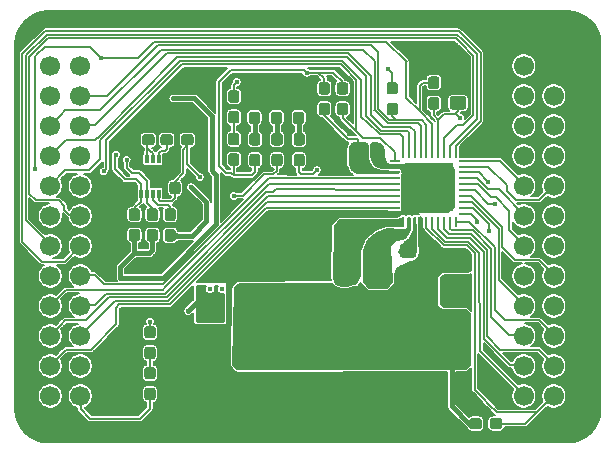
<source format=gbr>
G04 #@! TF.GenerationSoftware,KiCad,Pcbnew,(5.1.5)-3*
G04 #@! TF.CreationDate,2021-07-18T18:30:31+02:00*
G04 #@! TF.ProjectId,sDrive1,73447269-7665-4312-9e6b-696361645f70,rev?*
G04 #@! TF.SameCoordinates,Original*
G04 #@! TF.FileFunction,Copper,L1,Top*
G04 #@! TF.FilePolarity,Positive*
%FSLAX46Y46*%
G04 Gerber Fmt 4.6, Leading zero omitted, Abs format (unit mm)*
G04 Created by KiCad (PCBNEW (5.1.5)-3) date 2021-07-18 18:30:31*
%MOMM*%
%LPD*%
G04 APERTURE LIST*
%ADD10C,1.700000*%
%ADD11C,4.000000*%
%ADD12C,0.100000*%
%ADD13R,0.300000X0.750000*%
%ADD14C,0.400000*%
%ADD15R,0.260000X0.880000*%
%ADD16R,0.880000X0.260000*%
%ADD17R,4.150000X4.150000*%
%ADD18C,0.152400*%
%ADD19C,0.381000*%
%ADD20C,0.203200*%
%ADD21C,0.635000*%
%ADD22C,0.127000*%
%ADD23C,0.254000*%
G04 APERTURE END LIST*
D10*
X45358780Y31806180D03*
X2738780Y16566180D03*
X42818780Y26726180D03*
X45358780Y16566180D03*
X5278780Y19106180D03*
X2738780Y26726180D03*
X5278780Y24186180D03*
X42818780Y8946180D03*
X2738780Y6406180D03*
X45358780Y8946180D03*
X42818780Y14026180D03*
X42818780Y16566180D03*
X2738780Y24186180D03*
X5278780Y26726180D03*
X2738780Y8946180D03*
X5278780Y8946180D03*
X45358780Y24186180D03*
X42818780Y21646180D03*
X45358780Y21646180D03*
X5278780Y16566180D03*
X45358780Y26726180D03*
X42818780Y24186180D03*
X45358780Y14026180D03*
X5278780Y11486180D03*
X42818780Y6406180D03*
X2738780Y31806180D03*
X5278780Y31806180D03*
X45358780Y11486180D03*
X2738780Y14026180D03*
X42818780Y29266180D03*
X2738780Y3866180D03*
X45358780Y29266180D03*
X5278780Y29266180D03*
X2738780Y19106180D03*
X42818780Y19106180D03*
X5278780Y14026180D03*
X45358780Y19106180D03*
X2738780Y21646180D03*
X2738780Y29266180D03*
D11*
X24130000Y17272000D03*
D10*
X42818780Y11486180D03*
X45358780Y6406180D03*
X2738780Y11486180D03*
X42818780Y31806180D03*
X42818780Y3866180D03*
X45358780Y3866180D03*
X5278780Y21646180D03*
X5278780Y3866180D03*
X5278780Y6406180D03*
G04 #@! TA.AperFunction,SMDPad,CuDef*
D12*
G36*
X11436779Y8030856D02*
G01*
X11459834Y8027437D01*
X11482443Y8021773D01*
X11504387Y8013921D01*
X11525457Y8003956D01*
X11545448Y7991974D01*
X11564168Y7978090D01*
X11581438Y7962438D01*
X11597090Y7945168D01*
X11610974Y7926448D01*
X11622956Y7906457D01*
X11632921Y7885387D01*
X11640773Y7863443D01*
X11646437Y7840834D01*
X11649856Y7817779D01*
X11651000Y7794500D01*
X11651000Y7219500D01*
X11649856Y7196221D01*
X11646437Y7173166D01*
X11640773Y7150557D01*
X11632921Y7128613D01*
X11622956Y7107543D01*
X11610974Y7087552D01*
X11597090Y7068832D01*
X11581438Y7051562D01*
X11564168Y7035910D01*
X11545448Y7022026D01*
X11525457Y7010044D01*
X11504387Y7000079D01*
X11482443Y6992227D01*
X11459834Y6986563D01*
X11436779Y6983144D01*
X11413500Y6982000D01*
X10938500Y6982000D01*
X10915221Y6983144D01*
X10892166Y6986563D01*
X10869557Y6992227D01*
X10847613Y7000079D01*
X10826543Y7010044D01*
X10806552Y7022026D01*
X10787832Y7035910D01*
X10770562Y7051562D01*
X10754910Y7068832D01*
X10741026Y7087552D01*
X10729044Y7107543D01*
X10719079Y7128613D01*
X10711227Y7150557D01*
X10705563Y7173166D01*
X10702144Y7196221D01*
X10701000Y7219500D01*
X10701000Y7794500D01*
X10702144Y7817779D01*
X10705563Y7840834D01*
X10711227Y7863443D01*
X10719079Y7885387D01*
X10729044Y7906457D01*
X10741026Y7926448D01*
X10754910Y7945168D01*
X10770562Y7962438D01*
X10787832Y7978090D01*
X10806552Y7991974D01*
X10826543Y8003956D01*
X10847613Y8013921D01*
X10869557Y8021773D01*
X10892166Y8027437D01*
X10915221Y8030856D01*
X10938500Y8032000D01*
X11413500Y8032000D01*
X11436779Y8030856D01*
G37*
G04 #@! TD.AperFunction*
G04 #@! TA.AperFunction,SMDPad,CuDef*
G36*
X11436779Y9780856D02*
G01*
X11459834Y9777437D01*
X11482443Y9771773D01*
X11504387Y9763921D01*
X11525457Y9753956D01*
X11545448Y9741974D01*
X11564168Y9728090D01*
X11581438Y9712438D01*
X11597090Y9695168D01*
X11610974Y9676448D01*
X11622956Y9656457D01*
X11632921Y9635387D01*
X11640773Y9613443D01*
X11646437Y9590834D01*
X11649856Y9567779D01*
X11651000Y9544500D01*
X11651000Y8969500D01*
X11649856Y8946221D01*
X11646437Y8923166D01*
X11640773Y8900557D01*
X11632921Y8878613D01*
X11622956Y8857543D01*
X11610974Y8837552D01*
X11597090Y8818832D01*
X11581438Y8801562D01*
X11564168Y8785910D01*
X11545448Y8772026D01*
X11525457Y8760044D01*
X11504387Y8750079D01*
X11482443Y8742227D01*
X11459834Y8736563D01*
X11436779Y8733144D01*
X11413500Y8732000D01*
X10938500Y8732000D01*
X10915221Y8733144D01*
X10892166Y8736563D01*
X10869557Y8742227D01*
X10847613Y8750079D01*
X10826543Y8760044D01*
X10806552Y8772026D01*
X10787832Y8785910D01*
X10770562Y8801562D01*
X10754910Y8818832D01*
X10741026Y8837552D01*
X10729044Y8857543D01*
X10719079Y8878613D01*
X10711227Y8900557D01*
X10705563Y8923166D01*
X10702144Y8946221D01*
X10701000Y8969500D01*
X10701000Y9544500D01*
X10702144Y9567779D01*
X10705563Y9590834D01*
X10711227Y9613443D01*
X10719079Y9635387D01*
X10729044Y9656457D01*
X10741026Y9676448D01*
X10754910Y9695168D01*
X10770562Y9712438D01*
X10787832Y9728090D01*
X10806552Y9741974D01*
X10826543Y9753956D01*
X10847613Y9763921D01*
X10869557Y9771773D01*
X10892166Y9777437D01*
X10915221Y9780856D01*
X10938500Y9782000D01*
X11413500Y9782000D01*
X11436779Y9780856D01*
G37*
G04 #@! TD.AperFunction*
D13*
X11906000Y21002000D03*
X11406000Y21002000D03*
X10906000Y21002000D03*
X10406000Y21002000D03*
X10406000Y23902000D03*
X10906000Y23902000D03*
X11406000Y23902000D03*
X11906000Y23902000D03*
G04 #@! TA.AperFunction,SMDPad,CuDef*
D12*
G36*
X9595779Y26025856D02*
G01*
X9618834Y26022437D01*
X9641443Y26016773D01*
X9663387Y26008921D01*
X9684457Y25998956D01*
X9704448Y25986974D01*
X9723168Y25973090D01*
X9740438Y25957438D01*
X9756090Y25940168D01*
X9769974Y25921448D01*
X9781956Y25901457D01*
X9791921Y25880387D01*
X9799773Y25858443D01*
X9805437Y25835834D01*
X9808856Y25812779D01*
X9810000Y25789500D01*
X9810000Y25314500D01*
X9808856Y25291221D01*
X9805437Y25268166D01*
X9799773Y25245557D01*
X9791921Y25223613D01*
X9781956Y25202543D01*
X9769974Y25182552D01*
X9756090Y25163832D01*
X9740438Y25146562D01*
X9723168Y25130910D01*
X9704448Y25117026D01*
X9684457Y25105044D01*
X9663387Y25095079D01*
X9641443Y25087227D01*
X9618834Y25081563D01*
X9595779Y25078144D01*
X9572500Y25077000D01*
X8997500Y25077000D01*
X8974221Y25078144D01*
X8951166Y25081563D01*
X8928557Y25087227D01*
X8906613Y25095079D01*
X8885543Y25105044D01*
X8865552Y25117026D01*
X8846832Y25130910D01*
X8829562Y25146562D01*
X8813910Y25163832D01*
X8800026Y25182552D01*
X8788044Y25202543D01*
X8778079Y25223613D01*
X8770227Y25245557D01*
X8764563Y25268166D01*
X8761144Y25291221D01*
X8760000Y25314500D01*
X8760000Y25789500D01*
X8761144Y25812779D01*
X8764563Y25835834D01*
X8770227Y25858443D01*
X8778079Y25880387D01*
X8788044Y25901457D01*
X8800026Y25921448D01*
X8813910Y25940168D01*
X8829562Y25957438D01*
X8846832Y25973090D01*
X8865552Y25986974D01*
X8885543Y25998956D01*
X8906613Y26008921D01*
X8928557Y26016773D01*
X8951166Y26022437D01*
X8974221Y26025856D01*
X8997500Y26027000D01*
X9572500Y26027000D01*
X9595779Y26025856D01*
G37*
G04 #@! TD.AperFunction*
G04 #@! TA.AperFunction,SMDPad,CuDef*
G36*
X11345779Y26025856D02*
G01*
X11368834Y26022437D01*
X11391443Y26016773D01*
X11413387Y26008921D01*
X11434457Y25998956D01*
X11454448Y25986974D01*
X11473168Y25973090D01*
X11490438Y25957438D01*
X11506090Y25940168D01*
X11519974Y25921448D01*
X11531956Y25901457D01*
X11541921Y25880387D01*
X11549773Y25858443D01*
X11555437Y25835834D01*
X11558856Y25812779D01*
X11560000Y25789500D01*
X11560000Y25314500D01*
X11558856Y25291221D01*
X11555437Y25268166D01*
X11549773Y25245557D01*
X11541921Y25223613D01*
X11531956Y25202543D01*
X11519974Y25182552D01*
X11506090Y25163832D01*
X11490438Y25146562D01*
X11473168Y25130910D01*
X11454448Y25117026D01*
X11434457Y25105044D01*
X11413387Y25095079D01*
X11391443Y25087227D01*
X11368834Y25081563D01*
X11345779Y25078144D01*
X11322500Y25077000D01*
X10747500Y25077000D01*
X10724221Y25078144D01*
X10701166Y25081563D01*
X10678557Y25087227D01*
X10656613Y25095079D01*
X10635543Y25105044D01*
X10615552Y25117026D01*
X10596832Y25130910D01*
X10579562Y25146562D01*
X10563910Y25163832D01*
X10550026Y25182552D01*
X10538044Y25202543D01*
X10528079Y25223613D01*
X10520227Y25245557D01*
X10514563Y25268166D01*
X10511144Y25291221D01*
X10510000Y25314500D01*
X10510000Y25789500D01*
X10511144Y25812779D01*
X10514563Y25835834D01*
X10520227Y25858443D01*
X10528079Y25880387D01*
X10538044Y25901457D01*
X10550026Y25921448D01*
X10563910Y25940168D01*
X10579562Y25957438D01*
X10596832Y25973090D01*
X10615552Y25986974D01*
X10635543Y25998956D01*
X10656613Y26008921D01*
X10678557Y26016773D01*
X10701166Y26022437D01*
X10724221Y26025856D01*
X10747500Y26027000D01*
X11322500Y26027000D01*
X11345779Y26025856D01*
G37*
G04 #@! TD.AperFunction*
G04 #@! TA.AperFunction,SMDPad,CuDef*
G36*
X13146779Y19740856D02*
G01*
X13169834Y19737437D01*
X13192443Y19731773D01*
X13214387Y19723921D01*
X13235457Y19713956D01*
X13255448Y19701974D01*
X13274168Y19688090D01*
X13291438Y19672438D01*
X13307090Y19655168D01*
X13320974Y19636448D01*
X13332956Y19616457D01*
X13342921Y19595387D01*
X13350773Y19573443D01*
X13356437Y19550834D01*
X13359856Y19527779D01*
X13361000Y19504500D01*
X13361000Y18929500D01*
X13359856Y18906221D01*
X13356437Y18883166D01*
X13350773Y18860557D01*
X13342921Y18838613D01*
X13332956Y18817543D01*
X13320974Y18797552D01*
X13307090Y18778832D01*
X13291438Y18761562D01*
X13274168Y18745910D01*
X13255448Y18732026D01*
X13235457Y18720044D01*
X13214387Y18710079D01*
X13192443Y18702227D01*
X13169834Y18696563D01*
X13146779Y18693144D01*
X13123500Y18692000D01*
X12648500Y18692000D01*
X12625221Y18693144D01*
X12602166Y18696563D01*
X12579557Y18702227D01*
X12557613Y18710079D01*
X12536543Y18720044D01*
X12516552Y18732026D01*
X12497832Y18745910D01*
X12480562Y18761562D01*
X12464910Y18778832D01*
X12451026Y18797552D01*
X12439044Y18817543D01*
X12429079Y18838613D01*
X12421227Y18860557D01*
X12415563Y18883166D01*
X12412144Y18906221D01*
X12411000Y18929500D01*
X12411000Y19504500D01*
X12412144Y19527779D01*
X12415563Y19550834D01*
X12421227Y19573443D01*
X12429079Y19595387D01*
X12439044Y19616457D01*
X12451026Y19636448D01*
X12464910Y19655168D01*
X12480562Y19672438D01*
X12497832Y19688090D01*
X12516552Y19701974D01*
X12536543Y19713956D01*
X12557613Y19723921D01*
X12579557Y19731773D01*
X12602166Y19737437D01*
X12625221Y19740856D01*
X12648500Y19742000D01*
X13123500Y19742000D01*
X13146779Y19740856D01*
G37*
G04 #@! TD.AperFunction*
G04 #@! TA.AperFunction,SMDPad,CuDef*
G36*
X13146779Y17990856D02*
G01*
X13169834Y17987437D01*
X13192443Y17981773D01*
X13214387Y17973921D01*
X13235457Y17963956D01*
X13255448Y17951974D01*
X13274168Y17938090D01*
X13291438Y17922438D01*
X13307090Y17905168D01*
X13320974Y17886448D01*
X13332956Y17866457D01*
X13342921Y17845387D01*
X13350773Y17823443D01*
X13356437Y17800834D01*
X13359856Y17777779D01*
X13361000Y17754500D01*
X13361000Y17179500D01*
X13359856Y17156221D01*
X13356437Y17133166D01*
X13350773Y17110557D01*
X13342921Y17088613D01*
X13332956Y17067543D01*
X13320974Y17047552D01*
X13307090Y17028832D01*
X13291438Y17011562D01*
X13274168Y16995910D01*
X13255448Y16982026D01*
X13235457Y16970044D01*
X13214387Y16960079D01*
X13192443Y16952227D01*
X13169834Y16946563D01*
X13146779Y16943144D01*
X13123500Y16942000D01*
X12648500Y16942000D01*
X12625221Y16943144D01*
X12602166Y16946563D01*
X12579557Y16952227D01*
X12557613Y16960079D01*
X12536543Y16970044D01*
X12516552Y16982026D01*
X12497832Y16995910D01*
X12480562Y17011562D01*
X12464910Y17028832D01*
X12451026Y17047552D01*
X12439044Y17067543D01*
X12429079Y17088613D01*
X12421227Y17110557D01*
X12415563Y17133166D01*
X12412144Y17156221D01*
X12411000Y17179500D01*
X12411000Y17754500D01*
X12412144Y17777779D01*
X12415563Y17800834D01*
X12421227Y17823443D01*
X12429079Y17845387D01*
X12439044Y17866457D01*
X12451026Y17886448D01*
X12464910Y17905168D01*
X12480562Y17922438D01*
X12497832Y17938090D01*
X12516552Y17951974D01*
X12536543Y17963956D01*
X12557613Y17973921D01*
X12579557Y17981773D01*
X12602166Y17987437D01*
X12625221Y17990856D01*
X12648500Y17992000D01*
X13123500Y17992000D01*
X13146779Y17990856D01*
G37*
G04 #@! TD.AperFunction*
G04 #@! TA.AperFunction,SMDPad,CuDef*
G36*
X11636779Y19740856D02*
G01*
X11659834Y19737437D01*
X11682443Y19731773D01*
X11704387Y19723921D01*
X11725457Y19713956D01*
X11745448Y19701974D01*
X11764168Y19688090D01*
X11781438Y19672438D01*
X11797090Y19655168D01*
X11810974Y19636448D01*
X11822956Y19616457D01*
X11832921Y19595387D01*
X11840773Y19573443D01*
X11846437Y19550834D01*
X11849856Y19527779D01*
X11851000Y19504500D01*
X11851000Y18929500D01*
X11849856Y18906221D01*
X11846437Y18883166D01*
X11840773Y18860557D01*
X11832921Y18838613D01*
X11822956Y18817543D01*
X11810974Y18797552D01*
X11797090Y18778832D01*
X11781438Y18761562D01*
X11764168Y18745910D01*
X11745448Y18732026D01*
X11725457Y18720044D01*
X11704387Y18710079D01*
X11682443Y18702227D01*
X11659834Y18696563D01*
X11636779Y18693144D01*
X11613500Y18692000D01*
X11138500Y18692000D01*
X11115221Y18693144D01*
X11092166Y18696563D01*
X11069557Y18702227D01*
X11047613Y18710079D01*
X11026543Y18720044D01*
X11006552Y18732026D01*
X10987832Y18745910D01*
X10970562Y18761562D01*
X10954910Y18778832D01*
X10941026Y18797552D01*
X10929044Y18817543D01*
X10919079Y18838613D01*
X10911227Y18860557D01*
X10905563Y18883166D01*
X10902144Y18906221D01*
X10901000Y18929500D01*
X10901000Y19504500D01*
X10902144Y19527779D01*
X10905563Y19550834D01*
X10911227Y19573443D01*
X10919079Y19595387D01*
X10929044Y19616457D01*
X10941026Y19636448D01*
X10954910Y19655168D01*
X10970562Y19672438D01*
X10987832Y19688090D01*
X11006552Y19701974D01*
X11026543Y19713956D01*
X11047613Y19723921D01*
X11069557Y19731773D01*
X11092166Y19737437D01*
X11115221Y19740856D01*
X11138500Y19742000D01*
X11613500Y19742000D01*
X11636779Y19740856D01*
G37*
G04 #@! TD.AperFunction*
G04 #@! TA.AperFunction,SMDPad,CuDef*
G36*
X11636779Y17990856D02*
G01*
X11659834Y17987437D01*
X11682443Y17981773D01*
X11704387Y17973921D01*
X11725457Y17963956D01*
X11745448Y17951974D01*
X11764168Y17938090D01*
X11781438Y17922438D01*
X11797090Y17905168D01*
X11810974Y17886448D01*
X11822956Y17866457D01*
X11832921Y17845387D01*
X11840773Y17823443D01*
X11846437Y17800834D01*
X11849856Y17777779D01*
X11851000Y17754500D01*
X11851000Y17179500D01*
X11849856Y17156221D01*
X11846437Y17133166D01*
X11840773Y17110557D01*
X11832921Y17088613D01*
X11822956Y17067543D01*
X11810974Y17047552D01*
X11797090Y17028832D01*
X11781438Y17011562D01*
X11764168Y16995910D01*
X11745448Y16982026D01*
X11725457Y16970044D01*
X11704387Y16960079D01*
X11682443Y16952227D01*
X11659834Y16946563D01*
X11636779Y16943144D01*
X11613500Y16942000D01*
X11138500Y16942000D01*
X11115221Y16943144D01*
X11092166Y16946563D01*
X11069557Y16952227D01*
X11047613Y16960079D01*
X11026543Y16970044D01*
X11006552Y16982026D01*
X10987832Y16995910D01*
X10970562Y17011562D01*
X10954910Y17028832D01*
X10941026Y17047552D01*
X10929044Y17067543D01*
X10919079Y17088613D01*
X10911227Y17110557D01*
X10905563Y17133166D01*
X10902144Y17156221D01*
X10901000Y17179500D01*
X10901000Y17754500D01*
X10902144Y17777779D01*
X10905563Y17800834D01*
X10911227Y17823443D01*
X10919079Y17845387D01*
X10929044Y17866457D01*
X10941026Y17886448D01*
X10954910Y17905168D01*
X10970562Y17922438D01*
X10987832Y17938090D01*
X11006552Y17951974D01*
X11026543Y17963956D01*
X11047613Y17973921D01*
X11069557Y17981773D01*
X11092166Y17987437D01*
X11115221Y17990856D01*
X11138500Y17992000D01*
X11613500Y17992000D01*
X11636779Y17990856D01*
G37*
G04 #@! TD.AperFunction*
G04 #@! TA.AperFunction,SMDPad,CuDef*
G36*
X10116779Y19740856D02*
G01*
X10139834Y19737437D01*
X10162443Y19731773D01*
X10184387Y19723921D01*
X10205457Y19713956D01*
X10225448Y19701974D01*
X10244168Y19688090D01*
X10261438Y19672438D01*
X10277090Y19655168D01*
X10290974Y19636448D01*
X10302956Y19616457D01*
X10312921Y19595387D01*
X10320773Y19573443D01*
X10326437Y19550834D01*
X10329856Y19527779D01*
X10331000Y19504500D01*
X10331000Y18929500D01*
X10329856Y18906221D01*
X10326437Y18883166D01*
X10320773Y18860557D01*
X10312921Y18838613D01*
X10302956Y18817543D01*
X10290974Y18797552D01*
X10277090Y18778832D01*
X10261438Y18761562D01*
X10244168Y18745910D01*
X10225448Y18732026D01*
X10205457Y18720044D01*
X10184387Y18710079D01*
X10162443Y18702227D01*
X10139834Y18696563D01*
X10116779Y18693144D01*
X10093500Y18692000D01*
X9618500Y18692000D01*
X9595221Y18693144D01*
X9572166Y18696563D01*
X9549557Y18702227D01*
X9527613Y18710079D01*
X9506543Y18720044D01*
X9486552Y18732026D01*
X9467832Y18745910D01*
X9450562Y18761562D01*
X9434910Y18778832D01*
X9421026Y18797552D01*
X9409044Y18817543D01*
X9399079Y18838613D01*
X9391227Y18860557D01*
X9385563Y18883166D01*
X9382144Y18906221D01*
X9381000Y18929500D01*
X9381000Y19504500D01*
X9382144Y19527779D01*
X9385563Y19550834D01*
X9391227Y19573443D01*
X9399079Y19595387D01*
X9409044Y19616457D01*
X9421026Y19636448D01*
X9434910Y19655168D01*
X9450562Y19672438D01*
X9467832Y19688090D01*
X9486552Y19701974D01*
X9506543Y19713956D01*
X9527613Y19723921D01*
X9549557Y19731773D01*
X9572166Y19737437D01*
X9595221Y19740856D01*
X9618500Y19742000D01*
X10093500Y19742000D01*
X10116779Y19740856D01*
G37*
G04 #@! TD.AperFunction*
G04 #@! TA.AperFunction,SMDPad,CuDef*
G36*
X10116779Y17990856D02*
G01*
X10139834Y17987437D01*
X10162443Y17981773D01*
X10184387Y17973921D01*
X10205457Y17963956D01*
X10225448Y17951974D01*
X10244168Y17938090D01*
X10261438Y17922438D01*
X10277090Y17905168D01*
X10290974Y17886448D01*
X10302956Y17866457D01*
X10312921Y17845387D01*
X10320773Y17823443D01*
X10326437Y17800834D01*
X10329856Y17777779D01*
X10331000Y17754500D01*
X10331000Y17179500D01*
X10329856Y17156221D01*
X10326437Y17133166D01*
X10320773Y17110557D01*
X10312921Y17088613D01*
X10302956Y17067543D01*
X10290974Y17047552D01*
X10277090Y17028832D01*
X10261438Y17011562D01*
X10244168Y16995910D01*
X10225448Y16982026D01*
X10205457Y16970044D01*
X10184387Y16960079D01*
X10162443Y16952227D01*
X10139834Y16946563D01*
X10116779Y16943144D01*
X10093500Y16942000D01*
X9618500Y16942000D01*
X9595221Y16943144D01*
X9572166Y16946563D01*
X9549557Y16952227D01*
X9527613Y16960079D01*
X9506543Y16970044D01*
X9486552Y16982026D01*
X9467832Y16995910D01*
X9450562Y17011562D01*
X9434910Y17028832D01*
X9421026Y17047552D01*
X9409044Y17067543D01*
X9399079Y17088613D01*
X9391227Y17110557D01*
X9385563Y17133166D01*
X9382144Y17156221D01*
X9381000Y17179500D01*
X9381000Y17754500D01*
X9382144Y17777779D01*
X9385563Y17800834D01*
X9391227Y17823443D01*
X9399079Y17845387D01*
X9409044Y17866457D01*
X9421026Y17886448D01*
X9434910Y17905168D01*
X9450562Y17922438D01*
X9467832Y17938090D01*
X9486552Y17951974D01*
X9506543Y17963956D01*
X9527613Y17973921D01*
X9549557Y17981773D01*
X9572166Y17987437D01*
X9595221Y17990856D01*
X9618500Y17992000D01*
X10093500Y17992000D01*
X10116779Y17990856D01*
G37*
G04 #@! TD.AperFunction*
G04 #@! TA.AperFunction,SMDPad,CuDef*
G36*
X12897779Y26025856D02*
G01*
X12920834Y26022437D01*
X12943443Y26016773D01*
X12965387Y26008921D01*
X12986457Y25998956D01*
X13006448Y25986974D01*
X13025168Y25973090D01*
X13042438Y25957438D01*
X13058090Y25940168D01*
X13071974Y25921448D01*
X13083956Y25901457D01*
X13093921Y25880387D01*
X13101773Y25858443D01*
X13107437Y25835834D01*
X13110856Y25812779D01*
X13112000Y25789500D01*
X13112000Y25314500D01*
X13110856Y25291221D01*
X13107437Y25268166D01*
X13101773Y25245557D01*
X13093921Y25223613D01*
X13083956Y25202543D01*
X13071974Y25182552D01*
X13058090Y25163832D01*
X13042438Y25146562D01*
X13025168Y25130910D01*
X13006448Y25117026D01*
X12986457Y25105044D01*
X12965387Y25095079D01*
X12943443Y25087227D01*
X12920834Y25081563D01*
X12897779Y25078144D01*
X12874500Y25077000D01*
X12299500Y25077000D01*
X12276221Y25078144D01*
X12253166Y25081563D01*
X12230557Y25087227D01*
X12208613Y25095079D01*
X12187543Y25105044D01*
X12167552Y25117026D01*
X12148832Y25130910D01*
X12131562Y25146562D01*
X12115910Y25163832D01*
X12102026Y25182552D01*
X12090044Y25202543D01*
X12080079Y25223613D01*
X12072227Y25245557D01*
X12066563Y25268166D01*
X12063144Y25291221D01*
X12062000Y25314500D01*
X12062000Y25789500D01*
X12063144Y25812779D01*
X12066563Y25835834D01*
X12072227Y25858443D01*
X12080079Y25880387D01*
X12090044Y25901457D01*
X12102026Y25921448D01*
X12115910Y25940168D01*
X12131562Y25957438D01*
X12148832Y25973090D01*
X12167552Y25986974D01*
X12187543Y25998956D01*
X12208613Y26008921D01*
X12230557Y26016773D01*
X12253166Y26022437D01*
X12276221Y26025856D01*
X12299500Y26027000D01*
X12874500Y26027000D01*
X12897779Y26025856D01*
G37*
G04 #@! TD.AperFunction*
G04 #@! TA.AperFunction,SMDPad,CuDef*
G36*
X14647779Y26025856D02*
G01*
X14670834Y26022437D01*
X14693443Y26016773D01*
X14715387Y26008921D01*
X14736457Y25998956D01*
X14756448Y25986974D01*
X14775168Y25973090D01*
X14792438Y25957438D01*
X14808090Y25940168D01*
X14821974Y25921448D01*
X14833956Y25901457D01*
X14843921Y25880387D01*
X14851773Y25858443D01*
X14857437Y25835834D01*
X14860856Y25812779D01*
X14862000Y25789500D01*
X14862000Y25314500D01*
X14860856Y25291221D01*
X14857437Y25268166D01*
X14851773Y25245557D01*
X14843921Y25223613D01*
X14833956Y25202543D01*
X14821974Y25182552D01*
X14808090Y25163832D01*
X14792438Y25146562D01*
X14775168Y25130910D01*
X14756448Y25117026D01*
X14736457Y25105044D01*
X14715387Y25095079D01*
X14693443Y25087227D01*
X14670834Y25081563D01*
X14647779Y25078144D01*
X14624500Y25077000D01*
X14049500Y25077000D01*
X14026221Y25078144D01*
X14003166Y25081563D01*
X13980557Y25087227D01*
X13958613Y25095079D01*
X13937543Y25105044D01*
X13917552Y25117026D01*
X13898832Y25130910D01*
X13881562Y25146562D01*
X13865910Y25163832D01*
X13852026Y25182552D01*
X13840044Y25202543D01*
X13830079Y25223613D01*
X13822227Y25245557D01*
X13816563Y25268166D01*
X13813144Y25291221D01*
X13812000Y25314500D01*
X13812000Y25789500D01*
X13813144Y25812779D01*
X13816563Y25835834D01*
X13822227Y25858443D01*
X13830079Y25880387D01*
X13840044Y25901457D01*
X13852026Y25921448D01*
X13865910Y25940168D01*
X13881562Y25957438D01*
X13898832Y25973090D01*
X13917552Y25986974D01*
X13937543Y25998956D01*
X13958613Y26008921D01*
X13980557Y26016773D01*
X14003166Y26022437D01*
X14026221Y26025856D01*
X14049500Y26027000D01*
X14624500Y26027000D01*
X14647779Y26025856D01*
G37*
G04 #@! TD.AperFunction*
G04 #@! TA.AperFunction,SMDPad,CuDef*
G36*
X13546779Y23750856D02*
G01*
X13569834Y23747437D01*
X13592443Y23741773D01*
X13614387Y23733921D01*
X13635457Y23723956D01*
X13655448Y23711974D01*
X13674168Y23698090D01*
X13691438Y23682438D01*
X13707090Y23665168D01*
X13720974Y23646448D01*
X13732956Y23626457D01*
X13742921Y23605387D01*
X13750773Y23583443D01*
X13756437Y23560834D01*
X13759856Y23537779D01*
X13761000Y23514500D01*
X13761000Y22939500D01*
X13759856Y22916221D01*
X13756437Y22893166D01*
X13750773Y22870557D01*
X13742921Y22848613D01*
X13732956Y22827543D01*
X13720974Y22807552D01*
X13707090Y22788832D01*
X13691438Y22771562D01*
X13674168Y22755910D01*
X13655448Y22742026D01*
X13635457Y22730044D01*
X13614387Y22720079D01*
X13592443Y22712227D01*
X13569834Y22706563D01*
X13546779Y22703144D01*
X13523500Y22702000D01*
X13048500Y22702000D01*
X13025221Y22703144D01*
X13002166Y22706563D01*
X12979557Y22712227D01*
X12957613Y22720079D01*
X12936543Y22730044D01*
X12916552Y22742026D01*
X12897832Y22755910D01*
X12880562Y22771562D01*
X12864910Y22788832D01*
X12851026Y22807552D01*
X12839044Y22827543D01*
X12829079Y22848613D01*
X12821227Y22870557D01*
X12815563Y22893166D01*
X12812144Y22916221D01*
X12811000Y22939500D01*
X12811000Y23514500D01*
X12812144Y23537779D01*
X12815563Y23560834D01*
X12821227Y23583443D01*
X12829079Y23605387D01*
X12839044Y23626457D01*
X12851026Y23646448D01*
X12864910Y23665168D01*
X12880562Y23682438D01*
X12897832Y23698090D01*
X12916552Y23711974D01*
X12936543Y23723956D01*
X12957613Y23733921D01*
X12979557Y23741773D01*
X13002166Y23747437D01*
X13025221Y23750856D01*
X13048500Y23752000D01*
X13523500Y23752000D01*
X13546779Y23750856D01*
G37*
G04 #@! TD.AperFunction*
G04 #@! TA.AperFunction,SMDPad,CuDef*
G36*
X13546779Y22000856D02*
G01*
X13569834Y21997437D01*
X13592443Y21991773D01*
X13614387Y21983921D01*
X13635457Y21973956D01*
X13655448Y21961974D01*
X13674168Y21948090D01*
X13691438Y21932438D01*
X13707090Y21915168D01*
X13720974Y21896448D01*
X13732956Y21876457D01*
X13742921Y21855387D01*
X13750773Y21833443D01*
X13756437Y21810834D01*
X13759856Y21787779D01*
X13761000Y21764500D01*
X13761000Y21189500D01*
X13759856Y21166221D01*
X13756437Y21143166D01*
X13750773Y21120557D01*
X13742921Y21098613D01*
X13732956Y21077543D01*
X13720974Y21057552D01*
X13707090Y21038832D01*
X13691438Y21021562D01*
X13674168Y21005910D01*
X13655448Y20992026D01*
X13635457Y20980044D01*
X13614387Y20970079D01*
X13592443Y20962227D01*
X13569834Y20956563D01*
X13546779Y20953144D01*
X13523500Y20952000D01*
X13048500Y20952000D01*
X13025221Y20953144D01*
X13002166Y20956563D01*
X12979557Y20962227D01*
X12957613Y20970079D01*
X12936543Y20980044D01*
X12916552Y20992026D01*
X12897832Y21005910D01*
X12880562Y21021562D01*
X12864910Y21038832D01*
X12851026Y21057552D01*
X12839044Y21077543D01*
X12829079Y21098613D01*
X12821227Y21120557D01*
X12815563Y21143166D01*
X12812144Y21166221D01*
X12811000Y21189500D01*
X12811000Y21764500D01*
X12812144Y21787779D01*
X12815563Y21810834D01*
X12821227Y21833443D01*
X12829079Y21855387D01*
X12839044Y21876457D01*
X12851026Y21896448D01*
X12864910Y21915168D01*
X12880562Y21932438D01*
X12897832Y21948090D01*
X12916552Y21961974D01*
X12936543Y21973956D01*
X12957613Y21983921D01*
X12979557Y21991773D01*
X13002166Y21997437D01*
X13025221Y22000856D01*
X13048500Y22002000D01*
X13523500Y22002000D01*
X13546779Y22000856D01*
G37*
G04 #@! TD.AperFunction*
G04 #@! TA.AperFunction,SMDPad,CuDef*
G36*
X31414504Y5108796D02*
G01*
X31438773Y5105196D01*
X31462571Y5099235D01*
X31485671Y5090970D01*
X31507849Y5080480D01*
X31528893Y5067867D01*
X31548598Y5053253D01*
X31566777Y5036777D01*
X31583253Y5018598D01*
X31597867Y4998893D01*
X31610480Y4977849D01*
X31620970Y4955671D01*
X31629235Y4932571D01*
X31635196Y4908773D01*
X31638796Y4884504D01*
X31640000Y4860000D01*
X31640000Y2760000D01*
X31638796Y2735496D01*
X31635196Y2711227D01*
X31629235Y2687429D01*
X31620970Y2664329D01*
X31610480Y2642151D01*
X31597867Y2621107D01*
X31583253Y2601402D01*
X31566777Y2583223D01*
X31548598Y2566747D01*
X31528893Y2552133D01*
X31507849Y2539520D01*
X31485671Y2529030D01*
X31462571Y2520765D01*
X31438773Y2514804D01*
X31414504Y2511204D01*
X31390000Y2510000D01*
X30290000Y2510000D01*
X30265496Y2511204D01*
X30241227Y2514804D01*
X30217429Y2520765D01*
X30194329Y2529030D01*
X30172151Y2539520D01*
X30151107Y2552133D01*
X30131402Y2566747D01*
X30113223Y2583223D01*
X30096747Y2601402D01*
X30082133Y2621107D01*
X30069520Y2642151D01*
X30059030Y2664329D01*
X30050765Y2687429D01*
X30044804Y2711227D01*
X30041204Y2735496D01*
X30040000Y2760000D01*
X30040000Y4860000D01*
X30041204Y4884504D01*
X30044804Y4908773D01*
X30050765Y4932571D01*
X30059030Y4955671D01*
X30069520Y4977849D01*
X30082133Y4998893D01*
X30096747Y5018598D01*
X30113223Y5036777D01*
X30131402Y5053253D01*
X30151107Y5067867D01*
X30172151Y5080480D01*
X30194329Y5090970D01*
X30217429Y5099235D01*
X30241227Y5105196D01*
X30265496Y5108796D01*
X30290000Y5110000D01*
X31390000Y5110000D01*
X31414504Y5108796D01*
G37*
G04 #@! TD.AperFunction*
G04 #@! TA.AperFunction,SMDPad,CuDef*
G36*
X31414504Y8708796D02*
G01*
X31438773Y8705196D01*
X31462571Y8699235D01*
X31485671Y8690970D01*
X31507849Y8680480D01*
X31528893Y8667867D01*
X31548598Y8653253D01*
X31566777Y8636777D01*
X31583253Y8618598D01*
X31597867Y8598893D01*
X31610480Y8577849D01*
X31620970Y8555671D01*
X31629235Y8532571D01*
X31635196Y8508773D01*
X31638796Y8484504D01*
X31640000Y8460000D01*
X31640000Y6360000D01*
X31638796Y6335496D01*
X31635196Y6311227D01*
X31629235Y6287429D01*
X31620970Y6264329D01*
X31610480Y6242151D01*
X31597867Y6221107D01*
X31583253Y6201402D01*
X31566777Y6183223D01*
X31548598Y6166747D01*
X31528893Y6152133D01*
X31507849Y6139520D01*
X31485671Y6129030D01*
X31462571Y6120765D01*
X31438773Y6114804D01*
X31414504Y6111204D01*
X31390000Y6110000D01*
X30290000Y6110000D01*
X30265496Y6111204D01*
X30241227Y6114804D01*
X30217429Y6120765D01*
X30194329Y6129030D01*
X30172151Y6139520D01*
X30151107Y6152133D01*
X30131402Y6166747D01*
X30113223Y6183223D01*
X30096747Y6201402D01*
X30082133Y6221107D01*
X30069520Y6242151D01*
X30059030Y6264329D01*
X30050765Y6287429D01*
X30044804Y6311227D01*
X30041204Y6335496D01*
X30040000Y6360000D01*
X30040000Y8460000D01*
X30041204Y8484504D01*
X30044804Y8508773D01*
X30050765Y8532571D01*
X30059030Y8555671D01*
X30069520Y8577849D01*
X30082133Y8598893D01*
X30096747Y8618598D01*
X30113223Y8636777D01*
X30131402Y8653253D01*
X30151107Y8667867D01*
X30172151Y8680480D01*
X30194329Y8690970D01*
X30217429Y8699235D01*
X30241227Y8705196D01*
X30265496Y8708796D01*
X30290000Y8710000D01*
X31390000Y8710000D01*
X31414504Y8708796D01*
G37*
G04 #@! TD.AperFunction*
G04 #@! TA.AperFunction,SMDPad,CuDef*
G36*
X26174504Y5108796D02*
G01*
X26198773Y5105196D01*
X26222571Y5099235D01*
X26245671Y5090970D01*
X26267849Y5080480D01*
X26288893Y5067867D01*
X26308598Y5053253D01*
X26326777Y5036777D01*
X26343253Y5018598D01*
X26357867Y4998893D01*
X26370480Y4977849D01*
X26380970Y4955671D01*
X26389235Y4932571D01*
X26395196Y4908773D01*
X26398796Y4884504D01*
X26400000Y4860000D01*
X26400000Y2760000D01*
X26398796Y2735496D01*
X26395196Y2711227D01*
X26389235Y2687429D01*
X26380970Y2664329D01*
X26370480Y2642151D01*
X26357867Y2621107D01*
X26343253Y2601402D01*
X26326777Y2583223D01*
X26308598Y2566747D01*
X26288893Y2552133D01*
X26267849Y2539520D01*
X26245671Y2529030D01*
X26222571Y2520765D01*
X26198773Y2514804D01*
X26174504Y2511204D01*
X26150000Y2510000D01*
X25050000Y2510000D01*
X25025496Y2511204D01*
X25001227Y2514804D01*
X24977429Y2520765D01*
X24954329Y2529030D01*
X24932151Y2539520D01*
X24911107Y2552133D01*
X24891402Y2566747D01*
X24873223Y2583223D01*
X24856747Y2601402D01*
X24842133Y2621107D01*
X24829520Y2642151D01*
X24819030Y2664329D01*
X24810765Y2687429D01*
X24804804Y2711227D01*
X24801204Y2735496D01*
X24800000Y2760000D01*
X24800000Y4860000D01*
X24801204Y4884504D01*
X24804804Y4908773D01*
X24810765Y4932571D01*
X24819030Y4955671D01*
X24829520Y4977849D01*
X24842133Y4998893D01*
X24856747Y5018598D01*
X24873223Y5036777D01*
X24891402Y5053253D01*
X24911107Y5067867D01*
X24932151Y5080480D01*
X24954329Y5090970D01*
X24977429Y5099235D01*
X25001227Y5105196D01*
X25025496Y5108796D01*
X25050000Y5110000D01*
X26150000Y5110000D01*
X26174504Y5108796D01*
G37*
G04 #@! TD.AperFunction*
G04 #@! TA.AperFunction,SMDPad,CuDef*
G36*
X26174504Y8708796D02*
G01*
X26198773Y8705196D01*
X26222571Y8699235D01*
X26245671Y8690970D01*
X26267849Y8680480D01*
X26288893Y8667867D01*
X26308598Y8653253D01*
X26326777Y8636777D01*
X26343253Y8618598D01*
X26357867Y8598893D01*
X26370480Y8577849D01*
X26380970Y8555671D01*
X26389235Y8532571D01*
X26395196Y8508773D01*
X26398796Y8484504D01*
X26400000Y8460000D01*
X26400000Y6360000D01*
X26398796Y6335496D01*
X26395196Y6311227D01*
X26389235Y6287429D01*
X26380970Y6264329D01*
X26370480Y6242151D01*
X26357867Y6221107D01*
X26343253Y6201402D01*
X26326777Y6183223D01*
X26308598Y6166747D01*
X26288893Y6152133D01*
X26267849Y6139520D01*
X26245671Y6129030D01*
X26222571Y6120765D01*
X26198773Y6114804D01*
X26174504Y6111204D01*
X26150000Y6110000D01*
X25050000Y6110000D01*
X25025496Y6111204D01*
X25001227Y6114804D01*
X24977429Y6120765D01*
X24954329Y6129030D01*
X24932151Y6139520D01*
X24911107Y6152133D01*
X24891402Y6166747D01*
X24873223Y6183223D01*
X24856747Y6201402D01*
X24842133Y6221107D01*
X24829520Y6242151D01*
X24819030Y6264329D01*
X24810765Y6287429D01*
X24804804Y6311227D01*
X24801204Y6335496D01*
X24800000Y6360000D01*
X24800000Y8460000D01*
X24801204Y8484504D01*
X24804804Y8508773D01*
X24810765Y8532571D01*
X24819030Y8555671D01*
X24829520Y8577849D01*
X24842133Y8598893D01*
X24856747Y8618598D01*
X24873223Y8636777D01*
X24891402Y8653253D01*
X24911107Y8667867D01*
X24932151Y8680480D01*
X24954329Y8690970D01*
X24977429Y8699235D01*
X25001227Y8705196D01*
X25025496Y8708796D01*
X25050000Y8710000D01*
X26150000Y8710000D01*
X26174504Y8708796D01*
G37*
G04 #@! TD.AperFunction*
G04 #@! TA.AperFunction,SMDPad,CuDef*
G36*
X21244504Y5108796D02*
G01*
X21268773Y5105196D01*
X21292571Y5099235D01*
X21315671Y5090970D01*
X21337849Y5080480D01*
X21358893Y5067867D01*
X21378598Y5053253D01*
X21396777Y5036777D01*
X21413253Y5018598D01*
X21427867Y4998893D01*
X21440480Y4977849D01*
X21450970Y4955671D01*
X21459235Y4932571D01*
X21465196Y4908773D01*
X21468796Y4884504D01*
X21470000Y4860000D01*
X21470000Y2760000D01*
X21468796Y2735496D01*
X21465196Y2711227D01*
X21459235Y2687429D01*
X21450970Y2664329D01*
X21440480Y2642151D01*
X21427867Y2621107D01*
X21413253Y2601402D01*
X21396777Y2583223D01*
X21378598Y2566747D01*
X21358893Y2552133D01*
X21337849Y2539520D01*
X21315671Y2529030D01*
X21292571Y2520765D01*
X21268773Y2514804D01*
X21244504Y2511204D01*
X21220000Y2510000D01*
X20120000Y2510000D01*
X20095496Y2511204D01*
X20071227Y2514804D01*
X20047429Y2520765D01*
X20024329Y2529030D01*
X20002151Y2539520D01*
X19981107Y2552133D01*
X19961402Y2566747D01*
X19943223Y2583223D01*
X19926747Y2601402D01*
X19912133Y2621107D01*
X19899520Y2642151D01*
X19889030Y2664329D01*
X19880765Y2687429D01*
X19874804Y2711227D01*
X19871204Y2735496D01*
X19870000Y2760000D01*
X19870000Y4860000D01*
X19871204Y4884504D01*
X19874804Y4908773D01*
X19880765Y4932571D01*
X19889030Y4955671D01*
X19899520Y4977849D01*
X19912133Y4998893D01*
X19926747Y5018598D01*
X19943223Y5036777D01*
X19961402Y5053253D01*
X19981107Y5067867D01*
X20002151Y5080480D01*
X20024329Y5090970D01*
X20047429Y5099235D01*
X20071227Y5105196D01*
X20095496Y5108796D01*
X20120000Y5110000D01*
X21220000Y5110000D01*
X21244504Y5108796D01*
G37*
G04 #@! TD.AperFunction*
G04 #@! TA.AperFunction,SMDPad,CuDef*
G36*
X21244504Y8708796D02*
G01*
X21268773Y8705196D01*
X21292571Y8699235D01*
X21315671Y8690970D01*
X21337849Y8680480D01*
X21358893Y8667867D01*
X21378598Y8653253D01*
X21396777Y8636777D01*
X21413253Y8618598D01*
X21427867Y8598893D01*
X21440480Y8577849D01*
X21450970Y8555671D01*
X21459235Y8532571D01*
X21465196Y8508773D01*
X21468796Y8484504D01*
X21470000Y8460000D01*
X21470000Y6360000D01*
X21468796Y6335496D01*
X21465196Y6311227D01*
X21459235Y6287429D01*
X21450970Y6264329D01*
X21440480Y6242151D01*
X21427867Y6221107D01*
X21413253Y6201402D01*
X21396777Y6183223D01*
X21378598Y6166747D01*
X21358893Y6152133D01*
X21337849Y6139520D01*
X21315671Y6129030D01*
X21292571Y6120765D01*
X21268773Y6114804D01*
X21244504Y6111204D01*
X21220000Y6110000D01*
X20120000Y6110000D01*
X20095496Y6111204D01*
X20071227Y6114804D01*
X20047429Y6120765D01*
X20024329Y6129030D01*
X20002151Y6139520D01*
X19981107Y6152133D01*
X19961402Y6166747D01*
X19943223Y6183223D01*
X19926747Y6201402D01*
X19912133Y6221107D01*
X19899520Y6242151D01*
X19889030Y6264329D01*
X19880765Y6287429D01*
X19874804Y6311227D01*
X19871204Y6335496D01*
X19870000Y6360000D01*
X19870000Y8460000D01*
X19871204Y8484504D01*
X19874804Y8508773D01*
X19880765Y8532571D01*
X19889030Y8555671D01*
X19899520Y8577849D01*
X19912133Y8598893D01*
X19926747Y8618598D01*
X19943223Y8636777D01*
X19961402Y8653253D01*
X19981107Y8667867D01*
X20002151Y8680480D01*
X20024329Y8690970D01*
X20047429Y8699235D01*
X20071227Y8705196D01*
X20095496Y8708796D01*
X20120000Y8710000D01*
X21220000Y8710000D01*
X21244504Y8708796D01*
G37*
G04 #@! TD.AperFunction*
G04 #@! TA.AperFunction,SMDPad,CuDef*
G36*
X39040779Y1993856D02*
G01*
X39063834Y1990437D01*
X39086443Y1984773D01*
X39108387Y1976921D01*
X39129457Y1966956D01*
X39149448Y1954974D01*
X39168168Y1941090D01*
X39185438Y1925438D01*
X39201090Y1908168D01*
X39214974Y1889448D01*
X39226956Y1869457D01*
X39236921Y1848387D01*
X39244773Y1826443D01*
X39250437Y1803834D01*
X39253856Y1780779D01*
X39255000Y1757500D01*
X39255000Y1282500D01*
X39253856Y1259221D01*
X39250437Y1236166D01*
X39244773Y1213557D01*
X39236921Y1191613D01*
X39226956Y1170543D01*
X39214974Y1150552D01*
X39201090Y1131832D01*
X39185438Y1114562D01*
X39168168Y1098910D01*
X39149448Y1085026D01*
X39129457Y1073044D01*
X39108387Y1063079D01*
X39086443Y1055227D01*
X39063834Y1049563D01*
X39040779Y1046144D01*
X39017500Y1045000D01*
X38442500Y1045000D01*
X38419221Y1046144D01*
X38396166Y1049563D01*
X38373557Y1055227D01*
X38351613Y1063079D01*
X38330543Y1073044D01*
X38310552Y1085026D01*
X38291832Y1098910D01*
X38274562Y1114562D01*
X38258910Y1131832D01*
X38245026Y1150552D01*
X38233044Y1170543D01*
X38223079Y1191613D01*
X38215227Y1213557D01*
X38209563Y1236166D01*
X38206144Y1259221D01*
X38205000Y1282500D01*
X38205000Y1757500D01*
X38206144Y1780779D01*
X38209563Y1803834D01*
X38215227Y1826443D01*
X38223079Y1848387D01*
X38233044Y1869457D01*
X38245026Y1889448D01*
X38258910Y1908168D01*
X38274562Y1925438D01*
X38291832Y1941090D01*
X38310552Y1954974D01*
X38330543Y1966956D01*
X38351613Y1976921D01*
X38373557Y1984773D01*
X38396166Y1990437D01*
X38419221Y1993856D01*
X38442500Y1995000D01*
X39017500Y1995000D01*
X39040779Y1993856D01*
G37*
G04 #@! TD.AperFunction*
G04 #@! TA.AperFunction,SMDPad,CuDef*
G36*
X40790779Y1993856D02*
G01*
X40813834Y1990437D01*
X40836443Y1984773D01*
X40858387Y1976921D01*
X40879457Y1966956D01*
X40899448Y1954974D01*
X40918168Y1941090D01*
X40935438Y1925438D01*
X40951090Y1908168D01*
X40964974Y1889448D01*
X40976956Y1869457D01*
X40986921Y1848387D01*
X40994773Y1826443D01*
X41000437Y1803834D01*
X41003856Y1780779D01*
X41005000Y1757500D01*
X41005000Y1282500D01*
X41003856Y1259221D01*
X41000437Y1236166D01*
X40994773Y1213557D01*
X40986921Y1191613D01*
X40976956Y1170543D01*
X40964974Y1150552D01*
X40951090Y1131832D01*
X40935438Y1114562D01*
X40918168Y1098910D01*
X40899448Y1085026D01*
X40879457Y1073044D01*
X40858387Y1063079D01*
X40836443Y1055227D01*
X40813834Y1049563D01*
X40790779Y1046144D01*
X40767500Y1045000D01*
X40192500Y1045000D01*
X40169221Y1046144D01*
X40146166Y1049563D01*
X40123557Y1055227D01*
X40101613Y1063079D01*
X40080543Y1073044D01*
X40060552Y1085026D01*
X40041832Y1098910D01*
X40024562Y1114562D01*
X40008910Y1131832D01*
X39995026Y1150552D01*
X39983044Y1170543D01*
X39973079Y1191613D01*
X39965227Y1213557D01*
X39959563Y1236166D01*
X39956144Y1259221D01*
X39955000Y1282500D01*
X39955000Y1757500D01*
X39956144Y1780779D01*
X39959563Y1803834D01*
X39965227Y1826443D01*
X39973079Y1848387D01*
X39983044Y1869457D01*
X39995026Y1889448D01*
X40008910Y1908168D01*
X40024562Y1925438D01*
X40041832Y1941090D01*
X40060552Y1954974D01*
X40080543Y1966956D01*
X40101613Y1976921D01*
X40123557Y1984773D01*
X40146166Y1990437D01*
X40169221Y1993856D01*
X40192500Y1995000D01*
X40767500Y1995000D01*
X40790779Y1993856D01*
G37*
G04 #@! TD.AperFunction*
D14*
X36100000Y22810000D03*
X36100000Y21540000D03*
X36100000Y20270000D03*
X34830000Y22810000D03*
X34830000Y21540000D03*
X34830000Y20270000D03*
X33560000Y22810000D03*
X33560000Y21540000D03*
X33560000Y20270000D03*
D15*
X32580000Y18605000D03*
X33080000Y18605000D03*
X33580000Y18605000D03*
X34080000Y18605000D03*
X34580000Y18605000D03*
X35080000Y18605000D03*
X35580000Y18605000D03*
X36080000Y18605000D03*
X36580000Y18605000D03*
X37080000Y18605000D03*
D16*
X37765000Y19290000D03*
X37765000Y19790000D03*
X37765000Y20290000D03*
X37765000Y20790000D03*
X37765000Y21290000D03*
X37765000Y21790000D03*
X37765000Y22290000D03*
X37765000Y22790000D03*
X37765000Y23290000D03*
X37765000Y23790000D03*
D15*
X37080000Y24475000D03*
X36580000Y24475000D03*
X36080000Y24475000D03*
X35580000Y24475000D03*
X35080000Y24475000D03*
X34580000Y24475000D03*
X34080000Y24475000D03*
X33580000Y24475000D03*
X33080000Y24475000D03*
X32580000Y24475000D03*
D16*
X31895000Y23790000D03*
X31895000Y23290000D03*
X31895000Y22790000D03*
X31895000Y22290000D03*
X31895000Y21790000D03*
X31895000Y21290000D03*
X31895000Y20790000D03*
X31895000Y20290000D03*
X31895000Y19790000D03*
X31895000Y19290000D03*
D17*
X34830000Y21540000D03*
G04 #@! TA.AperFunction,SMDPad,CuDef*
D12*
G36*
X37724505Y31298796D02*
G01*
X37748773Y31295196D01*
X37772572Y31289235D01*
X37795671Y31280970D01*
X37817850Y31270480D01*
X37838893Y31257868D01*
X37858599Y31243253D01*
X37876777Y31226777D01*
X37893253Y31208599D01*
X37907868Y31188893D01*
X37920480Y31167850D01*
X37930970Y31145671D01*
X37939235Y31122572D01*
X37945196Y31098773D01*
X37948796Y31074505D01*
X37950000Y31050001D01*
X37950000Y30399999D01*
X37948796Y30375495D01*
X37945196Y30351227D01*
X37939235Y30327428D01*
X37930970Y30304329D01*
X37920480Y30282150D01*
X37907868Y30261107D01*
X37893253Y30241401D01*
X37876777Y30223223D01*
X37858599Y30206747D01*
X37838893Y30192132D01*
X37817850Y30179520D01*
X37795671Y30169030D01*
X37772572Y30160765D01*
X37748773Y30154804D01*
X37724505Y30151204D01*
X37700001Y30150000D01*
X36799999Y30150000D01*
X36775495Y30151204D01*
X36751227Y30154804D01*
X36727428Y30160765D01*
X36704329Y30169030D01*
X36682150Y30179520D01*
X36661107Y30192132D01*
X36641401Y30206747D01*
X36623223Y30223223D01*
X36606747Y30241401D01*
X36592132Y30261107D01*
X36579520Y30282150D01*
X36569030Y30304329D01*
X36560765Y30327428D01*
X36554804Y30351227D01*
X36551204Y30375495D01*
X36550000Y30399999D01*
X36550000Y31050001D01*
X36551204Y31074505D01*
X36554804Y31098773D01*
X36560765Y31122572D01*
X36569030Y31145671D01*
X36579520Y31167850D01*
X36592132Y31188893D01*
X36606747Y31208599D01*
X36623223Y31226777D01*
X36641401Y31243253D01*
X36661107Y31257868D01*
X36682150Y31270480D01*
X36704329Y31280970D01*
X36727428Y31289235D01*
X36751227Y31295196D01*
X36775495Y31298796D01*
X36799999Y31300000D01*
X37700001Y31300000D01*
X37724505Y31298796D01*
G37*
G04 #@! TD.AperFunction*
G04 #@! TA.AperFunction,SMDPad,CuDef*
G36*
X37724505Y29248796D02*
G01*
X37748773Y29245196D01*
X37772572Y29239235D01*
X37795671Y29230970D01*
X37817850Y29220480D01*
X37838893Y29207868D01*
X37858599Y29193253D01*
X37876777Y29176777D01*
X37893253Y29158599D01*
X37907868Y29138893D01*
X37920480Y29117850D01*
X37930970Y29095671D01*
X37939235Y29072572D01*
X37945196Y29048773D01*
X37948796Y29024505D01*
X37950000Y29000001D01*
X37950000Y28349999D01*
X37948796Y28325495D01*
X37945196Y28301227D01*
X37939235Y28277428D01*
X37930970Y28254329D01*
X37920480Y28232150D01*
X37907868Y28211107D01*
X37893253Y28191401D01*
X37876777Y28173223D01*
X37858599Y28156747D01*
X37838893Y28142132D01*
X37817850Y28129520D01*
X37795671Y28119030D01*
X37772572Y28110765D01*
X37748773Y28104804D01*
X37724505Y28101204D01*
X37700001Y28100000D01*
X36799999Y28100000D01*
X36775495Y28101204D01*
X36751227Y28104804D01*
X36727428Y28110765D01*
X36704329Y28119030D01*
X36682150Y28129520D01*
X36661107Y28142132D01*
X36641401Y28156747D01*
X36623223Y28173223D01*
X36606747Y28191401D01*
X36592132Y28211107D01*
X36579520Y28232150D01*
X36569030Y28254329D01*
X36560765Y28277428D01*
X36554804Y28301227D01*
X36551204Y28325495D01*
X36550000Y28349999D01*
X36550000Y29000001D01*
X36551204Y29024505D01*
X36554804Y29048773D01*
X36560765Y29072572D01*
X36569030Y29095671D01*
X36579520Y29117850D01*
X36592132Y29138893D01*
X36606747Y29158599D01*
X36623223Y29176777D01*
X36641401Y29193253D01*
X36661107Y29207868D01*
X36682150Y29220480D01*
X36704329Y29230970D01*
X36727428Y29239235D01*
X36751227Y29245196D01*
X36775495Y29248796D01*
X36799999Y29250000D01*
X37700001Y29250000D01*
X37724505Y29248796D01*
G37*
G04 #@! TD.AperFunction*
G04 #@! TA.AperFunction,SMDPad,CuDef*
G36*
X20310779Y26118856D02*
G01*
X20333834Y26115437D01*
X20356443Y26109773D01*
X20378387Y26101921D01*
X20399457Y26091956D01*
X20419448Y26079974D01*
X20438168Y26066090D01*
X20455438Y26050438D01*
X20471090Y26033168D01*
X20484974Y26014448D01*
X20496956Y25994457D01*
X20506921Y25973387D01*
X20514773Y25951443D01*
X20520437Y25928834D01*
X20523856Y25905779D01*
X20525000Y25882500D01*
X20525000Y25307500D01*
X20523856Y25284221D01*
X20520437Y25261166D01*
X20514773Y25238557D01*
X20506921Y25216613D01*
X20496956Y25195543D01*
X20484974Y25175552D01*
X20471090Y25156832D01*
X20455438Y25139562D01*
X20438168Y25123910D01*
X20419448Y25110026D01*
X20399457Y25098044D01*
X20378387Y25088079D01*
X20356443Y25080227D01*
X20333834Y25074563D01*
X20310779Y25071144D01*
X20287500Y25070000D01*
X19812500Y25070000D01*
X19789221Y25071144D01*
X19766166Y25074563D01*
X19743557Y25080227D01*
X19721613Y25088079D01*
X19700543Y25098044D01*
X19680552Y25110026D01*
X19661832Y25123910D01*
X19644562Y25139562D01*
X19628910Y25156832D01*
X19615026Y25175552D01*
X19603044Y25195543D01*
X19593079Y25216613D01*
X19585227Y25238557D01*
X19579563Y25261166D01*
X19576144Y25284221D01*
X19575000Y25307500D01*
X19575000Y25882500D01*
X19576144Y25905779D01*
X19579563Y25928834D01*
X19585227Y25951443D01*
X19593079Y25973387D01*
X19603044Y25994457D01*
X19615026Y26014448D01*
X19628910Y26033168D01*
X19644562Y26050438D01*
X19661832Y26066090D01*
X19680552Y26079974D01*
X19700543Y26091956D01*
X19721613Y26101921D01*
X19743557Y26109773D01*
X19766166Y26115437D01*
X19789221Y26118856D01*
X19812500Y26120000D01*
X20287500Y26120000D01*
X20310779Y26118856D01*
G37*
G04 #@! TD.AperFunction*
G04 #@! TA.AperFunction,SMDPad,CuDef*
G36*
X20310779Y24368856D02*
G01*
X20333834Y24365437D01*
X20356443Y24359773D01*
X20378387Y24351921D01*
X20399457Y24341956D01*
X20419448Y24329974D01*
X20438168Y24316090D01*
X20455438Y24300438D01*
X20471090Y24283168D01*
X20484974Y24264448D01*
X20496956Y24244457D01*
X20506921Y24223387D01*
X20514773Y24201443D01*
X20520437Y24178834D01*
X20523856Y24155779D01*
X20525000Y24132500D01*
X20525000Y23557500D01*
X20523856Y23534221D01*
X20520437Y23511166D01*
X20514773Y23488557D01*
X20506921Y23466613D01*
X20496956Y23445543D01*
X20484974Y23425552D01*
X20471090Y23406832D01*
X20455438Y23389562D01*
X20438168Y23373910D01*
X20419448Y23360026D01*
X20399457Y23348044D01*
X20378387Y23338079D01*
X20356443Y23330227D01*
X20333834Y23324563D01*
X20310779Y23321144D01*
X20287500Y23320000D01*
X19812500Y23320000D01*
X19789221Y23321144D01*
X19766166Y23324563D01*
X19743557Y23330227D01*
X19721613Y23338079D01*
X19700543Y23348044D01*
X19680552Y23360026D01*
X19661832Y23373910D01*
X19644562Y23389562D01*
X19628910Y23406832D01*
X19615026Y23425552D01*
X19603044Y23445543D01*
X19593079Y23466613D01*
X19585227Y23488557D01*
X19579563Y23511166D01*
X19576144Y23534221D01*
X19575000Y23557500D01*
X19575000Y24132500D01*
X19576144Y24155779D01*
X19579563Y24178834D01*
X19585227Y24201443D01*
X19593079Y24223387D01*
X19603044Y24244457D01*
X19615026Y24264448D01*
X19628910Y24283168D01*
X19644562Y24300438D01*
X19661832Y24316090D01*
X19680552Y24329974D01*
X19700543Y24341956D01*
X19721613Y24351921D01*
X19743557Y24359773D01*
X19766166Y24365437D01*
X19789221Y24368856D01*
X19812500Y24370000D01*
X20287500Y24370000D01*
X20310779Y24368856D01*
G37*
G04 #@! TD.AperFunction*
G04 #@! TA.AperFunction,SMDPad,CuDef*
G36*
X20270779Y27943856D02*
G01*
X20293834Y27940437D01*
X20316443Y27934773D01*
X20338387Y27926921D01*
X20359457Y27916956D01*
X20379448Y27904974D01*
X20398168Y27891090D01*
X20415438Y27875438D01*
X20431090Y27858168D01*
X20444974Y27839448D01*
X20456956Y27819457D01*
X20466921Y27798387D01*
X20474773Y27776443D01*
X20480437Y27753834D01*
X20483856Y27730779D01*
X20485000Y27707500D01*
X20485000Y27132500D01*
X20483856Y27109221D01*
X20480437Y27086166D01*
X20474773Y27063557D01*
X20466921Y27041613D01*
X20456956Y27020543D01*
X20444974Y27000552D01*
X20431090Y26981832D01*
X20415438Y26964562D01*
X20398168Y26948910D01*
X20379448Y26935026D01*
X20359457Y26923044D01*
X20338387Y26913079D01*
X20316443Y26905227D01*
X20293834Y26899563D01*
X20270779Y26896144D01*
X20247500Y26895000D01*
X19772500Y26895000D01*
X19749221Y26896144D01*
X19726166Y26899563D01*
X19703557Y26905227D01*
X19681613Y26913079D01*
X19660543Y26923044D01*
X19640552Y26935026D01*
X19621832Y26948910D01*
X19604562Y26964562D01*
X19588910Y26981832D01*
X19575026Y27000552D01*
X19563044Y27020543D01*
X19553079Y27041613D01*
X19545227Y27063557D01*
X19539563Y27086166D01*
X19536144Y27109221D01*
X19535000Y27132500D01*
X19535000Y27707500D01*
X19536144Y27730779D01*
X19539563Y27753834D01*
X19545227Y27776443D01*
X19553079Y27798387D01*
X19563044Y27819457D01*
X19575026Y27839448D01*
X19588910Y27858168D01*
X19604562Y27875438D01*
X19621832Y27891090D01*
X19640552Y27904974D01*
X19660543Y27916956D01*
X19681613Y27926921D01*
X19703557Y27934773D01*
X19726166Y27940437D01*
X19749221Y27943856D01*
X19772500Y27945000D01*
X20247500Y27945000D01*
X20270779Y27943856D01*
G37*
G04 #@! TD.AperFunction*
G04 #@! TA.AperFunction,SMDPad,CuDef*
G36*
X20270779Y29693856D02*
G01*
X20293834Y29690437D01*
X20316443Y29684773D01*
X20338387Y29676921D01*
X20359457Y29666956D01*
X20379448Y29654974D01*
X20398168Y29641090D01*
X20415438Y29625438D01*
X20431090Y29608168D01*
X20444974Y29589448D01*
X20456956Y29569457D01*
X20466921Y29548387D01*
X20474773Y29526443D01*
X20480437Y29503834D01*
X20483856Y29480779D01*
X20485000Y29457500D01*
X20485000Y28882500D01*
X20483856Y28859221D01*
X20480437Y28836166D01*
X20474773Y28813557D01*
X20466921Y28791613D01*
X20456956Y28770543D01*
X20444974Y28750552D01*
X20431090Y28731832D01*
X20415438Y28714562D01*
X20398168Y28698910D01*
X20379448Y28685026D01*
X20359457Y28673044D01*
X20338387Y28663079D01*
X20316443Y28655227D01*
X20293834Y28649563D01*
X20270779Y28646144D01*
X20247500Y28645000D01*
X19772500Y28645000D01*
X19749221Y28646144D01*
X19726166Y28649563D01*
X19703557Y28655227D01*
X19681613Y28663079D01*
X19660543Y28673044D01*
X19640552Y28685026D01*
X19621832Y28698910D01*
X19604562Y28714562D01*
X19588910Y28731832D01*
X19575026Y28750552D01*
X19563044Y28770543D01*
X19553079Y28791613D01*
X19545227Y28813557D01*
X19539563Y28836166D01*
X19536144Y28859221D01*
X19535000Y28882500D01*
X19535000Y29457500D01*
X19536144Y29480779D01*
X19539563Y29503834D01*
X19545227Y29526443D01*
X19553079Y29548387D01*
X19563044Y29569457D01*
X19575026Y29589448D01*
X19588910Y29608168D01*
X19604562Y29625438D01*
X19621832Y29641090D01*
X19640552Y29654974D01*
X19660543Y29666956D01*
X19681613Y29676921D01*
X19703557Y29684773D01*
X19726166Y29690437D01*
X19749221Y29693856D01*
X19772500Y29695000D01*
X20247500Y29695000D01*
X20270779Y29693856D01*
G37*
G04 #@! TD.AperFunction*
G04 #@! TA.AperFunction,SMDPad,CuDef*
G36*
X11436779Y4558856D02*
G01*
X11459834Y4555437D01*
X11482443Y4549773D01*
X11504387Y4541921D01*
X11525457Y4531956D01*
X11545448Y4519974D01*
X11564168Y4506090D01*
X11581438Y4490438D01*
X11597090Y4473168D01*
X11610974Y4454448D01*
X11622956Y4434457D01*
X11632921Y4413387D01*
X11640773Y4391443D01*
X11646437Y4368834D01*
X11649856Y4345779D01*
X11651000Y4322500D01*
X11651000Y3747500D01*
X11649856Y3724221D01*
X11646437Y3701166D01*
X11640773Y3678557D01*
X11632921Y3656613D01*
X11622956Y3635543D01*
X11610974Y3615552D01*
X11597090Y3596832D01*
X11581438Y3579562D01*
X11564168Y3563910D01*
X11545448Y3550026D01*
X11525457Y3538044D01*
X11504387Y3528079D01*
X11482443Y3520227D01*
X11459834Y3514563D01*
X11436779Y3511144D01*
X11413500Y3510000D01*
X10938500Y3510000D01*
X10915221Y3511144D01*
X10892166Y3514563D01*
X10869557Y3520227D01*
X10847613Y3528079D01*
X10826543Y3538044D01*
X10806552Y3550026D01*
X10787832Y3563910D01*
X10770562Y3579562D01*
X10754910Y3596832D01*
X10741026Y3615552D01*
X10729044Y3635543D01*
X10719079Y3656613D01*
X10711227Y3678557D01*
X10705563Y3701166D01*
X10702144Y3724221D01*
X10701000Y3747500D01*
X10701000Y4322500D01*
X10702144Y4345779D01*
X10705563Y4368834D01*
X10711227Y4391443D01*
X10719079Y4413387D01*
X10729044Y4434457D01*
X10741026Y4454448D01*
X10754910Y4473168D01*
X10770562Y4490438D01*
X10787832Y4506090D01*
X10806552Y4519974D01*
X10826543Y4531956D01*
X10847613Y4541921D01*
X10869557Y4549773D01*
X10892166Y4555437D01*
X10915221Y4558856D01*
X10938500Y4560000D01*
X11413500Y4560000D01*
X11436779Y4558856D01*
G37*
G04 #@! TD.AperFunction*
G04 #@! TA.AperFunction,SMDPad,CuDef*
G36*
X11436779Y6308856D02*
G01*
X11459834Y6305437D01*
X11482443Y6299773D01*
X11504387Y6291921D01*
X11525457Y6281956D01*
X11545448Y6269974D01*
X11564168Y6256090D01*
X11581438Y6240438D01*
X11597090Y6223168D01*
X11610974Y6204448D01*
X11622956Y6184457D01*
X11632921Y6163387D01*
X11640773Y6141443D01*
X11646437Y6118834D01*
X11649856Y6095779D01*
X11651000Y6072500D01*
X11651000Y5497500D01*
X11649856Y5474221D01*
X11646437Y5451166D01*
X11640773Y5428557D01*
X11632921Y5406613D01*
X11622956Y5385543D01*
X11610974Y5365552D01*
X11597090Y5346832D01*
X11581438Y5329562D01*
X11564168Y5313910D01*
X11545448Y5300026D01*
X11525457Y5288044D01*
X11504387Y5278079D01*
X11482443Y5270227D01*
X11459834Y5264563D01*
X11436779Y5261144D01*
X11413500Y5260000D01*
X10938500Y5260000D01*
X10915221Y5261144D01*
X10892166Y5264563D01*
X10869557Y5270227D01*
X10847613Y5278079D01*
X10826543Y5288044D01*
X10806552Y5300026D01*
X10787832Y5313910D01*
X10770562Y5329562D01*
X10754910Y5346832D01*
X10741026Y5365552D01*
X10729044Y5385543D01*
X10719079Y5406613D01*
X10711227Y5428557D01*
X10705563Y5451166D01*
X10702144Y5474221D01*
X10701000Y5497500D01*
X10701000Y6072500D01*
X10702144Y6095779D01*
X10705563Y6118834D01*
X10711227Y6141443D01*
X10719079Y6163387D01*
X10729044Y6184457D01*
X10741026Y6204448D01*
X10754910Y6223168D01*
X10770562Y6240438D01*
X10787832Y6256090D01*
X10806552Y6269974D01*
X10826543Y6281956D01*
X10847613Y6291921D01*
X10869557Y6299773D01*
X10892166Y6305437D01*
X10915221Y6308856D01*
X10938500Y6310000D01*
X11413500Y6310000D01*
X11436779Y6308856D01*
G37*
G04 #@! TD.AperFunction*
G04 #@! TA.AperFunction,SMDPad,CuDef*
G36*
X17199505Y12418796D02*
G01*
X17223773Y12415196D01*
X17247572Y12409235D01*
X17270671Y12400970D01*
X17292850Y12390480D01*
X17313893Y12377868D01*
X17333599Y12363253D01*
X17351777Y12346777D01*
X17368253Y12328599D01*
X17382868Y12308893D01*
X17395480Y12287850D01*
X17405970Y12265671D01*
X17414235Y12242572D01*
X17420196Y12218773D01*
X17423796Y12194505D01*
X17425000Y12170001D01*
X17425000Y11269999D01*
X17423796Y11245495D01*
X17420196Y11221227D01*
X17414235Y11197428D01*
X17405970Y11174329D01*
X17395480Y11152150D01*
X17382868Y11131107D01*
X17368253Y11111401D01*
X17351777Y11093223D01*
X17333599Y11076747D01*
X17313893Y11062132D01*
X17292850Y11049520D01*
X17270671Y11039030D01*
X17247572Y11030765D01*
X17223773Y11024804D01*
X17199505Y11021204D01*
X17175001Y11020000D01*
X16524999Y11020000D01*
X16500495Y11021204D01*
X16476227Y11024804D01*
X16452428Y11030765D01*
X16429329Y11039030D01*
X16407150Y11049520D01*
X16386107Y11062132D01*
X16366401Y11076747D01*
X16348223Y11093223D01*
X16331747Y11111401D01*
X16317132Y11131107D01*
X16304520Y11152150D01*
X16294030Y11174329D01*
X16285765Y11197428D01*
X16279804Y11221227D01*
X16276204Y11245495D01*
X16275000Y11269999D01*
X16275000Y12170001D01*
X16276204Y12194505D01*
X16279804Y12218773D01*
X16285765Y12242572D01*
X16294030Y12265671D01*
X16304520Y12287850D01*
X16317132Y12308893D01*
X16331747Y12328599D01*
X16348223Y12346777D01*
X16366401Y12363253D01*
X16386107Y12377868D01*
X16407150Y12390480D01*
X16429329Y12400970D01*
X16452428Y12409235D01*
X16476227Y12415196D01*
X16500495Y12418796D01*
X16524999Y12420000D01*
X17175001Y12420000D01*
X17199505Y12418796D01*
G37*
G04 #@! TD.AperFunction*
G04 #@! TA.AperFunction,SMDPad,CuDef*
G36*
X19249505Y12418796D02*
G01*
X19273773Y12415196D01*
X19297572Y12409235D01*
X19320671Y12400970D01*
X19342850Y12390480D01*
X19363893Y12377868D01*
X19383599Y12363253D01*
X19401777Y12346777D01*
X19418253Y12328599D01*
X19432868Y12308893D01*
X19445480Y12287850D01*
X19455970Y12265671D01*
X19464235Y12242572D01*
X19470196Y12218773D01*
X19473796Y12194505D01*
X19475000Y12170001D01*
X19475000Y11269999D01*
X19473796Y11245495D01*
X19470196Y11221227D01*
X19464235Y11197428D01*
X19455970Y11174329D01*
X19445480Y11152150D01*
X19432868Y11131107D01*
X19418253Y11111401D01*
X19401777Y11093223D01*
X19383599Y11076747D01*
X19363893Y11062132D01*
X19342850Y11049520D01*
X19320671Y11039030D01*
X19297572Y11030765D01*
X19273773Y11024804D01*
X19249505Y11021204D01*
X19225001Y11020000D01*
X18574999Y11020000D01*
X18550495Y11021204D01*
X18526227Y11024804D01*
X18502428Y11030765D01*
X18479329Y11039030D01*
X18457150Y11049520D01*
X18436107Y11062132D01*
X18416401Y11076747D01*
X18398223Y11093223D01*
X18381747Y11111401D01*
X18367132Y11131107D01*
X18354520Y11152150D01*
X18344030Y11174329D01*
X18335765Y11197428D01*
X18329804Y11221227D01*
X18326204Y11245495D01*
X18325000Y11269999D01*
X18325000Y12170001D01*
X18326204Y12194505D01*
X18329804Y12218773D01*
X18335765Y12242572D01*
X18344030Y12265671D01*
X18354520Y12287850D01*
X18367132Y12308893D01*
X18381747Y12328599D01*
X18398223Y12346777D01*
X18416401Y12363253D01*
X18436107Y12377868D01*
X18457150Y12390480D01*
X18479329Y12400970D01*
X18502428Y12409235D01*
X18526227Y12415196D01*
X18550495Y12418796D01*
X18574999Y12420000D01*
X19225001Y12420000D01*
X19249505Y12418796D01*
G37*
G04 #@! TD.AperFunction*
G04 #@! TA.AperFunction,SMDPad,CuDef*
G36*
X24026779Y27943856D02*
G01*
X24049834Y27940437D01*
X24072443Y27934773D01*
X24094387Y27926921D01*
X24115457Y27916956D01*
X24135448Y27904974D01*
X24154168Y27891090D01*
X24171438Y27875438D01*
X24187090Y27858168D01*
X24200974Y27839448D01*
X24212956Y27819457D01*
X24222921Y27798387D01*
X24230773Y27776443D01*
X24236437Y27753834D01*
X24239856Y27730779D01*
X24241000Y27707500D01*
X24241000Y27132500D01*
X24239856Y27109221D01*
X24236437Y27086166D01*
X24230773Y27063557D01*
X24222921Y27041613D01*
X24212956Y27020543D01*
X24200974Y27000552D01*
X24187090Y26981832D01*
X24171438Y26964562D01*
X24154168Y26948910D01*
X24135448Y26935026D01*
X24115457Y26923044D01*
X24094387Y26913079D01*
X24072443Y26905227D01*
X24049834Y26899563D01*
X24026779Y26896144D01*
X24003500Y26895000D01*
X23528500Y26895000D01*
X23505221Y26896144D01*
X23482166Y26899563D01*
X23459557Y26905227D01*
X23437613Y26913079D01*
X23416543Y26923044D01*
X23396552Y26935026D01*
X23377832Y26948910D01*
X23360562Y26964562D01*
X23344910Y26981832D01*
X23331026Y27000552D01*
X23319044Y27020543D01*
X23309079Y27041613D01*
X23301227Y27063557D01*
X23295563Y27086166D01*
X23292144Y27109221D01*
X23291000Y27132500D01*
X23291000Y27707500D01*
X23292144Y27730779D01*
X23295563Y27753834D01*
X23301227Y27776443D01*
X23309079Y27798387D01*
X23319044Y27819457D01*
X23331026Y27839448D01*
X23344910Y27858168D01*
X23360562Y27875438D01*
X23377832Y27891090D01*
X23396552Y27904974D01*
X23416543Y27916956D01*
X23437613Y27926921D01*
X23459557Y27934773D01*
X23482166Y27940437D01*
X23505221Y27943856D01*
X23528500Y27945000D01*
X24003500Y27945000D01*
X24026779Y27943856D01*
G37*
G04 #@! TD.AperFunction*
G04 #@! TA.AperFunction,SMDPad,CuDef*
G36*
X24026779Y29693856D02*
G01*
X24049834Y29690437D01*
X24072443Y29684773D01*
X24094387Y29676921D01*
X24115457Y29666956D01*
X24135448Y29654974D01*
X24154168Y29641090D01*
X24171438Y29625438D01*
X24187090Y29608168D01*
X24200974Y29589448D01*
X24212956Y29569457D01*
X24222921Y29548387D01*
X24230773Y29526443D01*
X24236437Y29503834D01*
X24239856Y29480779D01*
X24241000Y29457500D01*
X24241000Y28882500D01*
X24239856Y28859221D01*
X24236437Y28836166D01*
X24230773Y28813557D01*
X24222921Y28791613D01*
X24212956Y28770543D01*
X24200974Y28750552D01*
X24187090Y28731832D01*
X24171438Y28714562D01*
X24154168Y28698910D01*
X24135448Y28685026D01*
X24115457Y28673044D01*
X24094387Y28663079D01*
X24072443Y28655227D01*
X24049834Y28649563D01*
X24026779Y28646144D01*
X24003500Y28645000D01*
X23528500Y28645000D01*
X23505221Y28646144D01*
X23482166Y28649563D01*
X23459557Y28655227D01*
X23437613Y28663079D01*
X23416543Y28673044D01*
X23396552Y28685026D01*
X23377832Y28698910D01*
X23360562Y28714562D01*
X23344910Y28731832D01*
X23331026Y28750552D01*
X23319044Y28770543D01*
X23309079Y28791613D01*
X23301227Y28813557D01*
X23295563Y28836166D01*
X23292144Y28859221D01*
X23291000Y28882500D01*
X23291000Y29457500D01*
X23292144Y29480779D01*
X23295563Y29503834D01*
X23301227Y29526443D01*
X23309079Y29548387D01*
X23319044Y29569457D01*
X23331026Y29589448D01*
X23344910Y29608168D01*
X23360562Y29625438D01*
X23377832Y29641090D01*
X23396552Y29654974D01*
X23416543Y29666956D01*
X23437613Y29676921D01*
X23459557Y29684773D01*
X23482166Y29690437D01*
X23505221Y29693856D01*
X23528500Y29695000D01*
X24003500Y29695000D01*
X24026779Y29693856D01*
G37*
G04 #@! TD.AperFunction*
G04 #@! TA.AperFunction,SMDPad,CuDef*
G36*
X24066779Y26118856D02*
G01*
X24089834Y26115437D01*
X24112443Y26109773D01*
X24134387Y26101921D01*
X24155457Y26091956D01*
X24175448Y26079974D01*
X24194168Y26066090D01*
X24211438Y26050438D01*
X24227090Y26033168D01*
X24240974Y26014448D01*
X24252956Y25994457D01*
X24262921Y25973387D01*
X24270773Y25951443D01*
X24276437Y25928834D01*
X24279856Y25905779D01*
X24281000Y25882500D01*
X24281000Y25307500D01*
X24279856Y25284221D01*
X24276437Y25261166D01*
X24270773Y25238557D01*
X24262921Y25216613D01*
X24252956Y25195543D01*
X24240974Y25175552D01*
X24227090Y25156832D01*
X24211438Y25139562D01*
X24194168Y25123910D01*
X24175448Y25110026D01*
X24155457Y25098044D01*
X24134387Y25088079D01*
X24112443Y25080227D01*
X24089834Y25074563D01*
X24066779Y25071144D01*
X24043500Y25070000D01*
X23568500Y25070000D01*
X23545221Y25071144D01*
X23522166Y25074563D01*
X23499557Y25080227D01*
X23477613Y25088079D01*
X23456543Y25098044D01*
X23436552Y25110026D01*
X23417832Y25123910D01*
X23400562Y25139562D01*
X23384910Y25156832D01*
X23371026Y25175552D01*
X23359044Y25195543D01*
X23349079Y25216613D01*
X23341227Y25238557D01*
X23335563Y25261166D01*
X23332144Y25284221D01*
X23331000Y25307500D01*
X23331000Y25882500D01*
X23332144Y25905779D01*
X23335563Y25928834D01*
X23341227Y25951443D01*
X23349079Y25973387D01*
X23359044Y25994457D01*
X23371026Y26014448D01*
X23384910Y26033168D01*
X23400562Y26050438D01*
X23417832Y26066090D01*
X23436552Y26079974D01*
X23456543Y26091956D01*
X23477613Y26101921D01*
X23499557Y26109773D01*
X23522166Y26115437D01*
X23545221Y26118856D01*
X23568500Y26120000D01*
X24043500Y26120000D01*
X24066779Y26118856D01*
G37*
G04 #@! TD.AperFunction*
G04 #@! TA.AperFunction,SMDPad,CuDef*
G36*
X24066779Y24368856D02*
G01*
X24089834Y24365437D01*
X24112443Y24359773D01*
X24134387Y24351921D01*
X24155457Y24341956D01*
X24175448Y24329974D01*
X24194168Y24316090D01*
X24211438Y24300438D01*
X24227090Y24283168D01*
X24240974Y24264448D01*
X24252956Y24244457D01*
X24262921Y24223387D01*
X24270773Y24201443D01*
X24276437Y24178834D01*
X24279856Y24155779D01*
X24281000Y24132500D01*
X24281000Y23557500D01*
X24279856Y23534221D01*
X24276437Y23511166D01*
X24270773Y23488557D01*
X24262921Y23466613D01*
X24252956Y23445543D01*
X24240974Y23425552D01*
X24227090Y23406832D01*
X24211438Y23389562D01*
X24194168Y23373910D01*
X24175448Y23360026D01*
X24155457Y23348044D01*
X24134387Y23338079D01*
X24112443Y23330227D01*
X24089834Y23324563D01*
X24066779Y23321144D01*
X24043500Y23320000D01*
X23568500Y23320000D01*
X23545221Y23321144D01*
X23522166Y23324563D01*
X23499557Y23330227D01*
X23477613Y23338079D01*
X23456543Y23348044D01*
X23436552Y23360026D01*
X23417832Y23373910D01*
X23400562Y23389562D01*
X23384910Y23406832D01*
X23371026Y23425552D01*
X23359044Y23445543D01*
X23349079Y23466613D01*
X23341227Y23488557D01*
X23335563Y23511166D01*
X23332144Y23534221D01*
X23331000Y23557500D01*
X23331000Y24132500D01*
X23332144Y24155779D01*
X23335563Y24178834D01*
X23341227Y24201443D01*
X23349079Y24223387D01*
X23359044Y24244457D01*
X23371026Y24264448D01*
X23384910Y24283168D01*
X23400562Y24300438D01*
X23417832Y24316090D01*
X23436552Y24329974D01*
X23456543Y24341956D01*
X23477613Y24351921D01*
X23499557Y24359773D01*
X23522166Y24365437D01*
X23545221Y24368856D01*
X23568500Y24370000D01*
X24043500Y24370000D01*
X24066779Y24368856D01*
G37*
G04 #@! TD.AperFunction*
G04 #@! TA.AperFunction,SMDPad,CuDef*
G36*
X22188779Y26118856D02*
G01*
X22211834Y26115437D01*
X22234443Y26109773D01*
X22256387Y26101921D01*
X22277457Y26091956D01*
X22297448Y26079974D01*
X22316168Y26066090D01*
X22333438Y26050438D01*
X22349090Y26033168D01*
X22362974Y26014448D01*
X22374956Y25994457D01*
X22384921Y25973387D01*
X22392773Y25951443D01*
X22398437Y25928834D01*
X22401856Y25905779D01*
X22403000Y25882500D01*
X22403000Y25307500D01*
X22401856Y25284221D01*
X22398437Y25261166D01*
X22392773Y25238557D01*
X22384921Y25216613D01*
X22374956Y25195543D01*
X22362974Y25175552D01*
X22349090Y25156832D01*
X22333438Y25139562D01*
X22316168Y25123910D01*
X22297448Y25110026D01*
X22277457Y25098044D01*
X22256387Y25088079D01*
X22234443Y25080227D01*
X22211834Y25074563D01*
X22188779Y25071144D01*
X22165500Y25070000D01*
X21690500Y25070000D01*
X21667221Y25071144D01*
X21644166Y25074563D01*
X21621557Y25080227D01*
X21599613Y25088079D01*
X21578543Y25098044D01*
X21558552Y25110026D01*
X21539832Y25123910D01*
X21522562Y25139562D01*
X21506910Y25156832D01*
X21493026Y25175552D01*
X21481044Y25195543D01*
X21471079Y25216613D01*
X21463227Y25238557D01*
X21457563Y25261166D01*
X21454144Y25284221D01*
X21453000Y25307500D01*
X21453000Y25882500D01*
X21454144Y25905779D01*
X21457563Y25928834D01*
X21463227Y25951443D01*
X21471079Y25973387D01*
X21481044Y25994457D01*
X21493026Y26014448D01*
X21506910Y26033168D01*
X21522562Y26050438D01*
X21539832Y26066090D01*
X21558552Y26079974D01*
X21578543Y26091956D01*
X21599613Y26101921D01*
X21621557Y26109773D01*
X21644166Y26115437D01*
X21667221Y26118856D01*
X21690500Y26120000D01*
X22165500Y26120000D01*
X22188779Y26118856D01*
G37*
G04 #@! TD.AperFunction*
G04 #@! TA.AperFunction,SMDPad,CuDef*
G36*
X22188779Y24368856D02*
G01*
X22211834Y24365437D01*
X22234443Y24359773D01*
X22256387Y24351921D01*
X22277457Y24341956D01*
X22297448Y24329974D01*
X22316168Y24316090D01*
X22333438Y24300438D01*
X22349090Y24283168D01*
X22362974Y24264448D01*
X22374956Y24244457D01*
X22384921Y24223387D01*
X22392773Y24201443D01*
X22398437Y24178834D01*
X22401856Y24155779D01*
X22403000Y24132500D01*
X22403000Y23557500D01*
X22401856Y23534221D01*
X22398437Y23511166D01*
X22392773Y23488557D01*
X22384921Y23466613D01*
X22374956Y23445543D01*
X22362974Y23425552D01*
X22349090Y23406832D01*
X22333438Y23389562D01*
X22316168Y23373910D01*
X22297448Y23360026D01*
X22277457Y23348044D01*
X22256387Y23338079D01*
X22234443Y23330227D01*
X22211834Y23324563D01*
X22188779Y23321144D01*
X22165500Y23320000D01*
X21690500Y23320000D01*
X21667221Y23321144D01*
X21644166Y23324563D01*
X21621557Y23330227D01*
X21599613Y23338079D01*
X21578543Y23348044D01*
X21558552Y23360026D01*
X21539832Y23373910D01*
X21522562Y23389562D01*
X21506910Y23406832D01*
X21493026Y23425552D01*
X21481044Y23445543D01*
X21471079Y23466613D01*
X21463227Y23488557D01*
X21457563Y23511166D01*
X21454144Y23534221D01*
X21453000Y23557500D01*
X21453000Y24132500D01*
X21454144Y24155779D01*
X21457563Y24178834D01*
X21463227Y24201443D01*
X21471079Y24223387D01*
X21481044Y24244457D01*
X21493026Y24264448D01*
X21506910Y24283168D01*
X21522562Y24300438D01*
X21539832Y24316090D01*
X21558552Y24329974D01*
X21578543Y24341956D01*
X21599613Y24351921D01*
X21621557Y24359773D01*
X21644166Y24365437D01*
X21667221Y24368856D01*
X21690500Y24370000D01*
X22165500Y24370000D01*
X22188779Y24368856D01*
G37*
G04 #@! TD.AperFunction*
G04 #@! TA.AperFunction,SMDPad,CuDef*
G36*
X22148779Y27943856D02*
G01*
X22171834Y27940437D01*
X22194443Y27934773D01*
X22216387Y27926921D01*
X22237457Y27916956D01*
X22257448Y27904974D01*
X22276168Y27891090D01*
X22293438Y27875438D01*
X22309090Y27858168D01*
X22322974Y27839448D01*
X22334956Y27819457D01*
X22344921Y27798387D01*
X22352773Y27776443D01*
X22358437Y27753834D01*
X22361856Y27730779D01*
X22363000Y27707500D01*
X22363000Y27132500D01*
X22361856Y27109221D01*
X22358437Y27086166D01*
X22352773Y27063557D01*
X22344921Y27041613D01*
X22334956Y27020543D01*
X22322974Y27000552D01*
X22309090Y26981832D01*
X22293438Y26964562D01*
X22276168Y26948910D01*
X22257448Y26935026D01*
X22237457Y26923044D01*
X22216387Y26913079D01*
X22194443Y26905227D01*
X22171834Y26899563D01*
X22148779Y26896144D01*
X22125500Y26895000D01*
X21650500Y26895000D01*
X21627221Y26896144D01*
X21604166Y26899563D01*
X21581557Y26905227D01*
X21559613Y26913079D01*
X21538543Y26923044D01*
X21518552Y26935026D01*
X21499832Y26948910D01*
X21482562Y26964562D01*
X21466910Y26981832D01*
X21453026Y27000552D01*
X21441044Y27020543D01*
X21431079Y27041613D01*
X21423227Y27063557D01*
X21417563Y27086166D01*
X21414144Y27109221D01*
X21413000Y27132500D01*
X21413000Y27707500D01*
X21414144Y27730779D01*
X21417563Y27753834D01*
X21423227Y27776443D01*
X21431079Y27798387D01*
X21441044Y27819457D01*
X21453026Y27839448D01*
X21466910Y27858168D01*
X21482562Y27875438D01*
X21499832Y27891090D01*
X21518552Y27904974D01*
X21538543Y27916956D01*
X21559613Y27926921D01*
X21581557Y27934773D01*
X21604166Y27940437D01*
X21627221Y27943856D01*
X21650500Y27945000D01*
X22125500Y27945000D01*
X22148779Y27943856D01*
G37*
G04 #@! TD.AperFunction*
G04 #@! TA.AperFunction,SMDPad,CuDef*
G36*
X22148779Y29693856D02*
G01*
X22171834Y29690437D01*
X22194443Y29684773D01*
X22216387Y29676921D01*
X22237457Y29666956D01*
X22257448Y29654974D01*
X22276168Y29641090D01*
X22293438Y29625438D01*
X22309090Y29608168D01*
X22322974Y29589448D01*
X22334956Y29569457D01*
X22344921Y29548387D01*
X22352773Y29526443D01*
X22358437Y29503834D01*
X22361856Y29480779D01*
X22363000Y29457500D01*
X22363000Y28882500D01*
X22361856Y28859221D01*
X22358437Y28836166D01*
X22352773Y28813557D01*
X22344921Y28791613D01*
X22334956Y28770543D01*
X22322974Y28750552D01*
X22309090Y28731832D01*
X22293438Y28714562D01*
X22276168Y28698910D01*
X22257448Y28685026D01*
X22237457Y28673044D01*
X22216387Y28663079D01*
X22194443Y28655227D01*
X22171834Y28649563D01*
X22148779Y28646144D01*
X22125500Y28645000D01*
X21650500Y28645000D01*
X21627221Y28646144D01*
X21604166Y28649563D01*
X21581557Y28655227D01*
X21559613Y28663079D01*
X21538543Y28673044D01*
X21518552Y28685026D01*
X21499832Y28698910D01*
X21482562Y28714562D01*
X21466910Y28731832D01*
X21453026Y28750552D01*
X21441044Y28770543D01*
X21431079Y28791613D01*
X21423227Y28813557D01*
X21417563Y28836166D01*
X21414144Y28859221D01*
X21413000Y28882500D01*
X21413000Y29457500D01*
X21414144Y29480779D01*
X21417563Y29503834D01*
X21423227Y29526443D01*
X21431079Y29548387D01*
X21441044Y29569457D01*
X21453026Y29589448D01*
X21466910Y29608168D01*
X21482562Y29625438D01*
X21499832Y29641090D01*
X21518552Y29654974D01*
X21538543Y29666956D01*
X21559613Y29676921D01*
X21581557Y29684773D01*
X21604166Y29690437D01*
X21627221Y29693856D01*
X21650500Y29695000D01*
X22125500Y29695000D01*
X22148779Y29693856D01*
G37*
G04 #@! TD.AperFunction*
G04 #@! TA.AperFunction,SMDPad,CuDef*
G36*
X38063379Y13717856D02*
G01*
X38086434Y13714437D01*
X38109043Y13708773D01*
X38130987Y13700921D01*
X38152057Y13690956D01*
X38172048Y13678974D01*
X38190768Y13665090D01*
X38208038Y13649438D01*
X38223690Y13632168D01*
X38237574Y13613448D01*
X38249556Y13593457D01*
X38259521Y13572387D01*
X38267373Y13550443D01*
X38273037Y13527834D01*
X38276456Y13504779D01*
X38277600Y13481500D01*
X38277600Y12906500D01*
X38276456Y12883221D01*
X38273037Y12860166D01*
X38267373Y12837557D01*
X38259521Y12815613D01*
X38249556Y12794543D01*
X38237574Y12774552D01*
X38223690Y12755832D01*
X38208038Y12738562D01*
X38190768Y12722910D01*
X38172048Y12709026D01*
X38152057Y12697044D01*
X38130987Y12687079D01*
X38109043Y12679227D01*
X38086434Y12673563D01*
X38063379Y12670144D01*
X38040100Y12669000D01*
X37565100Y12669000D01*
X37541821Y12670144D01*
X37518766Y12673563D01*
X37496157Y12679227D01*
X37474213Y12687079D01*
X37453143Y12697044D01*
X37433152Y12709026D01*
X37414432Y12722910D01*
X37397162Y12738562D01*
X37381510Y12755832D01*
X37367626Y12774552D01*
X37355644Y12794543D01*
X37345679Y12815613D01*
X37337827Y12837557D01*
X37332163Y12860166D01*
X37328744Y12883221D01*
X37327600Y12906500D01*
X37327600Y13481500D01*
X37328744Y13504779D01*
X37332163Y13527834D01*
X37337827Y13550443D01*
X37345679Y13572387D01*
X37355644Y13593457D01*
X37367626Y13613448D01*
X37381510Y13632168D01*
X37397162Y13649438D01*
X37414432Y13665090D01*
X37433152Y13678974D01*
X37453143Y13690956D01*
X37474213Y13700921D01*
X37496157Y13708773D01*
X37518766Y13714437D01*
X37541821Y13717856D01*
X37565100Y13719000D01*
X38040100Y13719000D01*
X38063379Y13717856D01*
G37*
G04 #@! TD.AperFunction*
G04 #@! TA.AperFunction,SMDPad,CuDef*
G36*
X38063379Y15467856D02*
G01*
X38086434Y15464437D01*
X38109043Y15458773D01*
X38130987Y15450921D01*
X38152057Y15440956D01*
X38172048Y15428974D01*
X38190768Y15415090D01*
X38208038Y15399438D01*
X38223690Y15382168D01*
X38237574Y15363448D01*
X38249556Y15343457D01*
X38259521Y15322387D01*
X38267373Y15300443D01*
X38273037Y15277834D01*
X38276456Y15254779D01*
X38277600Y15231500D01*
X38277600Y14656500D01*
X38276456Y14633221D01*
X38273037Y14610166D01*
X38267373Y14587557D01*
X38259521Y14565613D01*
X38249556Y14544543D01*
X38237574Y14524552D01*
X38223690Y14505832D01*
X38208038Y14488562D01*
X38190768Y14472910D01*
X38172048Y14459026D01*
X38152057Y14447044D01*
X38130987Y14437079D01*
X38109043Y14429227D01*
X38086434Y14423563D01*
X38063379Y14420144D01*
X38040100Y14419000D01*
X37565100Y14419000D01*
X37541821Y14420144D01*
X37518766Y14423563D01*
X37496157Y14429227D01*
X37474213Y14437079D01*
X37453143Y14447044D01*
X37433152Y14459026D01*
X37414432Y14472910D01*
X37397162Y14488562D01*
X37381510Y14505832D01*
X37367626Y14524552D01*
X37355644Y14544543D01*
X37345679Y14565613D01*
X37337827Y14587557D01*
X37332163Y14610166D01*
X37328744Y14633221D01*
X37327600Y14656500D01*
X37327600Y15231500D01*
X37328744Y15254779D01*
X37332163Y15277834D01*
X37337827Y15300443D01*
X37345679Y15322387D01*
X37355644Y15343457D01*
X37367626Y15363448D01*
X37381510Y15382168D01*
X37397162Y15399438D01*
X37414432Y15415090D01*
X37433152Y15428974D01*
X37453143Y15440956D01*
X37474213Y15450921D01*
X37496157Y15458773D01*
X37518766Y15464437D01*
X37541821Y15467856D01*
X37565100Y15469000D01*
X38040100Y15469000D01*
X38063379Y15467856D01*
G37*
G04 #@! TD.AperFunction*
G04 #@! TA.AperFunction,SMDPad,CuDef*
G36*
X36539379Y13717856D02*
G01*
X36562434Y13714437D01*
X36585043Y13708773D01*
X36606987Y13700921D01*
X36628057Y13690956D01*
X36648048Y13678974D01*
X36666768Y13665090D01*
X36684038Y13649438D01*
X36699690Y13632168D01*
X36713574Y13613448D01*
X36725556Y13593457D01*
X36735521Y13572387D01*
X36743373Y13550443D01*
X36749037Y13527834D01*
X36752456Y13504779D01*
X36753600Y13481500D01*
X36753600Y12906500D01*
X36752456Y12883221D01*
X36749037Y12860166D01*
X36743373Y12837557D01*
X36735521Y12815613D01*
X36725556Y12794543D01*
X36713574Y12774552D01*
X36699690Y12755832D01*
X36684038Y12738562D01*
X36666768Y12722910D01*
X36648048Y12709026D01*
X36628057Y12697044D01*
X36606987Y12687079D01*
X36585043Y12679227D01*
X36562434Y12673563D01*
X36539379Y12670144D01*
X36516100Y12669000D01*
X36041100Y12669000D01*
X36017821Y12670144D01*
X35994766Y12673563D01*
X35972157Y12679227D01*
X35950213Y12687079D01*
X35929143Y12697044D01*
X35909152Y12709026D01*
X35890432Y12722910D01*
X35873162Y12738562D01*
X35857510Y12755832D01*
X35843626Y12774552D01*
X35831644Y12794543D01*
X35821679Y12815613D01*
X35813827Y12837557D01*
X35808163Y12860166D01*
X35804744Y12883221D01*
X35803600Y12906500D01*
X35803600Y13481500D01*
X35804744Y13504779D01*
X35808163Y13527834D01*
X35813827Y13550443D01*
X35821679Y13572387D01*
X35831644Y13593457D01*
X35843626Y13613448D01*
X35857510Y13632168D01*
X35873162Y13649438D01*
X35890432Y13665090D01*
X35909152Y13678974D01*
X35929143Y13690956D01*
X35950213Y13700921D01*
X35972157Y13708773D01*
X35994766Y13714437D01*
X36017821Y13717856D01*
X36041100Y13719000D01*
X36516100Y13719000D01*
X36539379Y13717856D01*
G37*
G04 #@! TD.AperFunction*
G04 #@! TA.AperFunction,SMDPad,CuDef*
G36*
X36539379Y15467856D02*
G01*
X36562434Y15464437D01*
X36585043Y15458773D01*
X36606987Y15450921D01*
X36628057Y15440956D01*
X36648048Y15428974D01*
X36666768Y15415090D01*
X36684038Y15399438D01*
X36699690Y15382168D01*
X36713574Y15363448D01*
X36725556Y15343457D01*
X36735521Y15322387D01*
X36743373Y15300443D01*
X36749037Y15277834D01*
X36752456Y15254779D01*
X36753600Y15231500D01*
X36753600Y14656500D01*
X36752456Y14633221D01*
X36749037Y14610166D01*
X36743373Y14587557D01*
X36735521Y14565613D01*
X36725556Y14544543D01*
X36713574Y14524552D01*
X36699690Y14505832D01*
X36684038Y14488562D01*
X36666768Y14472910D01*
X36648048Y14459026D01*
X36628057Y14447044D01*
X36606987Y14437079D01*
X36585043Y14429227D01*
X36562434Y14423563D01*
X36539379Y14420144D01*
X36516100Y14419000D01*
X36041100Y14419000D01*
X36017821Y14420144D01*
X35994766Y14423563D01*
X35972157Y14429227D01*
X35950213Y14437079D01*
X35929143Y14447044D01*
X35909152Y14459026D01*
X35890432Y14472910D01*
X35873162Y14488562D01*
X35857510Y14505832D01*
X35843626Y14524552D01*
X35831644Y14544543D01*
X35821679Y14565613D01*
X35813827Y14587557D01*
X35808163Y14610166D01*
X35804744Y14633221D01*
X35803600Y14656500D01*
X35803600Y15231500D01*
X35804744Y15254779D01*
X35808163Y15277834D01*
X35813827Y15300443D01*
X35821679Y15322387D01*
X35831644Y15343457D01*
X35843626Y15363448D01*
X35857510Y15382168D01*
X35873162Y15399438D01*
X35890432Y15415090D01*
X35909152Y15428974D01*
X35929143Y15440956D01*
X35950213Y15450921D01*
X35972157Y15458773D01*
X35994766Y15464437D01*
X36017821Y15467856D01*
X36041100Y15469000D01*
X36516100Y15469000D01*
X36539379Y15467856D01*
G37*
G04 #@! TD.AperFunction*
G04 #@! TA.AperFunction,SMDPad,CuDef*
G36*
X26190779Y28678856D02*
G01*
X26213834Y28675437D01*
X26236443Y28669773D01*
X26258387Y28661921D01*
X26279457Y28651956D01*
X26299448Y28639974D01*
X26318168Y28626090D01*
X26335438Y28610438D01*
X26351090Y28593168D01*
X26364974Y28574448D01*
X26376956Y28554457D01*
X26386921Y28533387D01*
X26394773Y28511443D01*
X26400437Y28488834D01*
X26403856Y28465779D01*
X26405000Y28442500D01*
X26405000Y27867500D01*
X26403856Y27844221D01*
X26400437Y27821166D01*
X26394773Y27798557D01*
X26386921Y27776613D01*
X26376956Y27755543D01*
X26364974Y27735552D01*
X26351090Y27716832D01*
X26335438Y27699562D01*
X26318168Y27683910D01*
X26299448Y27670026D01*
X26279457Y27658044D01*
X26258387Y27648079D01*
X26236443Y27640227D01*
X26213834Y27634563D01*
X26190779Y27631144D01*
X26167500Y27630000D01*
X25692500Y27630000D01*
X25669221Y27631144D01*
X25646166Y27634563D01*
X25623557Y27640227D01*
X25601613Y27648079D01*
X25580543Y27658044D01*
X25560552Y27670026D01*
X25541832Y27683910D01*
X25524562Y27699562D01*
X25508910Y27716832D01*
X25495026Y27735552D01*
X25483044Y27755543D01*
X25473079Y27776613D01*
X25465227Y27798557D01*
X25459563Y27821166D01*
X25456144Y27844221D01*
X25455000Y27867500D01*
X25455000Y28442500D01*
X25456144Y28465779D01*
X25459563Y28488834D01*
X25465227Y28511443D01*
X25473079Y28533387D01*
X25483044Y28554457D01*
X25495026Y28574448D01*
X25508910Y28593168D01*
X25524562Y28610438D01*
X25541832Y28626090D01*
X25560552Y28639974D01*
X25580543Y28651956D01*
X25601613Y28661921D01*
X25623557Y28669773D01*
X25646166Y28675437D01*
X25669221Y28678856D01*
X25692500Y28680000D01*
X26167500Y28680000D01*
X26190779Y28678856D01*
G37*
G04 #@! TD.AperFunction*
G04 #@! TA.AperFunction,SMDPad,CuDef*
G36*
X26190779Y30428856D02*
G01*
X26213834Y30425437D01*
X26236443Y30419773D01*
X26258387Y30411921D01*
X26279457Y30401956D01*
X26299448Y30389974D01*
X26318168Y30376090D01*
X26335438Y30360438D01*
X26351090Y30343168D01*
X26364974Y30324448D01*
X26376956Y30304457D01*
X26386921Y30283387D01*
X26394773Y30261443D01*
X26400437Y30238834D01*
X26403856Y30215779D01*
X26405000Y30192500D01*
X26405000Y29617500D01*
X26403856Y29594221D01*
X26400437Y29571166D01*
X26394773Y29548557D01*
X26386921Y29526613D01*
X26376956Y29505543D01*
X26364974Y29485552D01*
X26351090Y29466832D01*
X26335438Y29449562D01*
X26318168Y29433910D01*
X26299448Y29420026D01*
X26279457Y29408044D01*
X26258387Y29398079D01*
X26236443Y29390227D01*
X26213834Y29384563D01*
X26190779Y29381144D01*
X26167500Y29380000D01*
X25692500Y29380000D01*
X25669221Y29381144D01*
X25646166Y29384563D01*
X25623557Y29390227D01*
X25601613Y29398079D01*
X25580543Y29408044D01*
X25560552Y29420026D01*
X25541832Y29433910D01*
X25524562Y29449562D01*
X25508910Y29466832D01*
X25495026Y29485552D01*
X25483044Y29505543D01*
X25473079Y29526613D01*
X25465227Y29548557D01*
X25459563Y29571166D01*
X25456144Y29594221D01*
X25455000Y29617500D01*
X25455000Y30192500D01*
X25456144Y30215779D01*
X25459563Y30238834D01*
X25465227Y30261443D01*
X25473079Y30283387D01*
X25483044Y30304457D01*
X25495026Y30324448D01*
X25508910Y30343168D01*
X25524562Y30360438D01*
X25541832Y30376090D01*
X25560552Y30389974D01*
X25580543Y30401956D01*
X25601613Y30411921D01*
X25623557Y30419773D01*
X25646166Y30425437D01*
X25669221Y30428856D01*
X25692500Y30430000D01*
X26167500Y30430000D01*
X26190779Y30428856D01*
G37*
G04 #@! TD.AperFunction*
G04 #@! TA.AperFunction,SMDPad,CuDef*
G36*
X31940779Y28688856D02*
G01*
X31963834Y28685437D01*
X31986443Y28679773D01*
X32008387Y28671921D01*
X32029457Y28661956D01*
X32049448Y28649974D01*
X32068168Y28636090D01*
X32085438Y28620438D01*
X32101090Y28603168D01*
X32114974Y28584448D01*
X32126956Y28564457D01*
X32136921Y28543387D01*
X32144773Y28521443D01*
X32150437Y28498834D01*
X32153856Y28475779D01*
X32155000Y28452500D01*
X32155000Y27877500D01*
X32153856Y27854221D01*
X32150437Y27831166D01*
X32144773Y27808557D01*
X32136921Y27786613D01*
X32126956Y27765543D01*
X32114974Y27745552D01*
X32101090Y27726832D01*
X32085438Y27709562D01*
X32068168Y27693910D01*
X32049448Y27680026D01*
X32029457Y27668044D01*
X32008387Y27658079D01*
X31986443Y27650227D01*
X31963834Y27644563D01*
X31940779Y27641144D01*
X31917500Y27640000D01*
X31442500Y27640000D01*
X31419221Y27641144D01*
X31396166Y27644563D01*
X31373557Y27650227D01*
X31351613Y27658079D01*
X31330543Y27668044D01*
X31310552Y27680026D01*
X31291832Y27693910D01*
X31274562Y27709562D01*
X31258910Y27726832D01*
X31245026Y27745552D01*
X31233044Y27765543D01*
X31223079Y27786613D01*
X31215227Y27808557D01*
X31209563Y27831166D01*
X31206144Y27854221D01*
X31205000Y27877500D01*
X31205000Y28452500D01*
X31206144Y28475779D01*
X31209563Y28498834D01*
X31215227Y28521443D01*
X31223079Y28543387D01*
X31233044Y28564457D01*
X31245026Y28584448D01*
X31258910Y28603168D01*
X31274562Y28620438D01*
X31291832Y28636090D01*
X31310552Y28649974D01*
X31330543Y28661956D01*
X31351613Y28671921D01*
X31373557Y28679773D01*
X31396166Y28685437D01*
X31419221Y28688856D01*
X31442500Y28690000D01*
X31917500Y28690000D01*
X31940779Y28688856D01*
G37*
G04 #@! TD.AperFunction*
G04 #@! TA.AperFunction,SMDPad,CuDef*
G36*
X31940779Y30438856D02*
G01*
X31963834Y30435437D01*
X31986443Y30429773D01*
X32008387Y30421921D01*
X32029457Y30411956D01*
X32049448Y30399974D01*
X32068168Y30386090D01*
X32085438Y30370438D01*
X32101090Y30353168D01*
X32114974Y30334448D01*
X32126956Y30314457D01*
X32136921Y30293387D01*
X32144773Y30271443D01*
X32150437Y30248834D01*
X32153856Y30225779D01*
X32155000Y30202500D01*
X32155000Y29627500D01*
X32153856Y29604221D01*
X32150437Y29581166D01*
X32144773Y29558557D01*
X32136921Y29536613D01*
X32126956Y29515543D01*
X32114974Y29495552D01*
X32101090Y29476832D01*
X32085438Y29459562D01*
X32068168Y29443910D01*
X32049448Y29430026D01*
X32029457Y29418044D01*
X32008387Y29408079D01*
X31986443Y29400227D01*
X31963834Y29394563D01*
X31940779Y29391144D01*
X31917500Y29390000D01*
X31442500Y29390000D01*
X31419221Y29391144D01*
X31396166Y29394563D01*
X31373557Y29400227D01*
X31351613Y29408079D01*
X31330543Y29418044D01*
X31310552Y29430026D01*
X31291832Y29443910D01*
X31274562Y29459562D01*
X31258910Y29476832D01*
X31245026Y29495552D01*
X31233044Y29515543D01*
X31223079Y29536613D01*
X31215227Y29558557D01*
X31209563Y29581166D01*
X31206144Y29604221D01*
X31205000Y29627500D01*
X31205000Y30202500D01*
X31206144Y30225779D01*
X31209563Y30248834D01*
X31215227Y30271443D01*
X31223079Y30293387D01*
X31233044Y30314457D01*
X31245026Y30334448D01*
X31258910Y30353168D01*
X31274562Y30370438D01*
X31291832Y30386090D01*
X31310552Y30399974D01*
X31330543Y30411956D01*
X31351613Y30421921D01*
X31373557Y30429773D01*
X31396166Y30435437D01*
X31419221Y30438856D01*
X31442500Y30440000D01*
X31917500Y30440000D01*
X31940779Y30438856D01*
G37*
G04 #@! TD.AperFunction*
G04 #@! TA.AperFunction,SMDPad,CuDef*
G36*
X27740779Y28678856D02*
G01*
X27763834Y28675437D01*
X27786443Y28669773D01*
X27808387Y28661921D01*
X27829457Y28651956D01*
X27849448Y28639974D01*
X27868168Y28626090D01*
X27885438Y28610438D01*
X27901090Y28593168D01*
X27914974Y28574448D01*
X27926956Y28554457D01*
X27936921Y28533387D01*
X27944773Y28511443D01*
X27950437Y28488834D01*
X27953856Y28465779D01*
X27955000Y28442500D01*
X27955000Y27867500D01*
X27953856Y27844221D01*
X27950437Y27821166D01*
X27944773Y27798557D01*
X27936921Y27776613D01*
X27926956Y27755543D01*
X27914974Y27735552D01*
X27901090Y27716832D01*
X27885438Y27699562D01*
X27868168Y27683910D01*
X27849448Y27670026D01*
X27829457Y27658044D01*
X27808387Y27648079D01*
X27786443Y27640227D01*
X27763834Y27634563D01*
X27740779Y27631144D01*
X27717500Y27630000D01*
X27242500Y27630000D01*
X27219221Y27631144D01*
X27196166Y27634563D01*
X27173557Y27640227D01*
X27151613Y27648079D01*
X27130543Y27658044D01*
X27110552Y27670026D01*
X27091832Y27683910D01*
X27074562Y27699562D01*
X27058910Y27716832D01*
X27045026Y27735552D01*
X27033044Y27755543D01*
X27023079Y27776613D01*
X27015227Y27798557D01*
X27009563Y27821166D01*
X27006144Y27844221D01*
X27005000Y27867500D01*
X27005000Y28442500D01*
X27006144Y28465779D01*
X27009563Y28488834D01*
X27015227Y28511443D01*
X27023079Y28533387D01*
X27033044Y28554457D01*
X27045026Y28574448D01*
X27058910Y28593168D01*
X27074562Y28610438D01*
X27091832Y28626090D01*
X27110552Y28639974D01*
X27130543Y28651956D01*
X27151613Y28661921D01*
X27173557Y28669773D01*
X27196166Y28675437D01*
X27219221Y28678856D01*
X27242500Y28680000D01*
X27717500Y28680000D01*
X27740779Y28678856D01*
G37*
G04 #@! TD.AperFunction*
G04 #@! TA.AperFunction,SMDPad,CuDef*
G36*
X27740779Y30428856D02*
G01*
X27763834Y30425437D01*
X27786443Y30419773D01*
X27808387Y30411921D01*
X27829457Y30401956D01*
X27849448Y30389974D01*
X27868168Y30376090D01*
X27885438Y30360438D01*
X27901090Y30343168D01*
X27914974Y30324448D01*
X27926956Y30304457D01*
X27936921Y30283387D01*
X27944773Y30261443D01*
X27950437Y30238834D01*
X27953856Y30215779D01*
X27955000Y30192500D01*
X27955000Y29617500D01*
X27953856Y29594221D01*
X27950437Y29571166D01*
X27944773Y29548557D01*
X27936921Y29526613D01*
X27926956Y29505543D01*
X27914974Y29485552D01*
X27901090Y29466832D01*
X27885438Y29449562D01*
X27868168Y29433910D01*
X27849448Y29420026D01*
X27829457Y29408044D01*
X27808387Y29398079D01*
X27786443Y29390227D01*
X27763834Y29384563D01*
X27740779Y29381144D01*
X27717500Y29380000D01*
X27242500Y29380000D01*
X27219221Y29381144D01*
X27196166Y29384563D01*
X27173557Y29390227D01*
X27151613Y29398079D01*
X27130543Y29408044D01*
X27110552Y29420026D01*
X27091832Y29433910D01*
X27074562Y29449562D01*
X27058910Y29466832D01*
X27045026Y29485552D01*
X27033044Y29505543D01*
X27023079Y29526613D01*
X27015227Y29548557D01*
X27009563Y29571166D01*
X27006144Y29594221D01*
X27005000Y29617500D01*
X27005000Y30192500D01*
X27006144Y30215779D01*
X27009563Y30238834D01*
X27015227Y30261443D01*
X27023079Y30283387D01*
X27033044Y30304457D01*
X27045026Y30324448D01*
X27058910Y30343168D01*
X27074562Y30360438D01*
X27091832Y30376090D01*
X27110552Y30389974D01*
X27130543Y30401956D01*
X27151613Y30411921D01*
X27173557Y30419773D01*
X27196166Y30425437D01*
X27219221Y30428856D01*
X27242500Y30430000D01*
X27717500Y30430000D01*
X27740779Y30428856D01*
G37*
G04 #@! TD.AperFunction*
G04 #@! TA.AperFunction,SMDPad,CuDef*
G36*
X18530779Y26149856D02*
G01*
X18553834Y26146437D01*
X18576443Y26140773D01*
X18598387Y26132921D01*
X18619457Y26122956D01*
X18639448Y26110974D01*
X18658168Y26097090D01*
X18675438Y26081438D01*
X18691090Y26064168D01*
X18704974Y26045448D01*
X18716956Y26025457D01*
X18726921Y26004387D01*
X18734773Y25982443D01*
X18740437Y25959834D01*
X18743856Y25936779D01*
X18745000Y25913500D01*
X18745000Y25338500D01*
X18743856Y25315221D01*
X18740437Y25292166D01*
X18734773Y25269557D01*
X18726921Y25247613D01*
X18716956Y25226543D01*
X18704974Y25206552D01*
X18691090Y25187832D01*
X18675438Y25170562D01*
X18658168Y25154910D01*
X18639448Y25141026D01*
X18619457Y25129044D01*
X18598387Y25119079D01*
X18576443Y25111227D01*
X18553834Y25105563D01*
X18530779Y25102144D01*
X18507500Y25101000D01*
X18032500Y25101000D01*
X18009221Y25102144D01*
X17986166Y25105563D01*
X17963557Y25111227D01*
X17941613Y25119079D01*
X17920543Y25129044D01*
X17900552Y25141026D01*
X17881832Y25154910D01*
X17864562Y25170562D01*
X17848910Y25187832D01*
X17835026Y25206552D01*
X17823044Y25226543D01*
X17813079Y25247613D01*
X17805227Y25269557D01*
X17799563Y25292166D01*
X17796144Y25315221D01*
X17795000Y25338500D01*
X17795000Y25913500D01*
X17796144Y25936779D01*
X17799563Y25959834D01*
X17805227Y25982443D01*
X17813079Y26004387D01*
X17823044Y26025457D01*
X17835026Y26045448D01*
X17848910Y26064168D01*
X17864562Y26081438D01*
X17881832Y26097090D01*
X17900552Y26110974D01*
X17920543Y26122956D01*
X17941613Y26132921D01*
X17963557Y26140773D01*
X17986166Y26146437D01*
X18009221Y26149856D01*
X18032500Y26151000D01*
X18507500Y26151000D01*
X18530779Y26149856D01*
G37*
G04 #@! TD.AperFunction*
G04 #@! TA.AperFunction,SMDPad,CuDef*
G36*
X18530779Y24399856D02*
G01*
X18553834Y24396437D01*
X18576443Y24390773D01*
X18598387Y24382921D01*
X18619457Y24372956D01*
X18639448Y24360974D01*
X18658168Y24347090D01*
X18675438Y24331438D01*
X18691090Y24314168D01*
X18704974Y24295448D01*
X18716956Y24275457D01*
X18726921Y24254387D01*
X18734773Y24232443D01*
X18740437Y24209834D01*
X18743856Y24186779D01*
X18745000Y24163500D01*
X18745000Y23588500D01*
X18743856Y23565221D01*
X18740437Y23542166D01*
X18734773Y23519557D01*
X18726921Y23497613D01*
X18716956Y23476543D01*
X18704974Y23456552D01*
X18691090Y23437832D01*
X18675438Y23420562D01*
X18658168Y23404910D01*
X18639448Y23391026D01*
X18619457Y23379044D01*
X18598387Y23369079D01*
X18576443Y23361227D01*
X18553834Y23355563D01*
X18530779Y23352144D01*
X18507500Y23351000D01*
X18032500Y23351000D01*
X18009221Y23352144D01*
X17986166Y23355563D01*
X17963557Y23361227D01*
X17941613Y23369079D01*
X17920543Y23379044D01*
X17900552Y23391026D01*
X17881832Y23404910D01*
X17864562Y23420562D01*
X17848910Y23437832D01*
X17835026Y23456552D01*
X17823044Y23476543D01*
X17813079Y23497613D01*
X17805227Y23519557D01*
X17799563Y23542166D01*
X17796144Y23565221D01*
X17795000Y23588500D01*
X17795000Y24163500D01*
X17796144Y24186779D01*
X17799563Y24209834D01*
X17805227Y24232443D01*
X17813079Y24254387D01*
X17823044Y24275457D01*
X17835026Y24295448D01*
X17848910Y24314168D01*
X17864562Y24331438D01*
X17881832Y24347090D01*
X17900552Y24360974D01*
X17920543Y24372956D01*
X17941613Y24382921D01*
X17963557Y24390773D01*
X17986166Y24396437D01*
X18009221Y24399856D01*
X18032500Y24401000D01*
X18507500Y24401000D01*
X18530779Y24399856D01*
G37*
G04 #@! TD.AperFunction*
G04 #@! TA.AperFunction,SMDPad,CuDef*
G36*
X35460779Y30913856D02*
G01*
X35483834Y30910437D01*
X35506443Y30904773D01*
X35528387Y30896921D01*
X35549457Y30886956D01*
X35569448Y30874974D01*
X35588168Y30861090D01*
X35605438Y30845438D01*
X35621090Y30828168D01*
X35634974Y30809448D01*
X35646956Y30789457D01*
X35656921Y30768387D01*
X35664773Y30746443D01*
X35670437Y30723834D01*
X35673856Y30700779D01*
X35675000Y30677500D01*
X35675000Y30102500D01*
X35673856Y30079221D01*
X35670437Y30056166D01*
X35664773Y30033557D01*
X35656921Y30011613D01*
X35646956Y29990543D01*
X35634974Y29970552D01*
X35621090Y29951832D01*
X35605438Y29934562D01*
X35588168Y29918910D01*
X35569448Y29905026D01*
X35549457Y29893044D01*
X35528387Y29883079D01*
X35506443Y29875227D01*
X35483834Y29869563D01*
X35460779Y29866144D01*
X35437500Y29865000D01*
X34962500Y29865000D01*
X34939221Y29866144D01*
X34916166Y29869563D01*
X34893557Y29875227D01*
X34871613Y29883079D01*
X34850543Y29893044D01*
X34830552Y29905026D01*
X34811832Y29918910D01*
X34794562Y29934562D01*
X34778910Y29951832D01*
X34765026Y29970552D01*
X34753044Y29990543D01*
X34743079Y30011613D01*
X34735227Y30033557D01*
X34729563Y30056166D01*
X34726144Y30079221D01*
X34725000Y30102500D01*
X34725000Y30677500D01*
X34726144Y30700779D01*
X34729563Y30723834D01*
X34735227Y30746443D01*
X34743079Y30768387D01*
X34753044Y30789457D01*
X34765026Y30809448D01*
X34778910Y30828168D01*
X34794562Y30845438D01*
X34811832Y30861090D01*
X34830552Y30874974D01*
X34850543Y30886956D01*
X34871613Y30896921D01*
X34893557Y30904773D01*
X34916166Y30910437D01*
X34939221Y30913856D01*
X34962500Y30915000D01*
X35437500Y30915000D01*
X35460779Y30913856D01*
G37*
G04 #@! TD.AperFunction*
G04 #@! TA.AperFunction,SMDPad,CuDef*
G36*
X35460779Y29163856D02*
G01*
X35483834Y29160437D01*
X35506443Y29154773D01*
X35528387Y29146921D01*
X35549457Y29136956D01*
X35569448Y29124974D01*
X35588168Y29111090D01*
X35605438Y29095438D01*
X35621090Y29078168D01*
X35634974Y29059448D01*
X35646956Y29039457D01*
X35656921Y29018387D01*
X35664773Y28996443D01*
X35670437Y28973834D01*
X35673856Y28950779D01*
X35675000Y28927500D01*
X35675000Y28352500D01*
X35673856Y28329221D01*
X35670437Y28306166D01*
X35664773Y28283557D01*
X35656921Y28261613D01*
X35646956Y28240543D01*
X35634974Y28220552D01*
X35621090Y28201832D01*
X35605438Y28184562D01*
X35588168Y28168910D01*
X35569448Y28155026D01*
X35549457Y28143044D01*
X35528387Y28133079D01*
X35506443Y28125227D01*
X35483834Y28119563D01*
X35460779Y28116144D01*
X35437500Y28115000D01*
X34962500Y28115000D01*
X34939221Y28116144D01*
X34916166Y28119563D01*
X34893557Y28125227D01*
X34871613Y28133079D01*
X34850543Y28143044D01*
X34830552Y28155026D01*
X34811832Y28168910D01*
X34794562Y28184562D01*
X34778910Y28201832D01*
X34765026Y28220552D01*
X34753044Y28240543D01*
X34743079Y28261613D01*
X34735227Y28283557D01*
X34729563Y28306166D01*
X34726144Y28329221D01*
X34725000Y28352500D01*
X34725000Y28927500D01*
X34726144Y28950779D01*
X34729563Y28973834D01*
X34735227Y28996443D01*
X34743079Y29018387D01*
X34753044Y29039457D01*
X34765026Y29059448D01*
X34778910Y29078168D01*
X34794562Y29095438D01*
X34811832Y29111090D01*
X34830552Y29124974D01*
X34850543Y29136956D01*
X34871613Y29146921D01*
X34893557Y29154773D01*
X34916166Y29160437D01*
X34939221Y29163856D01*
X34962500Y29165000D01*
X35437500Y29165000D01*
X35460779Y29163856D01*
G37*
G04 #@! TD.AperFunction*
G04 #@! TA.AperFunction,SMDPad,CuDef*
G36*
X18530779Y27988856D02*
G01*
X18553834Y27985437D01*
X18576443Y27979773D01*
X18598387Y27971921D01*
X18619457Y27961956D01*
X18639448Y27949974D01*
X18658168Y27936090D01*
X18675438Y27920438D01*
X18691090Y27903168D01*
X18704974Y27884448D01*
X18716956Y27864457D01*
X18726921Y27843387D01*
X18734773Y27821443D01*
X18740437Y27798834D01*
X18743856Y27775779D01*
X18745000Y27752500D01*
X18745000Y27177500D01*
X18743856Y27154221D01*
X18740437Y27131166D01*
X18734773Y27108557D01*
X18726921Y27086613D01*
X18716956Y27065543D01*
X18704974Y27045552D01*
X18691090Y27026832D01*
X18675438Y27009562D01*
X18658168Y26993910D01*
X18639448Y26980026D01*
X18619457Y26968044D01*
X18598387Y26958079D01*
X18576443Y26950227D01*
X18553834Y26944563D01*
X18530779Y26941144D01*
X18507500Y26940000D01*
X18032500Y26940000D01*
X18009221Y26941144D01*
X17986166Y26944563D01*
X17963557Y26950227D01*
X17941613Y26958079D01*
X17920543Y26968044D01*
X17900552Y26980026D01*
X17881832Y26993910D01*
X17864562Y27009562D01*
X17848910Y27026832D01*
X17835026Y27045552D01*
X17823044Y27065543D01*
X17813079Y27086613D01*
X17805227Y27108557D01*
X17799563Y27131166D01*
X17796144Y27154221D01*
X17795000Y27177500D01*
X17795000Y27752500D01*
X17796144Y27775779D01*
X17799563Y27798834D01*
X17805227Y27821443D01*
X17813079Y27843387D01*
X17823044Y27864457D01*
X17835026Y27884448D01*
X17848910Y27903168D01*
X17864562Y27920438D01*
X17881832Y27936090D01*
X17900552Y27949974D01*
X17920543Y27961956D01*
X17941613Y27971921D01*
X17963557Y27979773D01*
X17986166Y27985437D01*
X18009221Y27988856D01*
X18032500Y27990000D01*
X18507500Y27990000D01*
X18530779Y27988856D01*
G37*
G04 #@! TD.AperFunction*
G04 #@! TA.AperFunction,SMDPad,CuDef*
G36*
X18530779Y29738856D02*
G01*
X18553834Y29735437D01*
X18576443Y29729773D01*
X18598387Y29721921D01*
X18619457Y29711956D01*
X18639448Y29699974D01*
X18658168Y29686090D01*
X18675438Y29670438D01*
X18691090Y29653168D01*
X18704974Y29634448D01*
X18716956Y29614457D01*
X18726921Y29593387D01*
X18734773Y29571443D01*
X18740437Y29548834D01*
X18743856Y29525779D01*
X18745000Y29502500D01*
X18745000Y28927500D01*
X18743856Y28904221D01*
X18740437Y28881166D01*
X18734773Y28858557D01*
X18726921Y28836613D01*
X18716956Y28815543D01*
X18704974Y28795552D01*
X18691090Y28776832D01*
X18675438Y28759562D01*
X18658168Y28743910D01*
X18639448Y28730026D01*
X18619457Y28718044D01*
X18598387Y28708079D01*
X18576443Y28700227D01*
X18553834Y28694563D01*
X18530779Y28691144D01*
X18507500Y28690000D01*
X18032500Y28690000D01*
X18009221Y28691144D01*
X17986166Y28694563D01*
X17963557Y28700227D01*
X17941613Y28708079D01*
X17920543Y28718044D01*
X17900552Y28730026D01*
X17881832Y28743910D01*
X17864562Y28759562D01*
X17848910Y28776832D01*
X17835026Y28795552D01*
X17823044Y28815543D01*
X17813079Y28836613D01*
X17805227Y28858557D01*
X17799563Y28881166D01*
X17796144Y28904221D01*
X17795000Y28927500D01*
X17795000Y29502500D01*
X17796144Y29525779D01*
X17799563Y29548834D01*
X17805227Y29571443D01*
X17813079Y29593387D01*
X17823044Y29614457D01*
X17835026Y29634448D01*
X17848910Y29653168D01*
X17864562Y29670438D01*
X17881832Y29686090D01*
X17900552Y29699974D01*
X17920543Y29711956D01*
X17941613Y29721921D01*
X17963557Y29729773D01*
X17986166Y29735437D01*
X18009221Y29738856D01*
X18032500Y29740000D01*
X18507500Y29740000D01*
X18530779Y29738856D01*
G37*
G04 #@! TD.AperFunction*
G04 #@! TA.AperFunction,SMDPad,CuDef*
G36*
X28527181Y14676248D02*
G01*
X28551449Y14672648D01*
X28575248Y14666687D01*
X28598347Y14658422D01*
X28620526Y14647932D01*
X28641569Y14635320D01*
X28661275Y14620705D01*
X28679453Y14604229D01*
X28695929Y14586051D01*
X28710544Y14566345D01*
X28723156Y14545302D01*
X28733646Y14523123D01*
X28741911Y14500024D01*
X28747872Y14476225D01*
X28751472Y14451957D01*
X28752676Y14427453D01*
X28752676Y13527451D01*
X28751472Y13502947D01*
X28747872Y13478679D01*
X28741911Y13454880D01*
X28733646Y13431781D01*
X28723156Y13409602D01*
X28710544Y13388559D01*
X28695929Y13368853D01*
X28679453Y13350675D01*
X28661275Y13334199D01*
X28641569Y13319584D01*
X28620526Y13306972D01*
X28598347Y13296482D01*
X28575248Y13288217D01*
X28551449Y13282256D01*
X28527181Y13278656D01*
X28502677Y13277452D01*
X27852675Y13277452D01*
X27828171Y13278656D01*
X27803903Y13282256D01*
X27780104Y13288217D01*
X27757005Y13296482D01*
X27734826Y13306972D01*
X27713783Y13319584D01*
X27694077Y13334199D01*
X27675899Y13350675D01*
X27659423Y13368853D01*
X27644808Y13388559D01*
X27632196Y13409602D01*
X27621706Y13431781D01*
X27613441Y13454880D01*
X27607480Y13478679D01*
X27603880Y13502947D01*
X27602676Y13527451D01*
X27602676Y14427453D01*
X27603880Y14451957D01*
X27607480Y14476225D01*
X27613441Y14500024D01*
X27621706Y14523123D01*
X27632196Y14545302D01*
X27644808Y14566345D01*
X27659423Y14586051D01*
X27675899Y14604229D01*
X27694077Y14620705D01*
X27713783Y14635320D01*
X27734826Y14647932D01*
X27757005Y14658422D01*
X27780104Y14666687D01*
X27803903Y14672648D01*
X27828171Y14676248D01*
X27852675Y14677452D01*
X28502677Y14677452D01*
X28527181Y14676248D01*
G37*
G04 #@! TD.AperFunction*
G04 #@! TA.AperFunction,SMDPad,CuDef*
G36*
X30577181Y14676248D02*
G01*
X30601449Y14672648D01*
X30625248Y14666687D01*
X30648347Y14658422D01*
X30670526Y14647932D01*
X30691569Y14635320D01*
X30711275Y14620705D01*
X30729453Y14604229D01*
X30745929Y14586051D01*
X30760544Y14566345D01*
X30773156Y14545302D01*
X30783646Y14523123D01*
X30791911Y14500024D01*
X30797872Y14476225D01*
X30801472Y14451957D01*
X30802676Y14427453D01*
X30802676Y13527451D01*
X30801472Y13502947D01*
X30797872Y13478679D01*
X30791911Y13454880D01*
X30783646Y13431781D01*
X30773156Y13409602D01*
X30760544Y13388559D01*
X30745929Y13368853D01*
X30729453Y13350675D01*
X30711275Y13334199D01*
X30691569Y13319584D01*
X30670526Y13306972D01*
X30648347Y13296482D01*
X30625248Y13288217D01*
X30601449Y13282256D01*
X30577181Y13278656D01*
X30552677Y13277452D01*
X29902675Y13277452D01*
X29878171Y13278656D01*
X29853903Y13282256D01*
X29830104Y13288217D01*
X29807005Y13296482D01*
X29784826Y13306972D01*
X29763783Y13319584D01*
X29744077Y13334199D01*
X29725899Y13350675D01*
X29709423Y13368853D01*
X29694808Y13388559D01*
X29682196Y13409602D01*
X29671706Y13431781D01*
X29663441Y13454880D01*
X29657480Y13478679D01*
X29653880Y13502947D01*
X29652676Y13527451D01*
X29652676Y14427453D01*
X29653880Y14451957D01*
X29657480Y14476225D01*
X29663441Y14500024D01*
X29671706Y14523123D01*
X29682196Y14545302D01*
X29694808Y14566345D01*
X29709423Y14586051D01*
X29725899Y14604229D01*
X29744077Y14620705D01*
X29763783Y14635320D01*
X29784826Y14647932D01*
X29807005Y14658422D01*
X29830104Y14666687D01*
X29853903Y14672648D01*
X29878171Y14676248D01*
X29902675Y14677452D01*
X30552677Y14677452D01*
X30577181Y14676248D01*
G37*
G04 #@! TD.AperFunction*
G04 #@! TA.AperFunction,SMDPad,CuDef*
G36*
X28502182Y16651248D02*
G01*
X28526450Y16647648D01*
X28550249Y16641687D01*
X28573348Y16633422D01*
X28595527Y16622932D01*
X28616570Y16610320D01*
X28636276Y16595705D01*
X28654454Y16579229D01*
X28670930Y16561051D01*
X28685545Y16541345D01*
X28698157Y16520302D01*
X28708647Y16498123D01*
X28716912Y16475024D01*
X28722873Y16451225D01*
X28726473Y16426957D01*
X28727677Y16402453D01*
X28727677Y15502451D01*
X28726473Y15477947D01*
X28722873Y15453679D01*
X28716912Y15429880D01*
X28708647Y15406781D01*
X28698157Y15384602D01*
X28685545Y15363559D01*
X28670930Y15343853D01*
X28654454Y15325675D01*
X28636276Y15309199D01*
X28616570Y15294584D01*
X28595527Y15281972D01*
X28573348Y15271482D01*
X28550249Y15263217D01*
X28526450Y15257256D01*
X28502182Y15253656D01*
X28477678Y15252452D01*
X27827676Y15252452D01*
X27803172Y15253656D01*
X27778904Y15257256D01*
X27755105Y15263217D01*
X27732006Y15271482D01*
X27709827Y15281972D01*
X27688784Y15294584D01*
X27669078Y15309199D01*
X27650900Y15325675D01*
X27634424Y15343853D01*
X27619809Y15363559D01*
X27607197Y15384602D01*
X27596707Y15406781D01*
X27588442Y15429880D01*
X27582481Y15453679D01*
X27578881Y15477947D01*
X27577677Y15502451D01*
X27577677Y16402453D01*
X27578881Y16426957D01*
X27582481Y16451225D01*
X27588442Y16475024D01*
X27596707Y16498123D01*
X27607197Y16520302D01*
X27619809Y16541345D01*
X27634424Y16561051D01*
X27650900Y16579229D01*
X27669078Y16595705D01*
X27688784Y16610320D01*
X27709827Y16622932D01*
X27732006Y16633422D01*
X27755105Y16641687D01*
X27778904Y16647648D01*
X27803172Y16651248D01*
X27827676Y16652452D01*
X28477678Y16652452D01*
X28502182Y16651248D01*
G37*
G04 #@! TD.AperFunction*
G04 #@! TA.AperFunction,SMDPad,CuDef*
G36*
X30552182Y16651248D02*
G01*
X30576450Y16647648D01*
X30600249Y16641687D01*
X30623348Y16633422D01*
X30645527Y16622932D01*
X30666570Y16610320D01*
X30686276Y16595705D01*
X30704454Y16579229D01*
X30720930Y16561051D01*
X30735545Y16541345D01*
X30748157Y16520302D01*
X30758647Y16498123D01*
X30766912Y16475024D01*
X30772873Y16451225D01*
X30776473Y16426957D01*
X30777677Y16402453D01*
X30777677Y15502451D01*
X30776473Y15477947D01*
X30772873Y15453679D01*
X30766912Y15429880D01*
X30758647Y15406781D01*
X30748157Y15384602D01*
X30735545Y15363559D01*
X30720930Y15343853D01*
X30704454Y15325675D01*
X30686276Y15309199D01*
X30666570Y15294584D01*
X30645527Y15281972D01*
X30623348Y15271482D01*
X30600249Y15263217D01*
X30576450Y15257256D01*
X30552182Y15253656D01*
X30527678Y15252452D01*
X29877676Y15252452D01*
X29853172Y15253656D01*
X29828904Y15257256D01*
X29805105Y15263217D01*
X29782006Y15271482D01*
X29759827Y15281972D01*
X29738784Y15294584D01*
X29719078Y15309199D01*
X29700900Y15325675D01*
X29684424Y15343853D01*
X29669809Y15363559D01*
X29657197Y15384602D01*
X29646707Y15406781D01*
X29638442Y15429880D01*
X29632481Y15453679D01*
X29628881Y15477947D01*
X29627677Y15502451D01*
X29627677Y16402453D01*
X29628881Y16426957D01*
X29632481Y16451225D01*
X29638442Y16475024D01*
X29646707Y16498123D01*
X29657197Y16520302D01*
X29669809Y16541345D01*
X29684424Y16561051D01*
X29700900Y16579229D01*
X29719078Y16595705D01*
X29738784Y16610320D01*
X29759827Y16622932D01*
X29782006Y16633422D01*
X29805105Y16641687D01*
X29828904Y16647648D01*
X29853172Y16651248D01*
X29877676Y16652452D01*
X30527678Y16652452D01*
X30552182Y16651248D01*
G37*
G04 #@! TD.AperFunction*
G04 #@! TA.AperFunction,SMDPad,CuDef*
G36*
X27109505Y25148796D02*
G01*
X27133773Y25145196D01*
X27157572Y25139235D01*
X27180671Y25130970D01*
X27202850Y25120480D01*
X27223893Y25107868D01*
X27243599Y25093253D01*
X27261777Y25076777D01*
X27278253Y25058599D01*
X27292868Y25038893D01*
X27305480Y25017850D01*
X27315970Y24995671D01*
X27324235Y24972572D01*
X27330196Y24948773D01*
X27333796Y24924505D01*
X27335000Y24900001D01*
X27335000Y23999999D01*
X27333796Y23975495D01*
X27330196Y23951227D01*
X27324235Y23927428D01*
X27315970Y23904329D01*
X27305480Y23882150D01*
X27292868Y23861107D01*
X27278253Y23841401D01*
X27261777Y23823223D01*
X27243599Y23806747D01*
X27223893Y23792132D01*
X27202850Y23779520D01*
X27180671Y23769030D01*
X27157572Y23760765D01*
X27133773Y23754804D01*
X27109505Y23751204D01*
X27085001Y23750000D01*
X26434999Y23750000D01*
X26410495Y23751204D01*
X26386227Y23754804D01*
X26362428Y23760765D01*
X26339329Y23769030D01*
X26317150Y23779520D01*
X26296107Y23792132D01*
X26276401Y23806747D01*
X26258223Y23823223D01*
X26241747Y23841401D01*
X26227132Y23861107D01*
X26214520Y23882150D01*
X26204030Y23904329D01*
X26195765Y23927428D01*
X26189804Y23951227D01*
X26186204Y23975495D01*
X26185000Y23999999D01*
X26185000Y24900001D01*
X26186204Y24924505D01*
X26189804Y24948773D01*
X26195765Y24972572D01*
X26204030Y24995671D01*
X26214520Y25017850D01*
X26227132Y25038893D01*
X26241747Y25058599D01*
X26258223Y25076777D01*
X26276401Y25093253D01*
X26296107Y25107868D01*
X26317150Y25120480D01*
X26339329Y25130970D01*
X26362428Y25139235D01*
X26386227Y25145196D01*
X26410495Y25148796D01*
X26434999Y25150000D01*
X27085001Y25150000D01*
X27109505Y25148796D01*
G37*
G04 #@! TD.AperFunction*
G04 #@! TA.AperFunction,SMDPad,CuDef*
G36*
X29159505Y25148796D02*
G01*
X29183773Y25145196D01*
X29207572Y25139235D01*
X29230671Y25130970D01*
X29252850Y25120480D01*
X29273893Y25107868D01*
X29293599Y25093253D01*
X29311777Y25076777D01*
X29328253Y25058599D01*
X29342868Y25038893D01*
X29355480Y25017850D01*
X29365970Y24995671D01*
X29374235Y24972572D01*
X29380196Y24948773D01*
X29383796Y24924505D01*
X29385000Y24900001D01*
X29385000Y23999999D01*
X29383796Y23975495D01*
X29380196Y23951227D01*
X29374235Y23927428D01*
X29365970Y23904329D01*
X29355480Y23882150D01*
X29342868Y23861107D01*
X29328253Y23841401D01*
X29311777Y23823223D01*
X29293599Y23806747D01*
X29273893Y23792132D01*
X29252850Y23779520D01*
X29230671Y23769030D01*
X29207572Y23760765D01*
X29183773Y23754804D01*
X29159505Y23751204D01*
X29135001Y23750000D01*
X28484999Y23750000D01*
X28460495Y23751204D01*
X28436227Y23754804D01*
X28412428Y23760765D01*
X28389329Y23769030D01*
X28367150Y23779520D01*
X28346107Y23792132D01*
X28326401Y23806747D01*
X28308223Y23823223D01*
X28291747Y23841401D01*
X28277132Y23861107D01*
X28264520Y23882150D01*
X28254030Y23904329D01*
X28245765Y23927428D01*
X28239804Y23951227D01*
X28236204Y23975495D01*
X28235000Y23999999D01*
X28235000Y24900001D01*
X28236204Y24924505D01*
X28239804Y24948773D01*
X28245765Y24972572D01*
X28254030Y24995671D01*
X28264520Y25017850D01*
X28277132Y25038893D01*
X28291747Y25058599D01*
X28308223Y25076777D01*
X28326401Y25093253D01*
X28346107Y25107868D01*
X28367150Y25120480D01*
X28389329Y25130970D01*
X28412428Y25139235D01*
X28436227Y25145196D01*
X28460495Y25148796D01*
X28484999Y25150000D01*
X29135001Y25150000D01*
X29159505Y25148796D01*
G37*
G04 #@! TD.AperFunction*
G04 #@! TA.AperFunction,SMDPad,CuDef*
G36*
X33501905Y16734596D02*
G01*
X33526173Y16730996D01*
X33549972Y16725035D01*
X33573071Y16716770D01*
X33595250Y16706280D01*
X33616293Y16693668D01*
X33635999Y16679053D01*
X33654177Y16662577D01*
X33670653Y16644399D01*
X33685268Y16624693D01*
X33697880Y16603650D01*
X33708370Y16581471D01*
X33716635Y16558372D01*
X33722596Y16534573D01*
X33726196Y16510305D01*
X33727400Y16485801D01*
X33727400Y15835799D01*
X33726196Y15811295D01*
X33722596Y15787027D01*
X33716635Y15763228D01*
X33708370Y15740129D01*
X33697880Y15717950D01*
X33685268Y15696907D01*
X33670653Y15677201D01*
X33654177Y15659023D01*
X33635999Y15642547D01*
X33616293Y15627932D01*
X33595250Y15615320D01*
X33573071Y15604830D01*
X33549972Y15596565D01*
X33526173Y15590604D01*
X33501905Y15587004D01*
X33477401Y15585800D01*
X32577399Y15585800D01*
X32552895Y15587004D01*
X32528627Y15590604D01*
X32504828Y15596565D01*
X32481729Y15604830D01*
X32459550Y15615320D01*
X32438507Y15627932D01*
X32418801Y15642547D01*
X32400623Y15659023D01*
X32384147Y15677201D01*
X32369532Y15696907D01*
X32356920Y15717950D01*
X32346430Y15740129D01*
X32338165Y15763228D01*
X32332204Y15787027D01*
X32328604Y15811295D01*
X32327400Y15835799D01*
X32327400Y16485801D01*
X32328604Y16510305D01*
X32332204Y16534573D01*
X32338165Y16558372D01*
X32346430Y16581471D01*
X32356920Y16603650D01*
X32369532Y16624693D01*
X32384147Y16644399D01*
X32400623Y16662577D01*
X32418801Y16679053D01*
X32438507Y16693668D01*
X32459550Y16706280D01*
X32481729Y16716770D01*
X32504828Y16725035D01*
X32528627Y16730996D01*
X32552895Y16734596D01*
X32577399Y16735800D01*
X33477401Y16735800D01*
X33501905Y16734596D01*
G37*
G04 #@! TD.AperFunction*
G04 #@! TA.AperFunction,SMDPad,CuDef*
G36*
X33501905Y14684596D02*
G01*
X33526173Y14680996D01*
X33549972Y14675035D01*
X33573071Y14666770D01*
X33595250Y14656280D01*
X33616293Y14643668D01*
X33635999Y14629053D01*
X33654177Y14612577D01*
X33670653Y14594399D01*
X33685268Y14574693D01*
X33697880Y14553650D01*
X33708370Y14531471D01*
X33716635Y14508372D01*
X33722596Y14484573D01*
X33726196Y14460305D01*
X33727400Y14435801D01*
X33727400Y13785799D01*
X33726196Y13761295D01*
X33722596Y13737027D01*
X33716635Y13713228D01*
X33708370Y13690129D01*
X33697880Y13667950D01*
X33685268Y13646907D01*
X33670653Y13627201D01*
X33654177Y13609023D01*
X33635999Y13592547D01*
X33616293Y13577932D01*
X33595250Y13565320D01*
X33573071Y13554830D01*
X33549972Y13546565D01*
X33526173Y13540604D01*
X33501905Y13537004D01*
X33477401Y13535800D01*
X32577399Y13535800D01*
X32552895Y13537004D01*
X32528627Y13540604D01*
X32504828Y13546565D01*
X32481729Y13554830D01*
X32459550Y13565320D01*
X32438507Y13577932D01*
X32418801Y13592547D01*
X32400623Y13609023D01*
X32384147Y13627201D01*
X32369532Y13646907D01*
X32356920Y13667950D01*
X32346430Y13690129D01*
X32338165Y13713228D01*
X32332204Y13737027D01*
X32328604Y13761295D01*
X32327400Y13785799D01*
X32327400Y14435801D01*
X32328604Y14460305D01*
X32332204Y14484573D01*
X32338165Y14508372D01*
X32346430Y14531471D01*
X32356920Y14553650D01*
X32369532Y14574693D01*
X32384147Y14594399D01*
X32400623Y14612577D01*
X32418801Y14629053D01*
X32438507Y14643668D01*
X32459550Y14656280D01*
X32481729Y14666770D01*
X32504828Y14675035D01*
X32528627Y14680996D01*
X32552895Y14684596D01*
X32577399Y14685800D01*
X33477401Y14685800D01*
X33501905Y14684596D01*
G37*
G04 #@! TD.AperFunction*
D14*
X16238000Y12926000D03*
X17254000Y12926000D03*
X15222000Y11910000D03*
X14400000Y11050000D03*
X18270000Y20800000D03*
X15222000Y12926000D03*
X15222000Y11148000D03*
X25320000Y23000000D03*
X32011400Y8735000D03*
X30170000Y24850000D03*
X30670000Y24350000D03*
X30770000Y23650000D03*
X38000000Y32000000D03*
X37180000Y32030000D03*
X36380000Y32040000D03*
X21860000Y30500000D03*
X35980000Y12070000D03*
X36960000Y12010000D03*
X38090000Y12000000D03*
X33170000Y33360000D03*
X34030000Y33360000D03*
X26175000Y25925000D03*
X18524000Y30452000D03*
X1400000Y23100000D03*
X7050000Y32440000D03*
X7250000Y22870000D03*
X38890000Y18580000D03*
X39890000Y17810000D03*
X40360000Y20150000D03*
X39780000Y22010000D03*
X24450000Y31240000D03*
X31330000Y31550000D03*
X8674147Y13875853D03*
X37410000Y27430000D03*
X8300000Y24300000D03*
X9200000Y23850000D03*
X14650000Y21550000D03*
X11176000Y10160000D03*
X15395794Y22404206D03*
D18*
X21622810Y22628810D02*
X21928000Y22934000D01*
X20860810Y22628810D02*
X21622810Y22628810D01*
X19032000Y20800000D02*
X20860810Y22628810D01*
X21928000Y22934000D02*
X21928000Y23845000D01*
X18270000Y20800000D02*
X18270000Y20800000D01*
D19*
X16850000Y11720000D02*
X16275000Y11720000D01*
X16275000Y11720000D02*
X15070000Y11720000D01*
X15070000Y11720000D02*
X14400000Y11050000D01*
X14400000Y11050000D02*
X14390000Y11040000D01*
D18*
X18270000Y20800000D02*
X19032000Y20800000D01*
D20*
X23806000Y23845000D02*
X23806000Y22812912D01*
X23971088Y22648912D02*
X23971223Y22648777D01*
X23806000Y22812912D02*
X23970000Y22648912D01*
X23970000Y22648912D02*
X23971088Y22648912D01*
X23971223Y22648777D02*
X24968777Y22648777D01*
X24968777Y22648777D02*
X25320000Y23000000D01*
X25320000Y23000000D02*
X25320000Y23000000D01*
X25320000Y23000000D02*
X25320000Y23000000D01*
D19*
X38205000Y1520000D02*
X36710000Y3015000D01*
X38730000Y1520000D02*
X38205000Y1520000D01*
X36710000Y3015000D02*
X36710000Y6810000D01*
D21*
X36420000Y32000000D02*
X36380000Y32040000D01*
X38000000Y32000000D02*
X36420000Y32000000D01*
X36097158Y32040000D02*
X34777158Y33360000D01*
X36380000Y32040000D02*
X36097158Y32040000D01*
X34777158Y33360000D02*
X33590000Y33360000D01*
X33170000Y33360000D02*
X33170000Y33360000D01*
X33590000Y33360000D02*
X33170000Y33360000D01*
D18*
X25550000Y24450000D02*
X24950000Y25050000D01*
X26760000Y24450000D02*
X25550000Y24450000D01*
X23766000Y30166000D02*
X23766000Y29170000D01*
X24350000Y30400000D02*
X24000000Y30400000D01*
X24000000Y30400000D02*
X23766000Y30166000D01*
X24950000Y25050000D02*
X24950000Y29800000D01*
X24950000Y29800000D02*
X24350000Y30400000D01*
D19*
X26760000Y24450000D02*
X26760000Y25340000D01*
X26760000Y25340000D02*
X26175000Y25925000D01*
X26175000Y25925000D02*
X26150000Y25950000D01*
D20*
X25930000Y27630000D02*
X26918000Y26642000D01*
X25930000Y28155000D02*
X25930000Y27630000D01*
X26918000Y26642000D02*
X26918000Y26630000D01*
D18*
X28810000Y24450000D02*
X28810000Y25500000D01*
X27922000Y25626000D02*
X27668000Y25880000D01*
X28684000Y25626000D02*
X27922000Y25626000D01*
X28810000Y25500000D02*
X28684000Y25626000D01*
D20*
X26918000Y26630000D02*
X27668000Y25880000D01*
D19*
X21928000Y27380000D02*
X21888000Y27420000D01*
X21928000Y25595000D02*
X21928000Y27380000D01*
D18*
X18270000Y26151000D02*
X18270000Y27465000D01*
X18270000Y25626000D02*
X18270000Y26151000D01*
D19*
X23806000Y27380000D02*
X23766000Y27420000D01*
X23806000Y25595000D02*
X23806000Y27380000D01*
D18*
X18270000Y29215000D02*
X18270000Y29740000D01*
X18270000Y29740000D02*
X18270000Y30198000D01*
X18270000Y30198000D02*
X18524000Y30452000D01*
X18524000Y30452000D02*
X18524000Y30452000D01*
X35080000Y24475000D02*
X35080000Y26920000D01*
X32880000Y29120000D02*
X32880000Y32210000D01*
X32900000Y32110000D02*
X32880000Y32210000D01*
X34010000Y27990000D02*
X34010000Y30130000D01*
X34010000Y27990000D02*
X32880000Y29120000D01*
X35080000Y26920000D02*
X34010000Y27990000D01*
X34270000Y30390000D02*
X35200000Y30390000D01*
X34010000Y30130000D02*
X34270000Y30390000D01*
X1400000Y23100000D02*
X1400000Y23100000D01*
X1400000Y23100000D02*
X1400000Y32580000D01*
X6091399Y33398601D02*
X7050000Y32440000D01*
X7050000Y32440000D02*
X7050000Y32440000D01*
X11555960Y33855960D02*
X10140000Y32440000D01*
X32880000Y32210000D02*
X31154040Y33855960D01*
X10140000Y32440000D02*
X7050000Y32440000D01*
X31154040Y33855960D02*
X11555960Y33855960D01*
X2248601Y33398601D02*
X1550000Y32700000D01*
X6091399Y33398601D02*
X2248601Y33398601D01*
X1400000Y32580000D02*
X1550000Y32700000D01*
X27480000Y27630000D02*
X27480000Y28155000D01*
X31895000Y24485000D02*
X30664047Y25715953D01*
X31895000Y23790000D02*
X31895000Y24485000D01*
X30664047Y25715953D02*
X29204047Y25715953D01*
X27480000Y27400000D02*
X27750000Y27130000D01*
X27480000Y28155000D02*
X27480000Y27400000D01*
X28642272Y26262272D02*
X27750000Y27130000D01*
X29204047Y25715953D02*
X28642272Y26262272D01*
X28642272Y30082272D02*
X28642272Y26262272D01*
X28650000Y30620000D02*
X28640000Y30084544D01*
X27570000Y31690000D02*
X28650000Y30620000D01*
X27330000Y31930000D02*
X27570000Y31690000D01*
X13910000Y31930000D02*
X27330000Y31930000D01*
X7490000Y25510000D02*
X13910000Y31930000D01*
X28640000Y30084544D02*
X28642272Y30082272D01*
X7490000Y25510000D02*
X7490000Y23110000D01*
X7490000Y23110000D02*
X7250000Y22870000D01*
X7250000Y22870000D02*
X7250000Y22870000D01*
X34580000Y24475000D02*
X34580000Y26840000D01*
X34580000Y26840000D02*
X34180000Y27240000D01*
X34180000Y27240000D02*
X31990000Y27240000D01*
X31680000Y27550000D02*
X31680000Y28165000D01*
X31990000Y27240000D02*
X31680000Y27550000D01*
X31440000Y27240000D02*
X30494810Y28185190D01*
X31990000Y27240000D02*
X31440000Y27240000D01*
X30494810Y28185190D02*
X30495076Y28185457D01*
X30489994Y28240006D02*
X30494810Y28235190D01*
X30489994Y32960006D02*
X30489994Y28240006D01*
X29898850Y33551150D02*
X30489994Y32960006D01*
X30494810Y28235190D02*
X30494810Y28185190D01*
X7566180Y29266180D02*
X11850000Y33550000D01*
X11850000Y33550000D02*
X12150000Y33550000D01*
X5278780Y29266180D02*
X7566180Y29266180D01*
X12150000Y33550000D02*
X29898850Y33551150D01*
X36027143Y16634391D02*
X37145145Y16634391D01*
X34580000Y18605000D02*
X34580000Y18081534D01*
X34580000Y18081534D02*
X36027143Y16634391D01*
X37494391Y16634391D02*
X37576211Y16634391D01*
X37145145Y16634391D02*
X37494391Y16634391D01*
X37494391Y16634391D02*
X38005609Y16634391D01*
X38680000Y15960000D02*
X38680000Y4370000D01*
X39370000Y3730000D02*
X39440000Y3660000D01*
X38710000Y4390000D02*
X39370000Y3730000D01*
X40480000Y1520000D02*
X42950600Y1520000D01*
X43905300Y2474700D02*
X40545300Y2474700D01*
X42950600Y1520000D02*
X43905300Y2474700D01*
X39370000Y3730000D02*
X39880000Y3140000D01*
X40545300Y2474700D02*
X39880000Y3140000D01*
X43905300Y2474700D02*
X45382780Y3952180D01*
X38005609Y16634391D02*
X38680000Y15960000D01*
X39124810Y7670150D02*
X42842780Y3952180D01*
X38133534Y16939200D02*
X39070000Y16002734D01*
X39070000Y16002734D02*
X39070000Y15790000D01*
X35080000Y18012600D02*
X36153400Y16939200D01*
X39070000Y15790000D02*
X39124810Y7670150D01*
X36153400Y16939200D02*
X38133534Y16939200D01*
X35080000Y18605000D02*
X35080000Y18012600D01*
X41640699Y6492180D02*
X42842780Y6492180D01*
X39429620Y8703259D02*
X41640699Y6492180D01*
X39429619Y16074181D02*
X39429620Y8703259D01*
X38259791Y17244009D02*
X39429619Y16074181D01*
X35580000Y18605000D02*
X35580000Y18012600D01*
X35580000Y18012600D02*
X36348600Y17244000D01*
X37397677Y17244009D02*
X38259791Y17244009D01*
X36348600Y17244000D02*
X37397668Y17244000D01*
X37397668Y17244000D02*
X37397677Y17244009D01*
X44084960Y7790000D02*
X45382780Y6492180D01*
X40850000Y7790000D02*
X44084960Y7790000D01*
X36080000Y18012600D02*
X36518410Y17574190D01*
X39734428Y16200436D02*
X39734428Y8905572D01*
X36080000Y18605000D02*
X36080000Y18012600D01*
X36518410Y17574190D02*
X38360676Y17574190D01*
X39734428Y8905572D02*
X40850000Y7790000D01*
X38360676Y17574190D02*
X39734428Y16200436D01*
X36713600Y17879000D02*
X36580000Y18012600D01*
X36580000Y18012600D02*
X36580000Y18605000D01*
X41577058Y9032180D02*
X40039238Y10570000D01*
X42842780Y9032180D02*
X41577058Y9032180D01*
X40039238Y16326692D02*
X38486933Y17878999D01*
X40039238Y10570000D02*
X40039238Y16326692D01*
X38486933Y17878999D02*
X36713600Y17879000D01*
X37080000Y18605000D02*
X37362400Y18605000D01*
X45382780Y9032180D02*
X44114960Y10300000D01*
X41190000Y10300000D02*
X40344048Y11145952D01*
X44114960Y10300000D02*
X41190000Y10300000D01*
X40344048Y11145952D02*
X40344047Y16452949D01*
X38191996Y18605000D02*
X37080000Y18605000D01*
X40344047Y16452949D02*
X38191996Y18605000D01*
X38357400Y19290000D02*
X38890000Y18757400D01*
X37765000Y19290000D02*
X38357400Y19290000D01*
X38890000Y18757400D02*
X38890000Y18580000D01*
X38890000Y18580000D02*
X38890000Y18570000D01*
X37765000Y19790000D02*
X38357400Y19790000D01*
X38357400Y19790000D02*
X38495268Y19790000D01*
X38495268Y19790000D02*
X39890000Y18395268D01*
X39890000Y18395268D02*
X39890000Y17810000D01*
X39890000Y17810000D02*
X39890000Y17810000D01*
X40695190Y13719770D02*
X41992781Y12422179D01*
X40695190Y18021144D02*
X40695190Y13719770D01*
X38426334Y20290000D02*
X40695190Y18021144D01*
X41992781Y12422179D02*
X42842780Y11572180D01*
X37765000Y20290000D02*
X38426334Y20290000D01*
X38357400Y20790000D02*
X41000000Y18147400D01*
X37765000Y20790000D02*
X38357400Y20790000D01*
X41000000Y18147400D02*
X41000000Y16440000D01*
X41000000Y16440000D02*
X42060000Y15380000D01*
X44114960Y15380000D02*
X45382780Y14112180D01*
X42060000Y15380000D02*
X44114960Y15380000D01*
X37765000Y21290000D02*
X38357400Y21290000D01*
X38357400Y21290000D02*
X38690000Y21290000D01*
X38690000Y21290000D02*
X39830000Y20150000D01*
X39830000Y20150000D02*
X40360000Y20150000D01*
X40360000Y20150000D02*
X40360000Y20150000D01*
X37765000Y21790000D02*
X38246482Y21790000D01*
X38910000Y21790000D02*
X37765000Y21790000D01*
X40020000Y20680000D02*
X38910000Y21790000D01*
X42842780Y16652180D02*
X41600000Y17894960D01*
X41600000Y17894960D02*
X41600000Y19544330D01*
X41600000Y19544330D02*
X40464330Y20680000D01*
X40464330Y20680000D02*
X40020000Y20680000D01*
X38880000Y22290000D02*
X37765000Y22290000D01*
X39351399Y21804271D02*
X39351399Y21818601D01*
X39351399Y21818601D02*
X38880000Y22290000D01*
X39775670Y21380000D02*
X39351399Y21804271D01*
X40684960Y21350000D02*
X40120000Y21350000D01*
X42842780Y19192180D02*
X40684960Y21350000D01*
X40120000Y21350000D02*
X39775670Y21380000D01*
X37765000Y22790000D02*
X38357400Y22790000D01*
X38357400Y22790000D02*
X39000000Y22790000D01*
X39000000Y22790000D02*
X39780000Y22010000D01*
X39780000Y22010000D02*
X39780000Y22010000D01*
X37765000Y23290000D02*
X39800000Y23290000D01*
X41400000Y21210000D02*
X42150000Y20460000D01*
X44140600Y20490000D02*
X45382780Y21732180D01*
X39800000Y23290000D02*
X41400000Y21690000D01*
X41400000Y21690000D02*
X41400000Y21210000D01*
X42150000Y20460000D02*
X44140600Y20490000D01*
X40784960Y23790000D02*
X42842780Y21732180D01*
X37765000Y23790000D02*
X40784960Y23790000D01*
X37080000Y24475000D02*
X37080000Y25067400D01*
X39159618Y32942514D02*
X37697322Y34404810D01*
X37080000Y25067400D02*
X39159618Y27147018D01*
X39159618Y27147018D02*
X39159618Y32942514D01*
X37697322Y34404810D02*
X37685190Y34404810D01*
X37685190Y34404810D02*
X37319610Y34770390D01*
X37319610Y34770390D02*
X2297191Y34770389D01*
X2297191Y34770389D02*
X361779Y32834977D01*
X361779Y32834977D02*
X361779Y17456851D01*
X5278780Y16566180D02*
X3952600Y15240000D01*
X361779Y17456851D02*
X361779Y16910221D01*
X2032000Y15240000D02*
X2540000Y15240000D01*
X361779Y16910221D02*
X2032000Y15240000D01*
X3952600Y15240000D02*
X2540000Y15240000D01*
X2540000Y15240000D02*
X2468630Y15240000D01*
X38854809Y32816257D02*
X37571066Y34100000D01*
X38854809Y27342209D02*
X38854809Y32816257D01*
X36580000Y24475000D02*
X36580000Y25067400D01*
X36580000Y25067400D02*
X38854809Y27342209D01*
X1912781Y17502179D02*
X2762780Y16652180D01*
X37558933Y34100001D02*
X37193354Y34465580D01*
X37193354Y34465580D02*
X2423448Y34465580D01*
X2423448Y34465580D02*
X666589Y32708721D01*
X666589Y32708721D02*
X666589Y18748371D01*
X666589Y18748371D02*
X1912781Y17502179D01*
X10140000Y34160770D02*
X10140000Y34140000D01*
X37180000Y26790000D02*
X37700000Y26790000D01*
X36080000Y25690000D02*
X37180000Y26790000D01*
X38550000Y32690000D02*
X37490000Y33750000D01*
X36080000Y24475000D02*
X36080000Y25690000D01*
X37700000Y26790000D02*
X38550000Y27640000D01*
X38550000Y27640000D02*
X38550000Y32690000D01*
X37490000Y33750000D02*
X37477868Y33750000D01*
X37067098Y34160770D02*
X10140000Y34160770D01*
X37477868Y33750000D02*
X37067098Y34160770D01*
X2528933Y34139999D02*
X10130000Y34140000D01*
X971399Y32582465D02*
X2528933Y34139999D01*
X971399Y20988601D02*
X971399Y32582465D01*
X1500000Y20460000D02*
X971399Y20988601D01*
X4359110Y19192180D02*
X3920000Y19631290D01*
X5302780Y19192180D02*
X4359110Y19192180D01*
X10130000Y34140000D02*
X10140000Y34150000D01*
X3920000Y19631290D02*
X3920000Y19970000D01*
X3920000Y19970000D02*
X3430000Y20460000D01*
X10140000Y34150000D02*
X10140000Y34160770D01*
X3430000Y20460000D02*
X1500000Y20460000D01*
X33830000Y26935190D02*
X31313743Y26935191D01*
X34080000Y26685190D02*
X33830000Y26935190D01*
X34080000Y24475000D02*
X34080000Y26685190D01*
X30185184Y28063750D02*
X30294467Y27954467D01*
X30294467Y27954467D02*
X30170000Y28078934D01*
X31313743Y26935191D02*
X30294467Y27954467D01*
X29240000Y33190000D02*
X30185184Y32244816D01*
X30185184Y32244816D02*
X30185184Y28063750D01*
X12118000Y33190000D02*
X11666000Y32738000D01*
X29240000Y33190000D02*
X12118000Y33190000D01*
X12117999Y33189999D02*
X11666000Y32738000D01*
X3612779Y27662179D02*
X3612779Y27682779D01*
X2762780Y26812180D02*
X3612779Y27662179D01*
X4000000Y28070000D02*
X6920000Y28070000D01*
X3612779Y27682779D02*
X4000000Y28070000D01*
X11666000Y32738000D02*
X6920000Y28070000D01*
X27204810Y32885190D02*
X27205190Y32884810D01*
X27974810Y32885190D02*
X27204810Y32885190D01*
X29865191Y30994809D02*
X27974810Y32885190D01*
X29865191Y27952677D02*
X29865191Y30994809D01*
X33580000Y24475000D02*
X33580000Y26260380D01*
X33210000Y26630380D02*
X30888553Y26630381D01*
X33580000Y26260380D02*
X33210000Y26630380D01*
X30888553Y26630381D02*
X29885190Y27633744D01*
X29885190Y27932678D02*
X29865191Y27952677D01*
X29885190Y27633744D02*
X29885190Y27932678D01*
X13035190Y32885190D02*
X27204810Y32885190D01*
X6504861Y26812180D02*
X10312681Y30620000D01*
X5302780Y26812180D02*
X6504861Y26812180D01*
X10312681Y30620000D02*
X10320000Y30620000D01*
X12585190Y32885190D02*
X13035190Y32885190D01*
X10320000Y30620000D02*
X12585190Y32885190D01*
X27060000Y32580000D02*
X27059620Y32580380D01*
X26980000Y32580000D02*
X26979620Y32580380D01*
X27060000Y32580000D02*
X26980000Y32580000D01*
X26976168Y32576168D02*
X20234250Y32564982D01*
X27240006Y32576606D02*
X26976168Y32576168D01*
X20234250Y32564982D02*
X20229268Y32560000D01*
X20229268Y32560000D02*
X13470000Y32560000D01*
X33080000Y26190000D02*
X33080000Y24475000D01*
X32944429Y26325571D02*
X33080000Y26190000D01*
X30762296Y26325572D02*
X32944429Y26325571D01*
X29500000Y27587868D02*
X30762296Y26325572D01*
X29450000Y30950000D02*
X29500000Y27587868D01*
X27820000Y32580000D02*
X29450000Y30950000D01*
X27060000Y32580000D02*
X27820000Y32580000D01*
X3612779Y25122179D02*
X3612779Y25122779D01*
X2762780Y24272180D02*
X3612779Y25122179D01*
X3612779Y25122779D02*
X4040000Y25550000D01*
X6550000Y25550000D02*
X6830000Y25830000D01*
X4040000Y25550000D02*
X6550000Y25550000D01*
X13470000Y32560000D02*
X6830000Y25830000D01*
X6830000Y25830000D02*
X6620000Y25620000D01*
X32580000Y25780000D02*
X32339238Y26020762D01*
X32580000Y24475000D02*
X32580000Y25780000D01*
X32339238Y26020762D02*
X30636039Y26020763D01*
X20360717Y32260383D02*
X20355525Y32255191D01*
X29080000Y27510000D02*
X29620000Y26970000D01*
X27430683Y32260383D02*
X27785025Y31906041D01*
X27209617Y32260383D02*
X27430683Y32260383D01*
X29080000Y30623055D02*
X29080000Y27510000D01*
X27209617Y32260383D02*
X20360717Y32260383D01*
X30636039Y26020763D02*
X29620000Y26970000D01*
X27785025Y31906041D02*
X29080000Y30623055D01*
X20355524Y32255190D02*
X20360717Y32260383D01*
X13735190Y32255190D02*
X20355524Y32255190D01*
X4000600Y22970000D02*
X6050000Y22970000D01*
X2762780Y21732180D02*
X4000600Y22970000D01*
X6050000Y22970000D02*
X6980000Y23900000D01*
X6980000Y23900000D02*
X6980000Y25500000D01*
X6980000Y25500000D02*
X13735190Y32255190D01*
X31302600Y22290000D02*
X31294000Y22298600D01*
X31895000Y22290000D02*
X31302600Y22290000D01*
X21292600Y22324000D02*
X21978400Y22324000D01*
X31294000Y22298600D02*
X21978400Y22324000D01*
X7297041Y13320000D02*
X12280000Y13320000D01*
X5302780Y14112180D02*
X6504861Y14112180D01*
X6504861Y14112180D02*
X7297041Y13320000D01*
X12280000Y13320000D02*
X21292600Y22324000D01*
X31895000Y21790000D02*
X21220000Y21790000D01*
X21220000Y21790000D02*
X21100000Y21670000D01*
X12260000Y12840000D02*
X12400000Y12980000D01*
X2762780Y11572180D02*
X4030600Y12840000D01*
X4030600Y12840000D02*
X12260000Y12840000D01*
X12400000Y12980000D02*
X21100000Y21670000D01*
X21574809Y21094809D02*
X21850000Y21370000D01*
X12464534Y12530000D02*
X21029343Y21094809D01*
X21850000Y21370000D02*
X31895000Y21290000D01*
X21029343Y21094809D02*
X21574809Y21094809D01*
X6504861Y11572180D02*
X7462681Y12530000D01*
X5302780Y11572180D02*
X6504861Y11572180D01*
X7462681Y12530000D02*
X12464534Y12530000D01*
X31302600Y20790000D02*
X31287200Y20774600D01*
X31895000Y20790000D02*
X31302600Y20790000D01*
X21155600Y20790000D02*
X31895000Y20790000D01*
X3612779Y9882179D02*
X3612779Y9882779D01*
X2762780Y9032180D02*
X3612779Y9882179D01*
X3612779Y9882779D02*
X4020000Y10290000D01*
X5641290Y10290000D02*
X5651290Y10300000D01*
X4020000Y10290000D02*
X5641290Y10290000D01*
X5780000Y10300000D02*
X7705190Y12225190D01*
X5651290Y10300000D02*
X5780000Y10300000D01*
X7705190Y12225190D02*
X12590790Y12225190D01*
X12590790Y12225190D02*
X12702800Y12337200D01*
X12702800Y12337200D02*
X21155600Y20790000D01*
X21086666Y20290000D02*
X31895000Y20290000D01*
X12717047Y11920381D02*
X21086666Y20290000D01*
X5302780Y9032180D02*
X8190980Y11920380D01*
X8190980Y11920380D02*
X12717047Y11920381D01*
X31302600Y19790000D02*
X31895000Y19790000D01*
X8585572Y11615572D02*
X12843304Y11615572D01*
X8310000Y9930000D02*
X8310000Y11340000D01*
X2762780Y6492180D02*
X3612779Y7342179D01*
X12843304Y11615572D02*
X21017732Y19790000D01*
X8310000Y11340000D02*
X8585572Y11615572D01*
X3612779Y7342779D02*
X4040000Y7770000D01*
X21017732Y19790000D02*
X31302600Y19790000D01*
X3612779Y7342179D02*
X3612779Y7342779D01*
X4040000Y7770000D02*
X6150000Y7770000D01*
X6150000Y7770000D02*
X8310000Y9930000D01*
D20*
X25930000Y29905000D02*
X25930000Y30750000D01*
X25930000Y30750000D02*
X25440000Y31240000D01*
X25440000Y31240000D02*
X24450000Y31240000D01*
X26670000Y31240000D02*
X25440000Y31240000D01*
X27480000Y30430000D02*
X26670000Y31240000D01*
X27480000Y29905000D02*
X27480000Y30430000D01*
X24450000Y31240000D02*
X24450000Y31240000D01*
X31680000Y30440000D02*
X31670000Y30450000D01*
X31680000Y29915000D02*
X31680000Y30440000D01*
X31670000Y30450000D02*
X31670000Y31210000D01*
X31670000Y31210000D02*
X31330000Y31550000D01*
X31330000Y31550000D02*
X31330000Y31550000D01*
D18*
X18270000Y23876000D02*
X18270000Y22578000D01*
D20*
X24222000Y31468000D02*
X24450000Y31240000D01*
X18016000Y31468000D02*
X24222000Y31468000D01*
X18030000Y22750000D02*
X17590000Y22750000D01*
X18270000Y22578000D02*
X18030000Y22750000D01*
X17000000Y30452000D02*
X18016000Y31468000D01*
X17590000Y22750000D02*
X17000000Y23340000D01*
X17000000Y23340000D02*
X17000000Y30452000D01*
X18270000Y22578000D02*
X19794000Y22578000D01*
X19794000Y22578000D02*
X20048000Y22832000D01*
X20050000Y23845000D02*
X20048000Y22832000D01*
D19*
X8674147Y13875853D02*
X8956989Y13875853D01*
D18*
X35200000Y27630000D02*
X35200000Y28640000D01*
X35580000Y24475000D02*
X35580000Y27250000D01*
X35580000Y27250000D02*
X35200000Y27630000D01*
X37250000Y27950000D02*
X37250000Y28675000D01*
X35580000Y27250000D02*
X36070000Y27740000D01*
X37040000Y27740000D02*
X37250000Y27950000D01*
X36070000Y27740000D02*
X37040000Y27740000D01*
X37040000Y27740000D02*
X37100000Y27740000D01*
X37100000Y27740000D02*
X37410000Y27430000D01*
X37410000Y27430000D02*
X37410000Y27430000D01*
D19*
X5240000Y3889400D02*
X5302780Y3952180D01*
D20*
X10332879Y1950879D02*
X11176000Y2794000D01*
X6110000Y1950879D02*
X10332879Y1950879D01*
X5298780Y3964180D02*
X5298780Y2762099D01*
X5298780Y2762099D02*
X6110000Y1950879D01*
X11176000Y2794000D02*
X11176000Y4035000D01*
D19*
X20050000Y27380000D02*
X20010000Y27420000D01*
X20050000Y25595000D02*
X20050000Y27380000D01*
D18*
X11906000Y20474600D02*
X12009790Y20370810D01*
X11906000Y21002000D02*
X11906000Y20474600D01*
X12009790Y20370810D02*
X13004810Y20370810D01*
X13286000Y20652000D02*
X13286000Y21477000D01*
X13004810Y20370810D02*
X13286000Y20652000D01*
X13989610Y24729610D02*
X14337000Y25077000D01*
X13989610Y22705610D02*
X13989610Y24729610D01*
X13286000Y22002000D02*
X13989610Y22705610D01*
X14337000Y25077000D02*
X14337000Y25552000D01*
X13286000Y21477000D02*
X13286000Y22002000D01*
X11906000Y24429400D02*
X12114600Y24638000D01*
X11906000Y23902000D02*
X11906000Y24429400D01*
X12114600Y24638000D02*
X12446000Y24638000D01*
X12587000Y24779000D02*
X12587000Y25552000D01*
X12446000Y24638000D02*
X12587000Y24779000D01*
X9856000Y19217000D02*
X9856000Y19762000D01*
X10406000Y20312000D02*
X10406000Y21002000D01*
X9856000Y19762000D02*
X10406000Y20312000D01*
X10906000Y20474600D02*
X10906000Y21002000D01*
X10906000Y20212000D02*
X10906000Y20474600D01*
X11376000Y19742000D02*
X10906000Y20212000D01*
X11376000Y19217000D02*
X11376000Y19742000D01*
X11406000Y20474600D02*
X11814600Y20066000D01*
X11406000Y21002000D02*
X11406000Y20474600D01*
X11814600Y20066000D02*
X12700000Y20066000D01*
X12886000Y19880000D02*
X12886000Y19217000D01*
X12700000Y20066000D02*
X12886000Y19880000D01*
X10906000Y25423000D02*
X11035000Y25552000D01*
X11406000Y24429400D02*
X11197400Y24638000D01*
X11406000Y23902000D02*
X11406000Y24429400D01*
X11176000Y24638000D02*
X10922000Y24892000D01*
X11197400Y24638000D02*
X11176000Y24638000D01*
X10906000Y23902000D02*
X10922000Y24892000D01*
X10922000Y24892000D02*
X10906000Y25423000D01*
D20*
X10406000Y21580200D02*
X10400000Y21586200D01*
X10406000Y21002000D02*
X10406000Y21580200D01*
X10400000Y21586200D02*
X10400000Y21800000D01*
X10400000Y21800000D02*
X10000000Y22200000D01*
X10000000Y22200000D02*
X9300000Y22200000D01*
X9300000Y22200000D02*
X9300000Y22200000D01*
X9300000Y22200000D02*
X9100000Y22200000D01*
X9100000Y22200000D02*
X8200000Y23100000D01*
X8200000Y23100000D02*
X8200000Y24250000D01*
X8200000Y24250000D02*
X8300000Y24300000D01*
X8300000Y24300000D02*
X8300000Y24350000D01*
X10906000Y21002000D02*
X10906000Y22094000D01*
X10906000Y22094000D02*
X10250000Y22750000D01*
X10250000Y22750000D02*
X9650000Y22750000D01*
X9650000Y22750000D02*
X9200000Y23200000D01*
X9200000Y23200000D02*
X9200000Y23850000D01*
X9200000Y23850000D02*
X9200000Y23850000D01*
D19*
X13361000Y17467000D02*
X13428000Y17400000D01*
X12886000Y17467000D02*
X13361000Y17467000D01*
X13428000Y17400000D02*
X14700000Y17400000D01*
X14700000Y17400000D02*
X15950000Y18650000D01*
X15950000Y18650000D02*
X15950000Y20250000D01*
X15950000Y20250000D02*
X14650000Y21550000D01*
X14650000Y21550000D02*
X14650000Y21550000D01*
D20*
X11176000Y9257000D02*
X11176000Y10160000D01*
D19*
X8674147Y13875853D02*
X8674147Y14770147D01*
X9856000Y15952000D02*
X9856000Y17467000D01*
X8674147Y14770147D02*
X9856000Y15952000D01*
X9856000Y15952000D02*
X11126000Y15952000D01*
X11376000Y16202000D02*
X11376000Y17467000D01*
X11126000Y15952000D02*
X11376000Y16202000D01*
X14910000Y29050000D02*
X13130000Y29050000D01*
X16430000Y22980000D02*
X16430000Y27530000D01*
X8674147Y13875853D02*
X12243389Y13875853D01*
X16430000Y27530000D02*
X14910000Y29050000D01*
X16764000Y22606000D02*
X16510000Y22860000D01*
X16510000Y22860000D02*
X16430000Y22980000D01*
X12243389Y13875853D02*
X16764000Y18396464D01*
X16764000Y18396464D02*
X16764000Y22606000D01*
D20*
X11176000Y10160000D02*
X11176000Y10160000D01*
X14337000Y23463000D02*
X15400000Y22400000D01*
X14337000Y25552000D02*
X14337000Y23463000D01*
X11176000Y5785000D02*
X11176000Y7507000D01*
D22*
G36*
X30806400Y25116400D02*
G01*
X31006500Y24633314D01*
X31006500Y24100000D01*
X31007720Y24087612D01*
X31009759Y24079920D01*
X31159759Y23629920D01*
X31164834Y23618553D01*
X31172029Y23608395D01*
X31181067Y23599835D01*
X31191602Y23593204D01*
X31265701Y23556155D01*
X31274618Y23539472D01*
X31301597Y23506597D01*
X31334472Y23479618D01*
X31371979Y23459570D01*
X31412676Y23447225D01*
X31455000Y23443056D01*
X31491898Y23443056D01*
X31591602Y23393204D01*
X31603228Y23388755D01*
X31620000Y23386500D01*
X31662500Y23386500D01*
X31663547Y23386509D01*
X32248388Y23396156D01*
X32249435Y23396182D01*
X36422577Y23533896D01*
X36894643Y23079829D01*
X36913360Y19894106D01*
X36445776Y19425693D01*
X33233259Y19438879D01*
X32762447Y19911785D01*
X32763331Y22561979D01*
X32762115Y22574367D01*
X32758505Y22586281D01*
X32752641Y22597261D01*
X32745048Y22606584D01*
X32551944Y22802429D01*
X32551944Y22920000D01*
X32547775Y22962324D01*
X32535430Y23003021D01*
X32515382Y23040528D01*
X32488403Y23073403D01*
X32455528Y23100382D01*
X32418021Y23120430D01*
X32377324Y23132775D01*
X32335000Y23136944D01*
X32212067Y23136944D01*
X32204875Y23139181D01*
X32192922Y23140484D01*
X30816257Y23159429D01*
X30325802Y23331489D01*
X30112173Y23497644D01*
X30017602Y23686786D01*
X29913500Y24127769D01*
X29913500Y25123689D01*
X29984564Y25262673D01*
X30151030Y25316500D01*
X30323314Y25316500D01*
X30806400Y25116400D01*
G37*
X30806400Y25116400D02*
X31006500Y24633314D01*
X31006500Y24100000D01*
X31007720Y24087612D01*
X31009759Y24079920D01*
X31159759Y23629920D01*
X31164834Y23618553D01*
X31172029Y23608395D01*
X31181067Y23599835D01*
X31191602Y23593204D01*
X31265701Y23556155D01*
X31274618Y23539472D01*
X31301597Y23506597D01*
X31334472Y23479618D01*
X31371979Y23459570D01*
X31412676Y23447225D01*
X31455000Y23443056D01*
X31491898Y23443056D01*
X31591602Y23393204D01*
X31603228Y23388755D01*
X31620000Y23386500D01*
X31662500Y23386500D01*
X31663547Y23386509D01*
X32248388Y23396156D01*
X32249435Y23396182D01*
X36422577Y23533896D01*
X36894643Y23079829D01*
X36913360Y19894106D01*
X36445776Y19425693D01*
X33233259Y19438879D01*
X32762447Y19911785D01*
X32763331Y22561979D01*
X32762115Y22574367D01*
X32758505Y22586281D01*
X32752641Y22597261D01*
X32745048Y22606584D01*
X32551944Y22802429D01*
X32551944Y22920000D01*
X32547775Y22962324D01*
X32535430Y23003021D01*
X32515382Y23040528D01*
X32488403Y23073403D01*
X32455528Y23100382D01*
X32418021Y23120430D01*
X32377324Y23132775D01*
X32335000Y23136944D01*
X32212067Y23136944D01*
X32204875Y23139181D01*
X32192922Y23140484D01*
X30816257Y23159429D01*
X30325802Y23331489D01*
X30112173Y23497644D01*
X30017602Y23686786D01*
X29913500Y24127769D01*
X29913500Y25123689D01*
X29984564Y25262673D01*
X30151030Y25316500D01*
X30323314Y25316500D01*
X30806400Y25116400D01*
G36*
X47075687Y36395420D02*
G01*
X47590972Y36239847D01*
X48066222Y35987152D01*
X48483340Y35646959D01*
X48826442Y35232220D01*
X49082449Y34758741D01*
X49241615Y34244562D01*
X49299071Y33697909D01*
X49299101Y33689160D01*
X49299100Y2701779D01*
X49245420Y2154311D01*
X49089847Y1639030D01*
X48837152Y1163778D01*
X48496957Y746658D01*
X48082220Y403558D01*
X47608750Y147554D01*
X47094563Y-11615D01*
X46547908Y-69071D01*
X46539447Y-69100D01*
X2551779Y-69100D01*
X2004311Y-15420D01*
X1489030Y140153D01*
X1013778Y392848D01*
X596658Y733043D01*
X253558Y1147780D01*
X-2446Y1621250D01*
X-161615Y2135437D01*
X-219071Y2682092D01*
X-219100Y2690553D01*
X-219100Y3971162D01*
X1672880Y3971162D01*
X1672880Y3761198D01*
X1713842Y3555269D01*
X1794192Y3361287D01*
X1910842Y3186709D01*
X2059309Y3038242D01*
X2233887Y2921592D01*
X2427869Y2841242D01*
X2633798Y2800280D01*
X2843762Y2800280D01*
X3049691Y2841242D01*
X3243673Y2921592D01*
X3418251Y3038242D01*
X3566718Y3186709D01*
X3683368Y3361287D01*
X3763718Y3555269D01*
X3804680Y3761198D01*
X3804680Y3971162D01*
X4212880Y3971162D01*
X4212880Y3761198D01*
X4253842Y3555269D01*
X4334192Y3361287D01*
X4450842Y3186709D01*
X4599309Y3038242D01*
X4773887Y2921592D01*
X4967869Y2841242D01*
X4981281Y2838574D01*
X4981281Y2777704D01*
X4979744Y2762099D01*
X4985874Y2699859D01*
X5004029Y2640010D01*
X5005254Y2637719D01*
X5033512Y2584852D01*
X5073188Y2536506D01*
X5085305Y2526562D01*
X5874463Y1737403D01*
X5884407Y1725286D01*
X5932753Y1685610D01*
X5987910Y1656128D01*
X6047759Y1637973D01*
X6094404Y1633379D01*
X6094406Y1633379D01*
X6109999Y1631843D01*
X6125592Y1633379D01*
X10317283Y1633379D01*
X10332879Y1631843D01*
X10348475Y1633379D01*
X10395120Y1637973D01*
X10454969Y1656128D01*
X10510126Y1685610D01*
X10558472Y1725286D01*
X10568421Y1737409D01*
X11389477Y2558464D01*
X11401593Y2568407D01*
X11441269Y2616753D01*
X11470751Y2671910D01*
X11488906Y2731759D01*
X11493500Y2778404D01*
X11493500Y2778406D01*
X11495036Y2793999D01*
X11493500Y2809592D01*
X11493500Y3300935D01*
X11502158Y3301788D01*
X11587408Y3327648D01*
X11665976Y3369644D01*
X11734840Y3426160D01*
X11791356Y3495024D01*
X11833352Y3573592D01*
X11859212Y3658842D01*
X11867944Y3747500D01*
X11867944Y4322500D01*
X11859212Y4411158D01*
X11833352Y4496408D01*
X11791356Y4574976D01*
X11734840Y4643840D01*
X11665976Y4700356D01*
X11587408Y4742352D01*
X11502158Y4768212D01*
X11413500Y4776944D01*
X10938500Y4776944D01*
X10849842Y4768212D01*
X10764592Y4742352D01*
X10686024Y4700356D01*
X10617160Y4643840D01*
X10560644Y4574976D01*
X10518648Y4496408D01*
X10492788Y4411158D01*
X10484056Y4322500D01*
X10484056Y3747500D01*
X10492788Y3658842D01*
X10518648Y3573592D01*
X10560644Y3495024D01*
X10617160Y3426160D01*
X10686024Y3369644D01*
X10764592Y3327648D01*
X10849842Y3301788D01*
X10858500Y3300935D01*
X10858500Y2925513D01*
X10201367Y2268379D01*
X6241513Y2268379D01*
X5645523Y2864368D01*
X5783673Y2921592D01*
X5958251Y3038242D01*
X6106718Y3186709D01*
X6223368Y3361287D01*
X6303718Y3555269D01*
X6344680Y3761198D01*
X6344680Y3971162D01*
X6303718Y4177091D01*
X6223368Y4371073D01*
X6106718Y4545651D01*
X5958251Y4694118D01*
X5783673Y4810768D01*
X5589691Y4891118D01*
X5383762Y4932080D01*
X5173798Y4932080D01*
X4967869Y4891118D01*
X4773887Y4810768D01*
X4599309Y4694118D01*
X4450842Y4545651D01*
X4334192Y4371073D01*
X4253842Y4177091D01*
X4212880Y3971162D01*
X3804680Y3971162D01*
X3763718Y4177091D01*
X3683368Y4371073D01*
X3566718Y4545651D01*
X3418251Y4694118D01*
X3243673Y4810768D01*
X3049691Y4891118D01*
X2843762Y4932080D01*
X2633798Y4932080D01*
X2427869Y4891118D01*
X2233887Y4810768D01*
X2059309Y4694118D01*
X1910842Y4545651D01*
X1794192Y4371073D01*
X1713842Y4177091D01*
X1672880Y3971162D01*
X-219100Y3971162D01*
X-219100Y32834977D01*
X68267Y32834977D01*
X69679Y32820639D01*
X69680Y17471206D01*
X69679Y17471196D01*
X69680Y16924569D01*
X68267Y16910221D01*
X73906Y16852960D01*
X90608Y16797899D01*
X117732Y16747155D01*
X137958Y16722510D01*
X154235Y16702676D01*
X165377Y16693532D01*
X1815307Y15043602D01*
X1824455Y15032455D01*
X1868933Y14995953D01*
X1919677Y14968829D01*
X1974738Y14952127D01*
X2017654Y14947900D01*
X2017663Y14947900D01*
X2031999Y14946488D01*
X2046335Y14947900D01*
X2199663Y14947900D01*
X2059309Y14854118D01*
X1910842Y14705651D01*
X1794192Y14531073D01*
X1713842Y14337091D01*
X1672880Y14131162D01*
X1672880Y13921198D01*
X1713842Y13715269D01*
X1794192Y13521287D01*
X1910842Y13346709D01*
X2059309Y13198242D01*
X2233887Y13081592D01*
X2427869Y13001242D01*
X2633798Y12960280D01*
X2843762Y12960280D01*
X3049691Y13001242D01*
X3243673Y13081592D01*
X3418251Y13198242D01*
X3566718Y13346709D01*
X3683368Y13521287D01*
X3763718Y13715269D01*
X3804680Y13921198D01*
X3804680Y14131162D01*
X3763718Y14337091D01*
X3683368Y14531073D01*
X3566718Y14705651D01*
X3418251Y14854118D01*
X3277897Y14947900D01*
X3938262Y14947900D01*
X3952600Y14946488D01*
X3966938Y14947900D01*
X3966946Y14947900D01*
X4009862Y14952127D01*
X4064923Y14968829D01*
X4115667Y14995953D01*
X4160145Y15032455D01*
X4169293Y15043602D01*
X4757939Y15632248D01*
X4773887Y15621592D01*
X4967869Y15541242D01*
X5173798Y15500280D01*
X5383762Y15500280D01*
X5589691Y15541242D01*
X5783673Y15621592D01*
X5958251Y15738242D01*
X6106718Y15886709D01*
X6223368Y16061287D01*
X6303718Y16255269D01*
X6344680Y16461198D01*
X6344680Y16671162D01*
X6303718Y16877091D01*
X6223368Y17071073D01*
X6106718Y17245651D01*
X5958251Y17394118D01*
X5783673Y17510768D01*
X5589691Y17591118D01*
X5383762Y17632080D01*
X5173798Y17632080D01*
X4967869Y17591118D01*
X4773887Y17510768D01*
X4599309Y17394118D01*
X4450842Y17245651D01*
X4334192Y17071073D01*
X4253842Y16877091D01*
X4212880Y16671162D01*
X4212880Y16461198D01*
X4253842Y16255269D01*
X4334192Y16061287D01*
X4344848Y16045339D01*
X3831609Y15532100D01*
X3003731Y15532100D01*
X3049691Y15541242D01*
X3243673Y15621592D01*
X3418251Y15738242D01*
X3566718Y15886709D01*
X3683368Y16061287D01*
X3763718Y16255269D01*
X3804680Y16461198D01*
X3804680Y16671162D01*
X3763718Y16877091D01*
X3683368Y17071073D01*
X3566718Y17245651D01*
X3418251Y17394118D01*
X3243673Y17510768D01*
X3049691Y17591118D01*
X2843762Y17632080D01*
X2633798Y17632080D01*
X2427869Y17591118D01*
X2292857Y17535194D01*
X2129476Y17698575D01*
X2129471Y17698581D01*
X958689Y18869362D01*
X958689Y20588220D01*
X1283309Y20263599D01*
X1292455Y20252455D01*
X1303597Y20243311D01*
X1303598Y20243310D01*
X1336933Y20215953D01*
X1387677Y20188829D01*
X1442738Y20172127D01*
X1500000Y20166487D01*
X1514346Y20167900D01*
X2612784Y20167900D01*
X2427869Y20131118D01*
X2233887Y20050768D01*
X2059309Y19934118D01*
X1910842Y19785651D01*
X1794192Y19611073D01*
X1713842Y19417091D01*
X1672880Y19211162D01*
X1672880Y19001198D01*
X1713842Y18795269D01*
X1794192Y18601287D01*
X1910842Y18426709D01*
X2059309Y18278242D01*
X2233887Y18161592D01*
X2427869Y18081242D01*
X2633798Y18040280D01*
X2843762Y18040280D01*
X3049691Y18081242D01*
X3243673Y18161592D01*
X3418251Y18278242D01*
X3566718Y18426709D01*
X3683368Y18601287D01*
X3763718Y18795269D01*
X3804680Y19001198D01*
X3804680Y19211162D01*
X3774298Y19363901D01*
X4142417Y18995782D01*
X4151565Y18984635D01*
X4196043Y18948133D01*
X4226694Y18931749D01*
X4253842Y18795269D01*
X4334192Y18601287D01*
X4450842Y18426709D01*
X4599309Y18278242D01*
X4773887Y18161592D01*
X4967869Y18081242D01*
X5173798Y18040280D01*
X5383762Y18040280D01*
X5589691Y18081242D01*
X5783673Y18161592D01*
X5958251Y18278242D01*
X6106718Y18426709D01*
X6223368Y18601287D01*
X6303718Y18795269D01*
X6344680Y19001198D01*
X6344680Y19211162D01*
X6303718Y19417091D01*
X6223368Y19611073D01*
X6106718Y19785651D01*
X5958251Y19934118D01*
X5783673Y20050768D01*
X5589691Y20131118D01*
X5383762Y20172080D01*
X5173798Y20172080D01*
X4967869Y20131118D01*
X4773887Y20050768D01*
X4599309Y19934118D01*
X4450842Y19785651D01*
X4341849Y19622532D01*
X4212100Y19752281D01*
X4212100Y19955654D01*
X4213513Y19970000D01*
X4207873Y20027262D01*
X4191171Y20082323D01*
X4164047Y20133067D01*
X4136690Y20166402D01*
X4136689Y20166403D01*
X4127545Y20177545D01*
X4116403Y20186689D01*
X3646693Y20656398D01*
X3637545Y20667545D01*
X3593067Y20704047D01*
X3542323Y20731171D01*
X3487262Y20747873D01*
X3444346Y20752100D01*
X3444338Y20752100D01*
X3430000Y20753512D01*
X3415662Y20752100D01*
X3319263Y20752100D01*
X3418251Y20818242D01*
X3566718Y20966709D01*
X3683368Y21141287D01*
X3763718Y21335269D01*
X3804680Y21541198D01*
X3804680Y21751162D01*
X3763718Y21957091D01*
X3683368Y22151073D01*
X3647878Y22204187D01*
X4121592Y22677900D01*
X5001964Y22677900D01*
X4967869Y22671118D01*
X4773887Y22590768D01*
X4599309Y22474118D01*
X4450842Y22325651D01*
X4334192Y22151073D01*
X4253842Y21957091D01*
X4212880Y21751162D01*
X4212880Y21541198D01*
X4253842Y21335269D01*
X4334192Y21141287D01*
X4450842Y20966709D01*
X4599309Y20818242D01*
X4773887Y20701592D01*
X4967869Y20621242D01*
X5173798Y20580280D01*
X5383762Y20580280D01*
X5589691Y20621242D01*
X5783673Y20701592D01*
X5958251Y20818242D01*
X6106718Y20966709D01*
X6223368Y21141287D01*
X6303718Y21335269D01*
X6344680Y21541198D01*
X6344680Y21751162D01*
X6303718Y21957091D01*
X6223368Y22151073D01*
X6106718Y22325651D01*
X5958251Y22474118D01*
X5783673Y22590768D01*
X5589691Y22671118D01*
X5555596Y22677900D01*
X6035662Y22677900D01*
X6050000Y22676488D01*
X6064338Y22677900D01*
X6064346Y22677900D01*
X6107262Y22682127D01*
X6162323Y22698829D01*
X6213067Y22725953D01*
X6257545Y22762455D01*
X6266693Y22773602D01*
X7176404Y23683312D01*
X7187545Y23692455D01*
X7197901Y23705074D01*
X7197901Y23283685D01*
X7128687Y23269917D01*
X7052998Y23238565D01*
X6984879Y23193050D01*
X6926950Y23135121D01*
X6881435Y23067002D01*
X6850083Y22991313D01*
X6834100Y22910963D01*
X6834100Y22829037D01*
X6850083Y22748687D01*
X6881435Y22672998D01*
X6926950Y22604879D01*
X6984879Y22546950D01*
X7052998Y22501435D01*
X7128687Y22470083D01*
X7209037Y22454100D01*
X7290963Y22454100D01*
X7371313Y22470083D01*
X7447002Y22501435D01*
X7515121Y22546950D01*
X7573050Y22604879D01*
X7618565Y22672998D01*
X7649917Y22748687D01*
X7665900Y22829037D01*
X7665900Y22872809D01*
X7686398Y22893307D01*
X7697545Y22902455D01*
X7734047Y22946933D01*
X7761171Y22997677D01*
X7777873Y23052738D01*
X7782100Y23095654D01*
X7782100Y23095663D01*
X7782527Y23100000D01*
X7880964Y23100000D01*
X7882500Y23084405D01*
X7887094Y23037760D01*
X7905249Y22977911D01*
X7934731Y22922754D01*
X7974407Y22874407D01*
X7986530Y22864458D01*
X8864463Y21986524D01*
X8874407Y21974407D01*
X8922753Y21934731D01*
X8977910Y21905249D01*
X9037759Y21887094D01*
X9084404Y21882500D01*
X9084406Y21882500D01*
X9099999Y21880964D01*
X9115592Y21882500D01*
X9868488Y21882500D01*
X10082500Y21668487D01*
X10082500Y21601796D01*
X10080964Y21586200D01*
X10082500Y21570605D01*
X10087094Y21523960D01*
X10088501Y21519322D01*
X10088501Y21513226D01*
X10075618Y21497528D01*
X10055570Y21460021D01*
X10043225Y21419324D01*
X10039056Y21377000D01*
X10039056Y20627000D01*
X10043225Y20584676D01*
X10055570Y20543979D01*
X10075618Y20506472D01*
X10102597Y20473597D01*
X10113900Y20464321D01*
X10113900Y20432992D01*
X9659598Y19978689D01*
X9648456Y19969545D01*
X9639756Y19958944D01*
X9618500Y19958944D01*
X9529842Y19950212D01*
X9444592Y19924352D01*
X9366024Y19882356D01*
X9297160Y19825840D01*
X9240644Y19756976D01*
X9198648Y19678408D01*
X9172788Y19593158D01*
X9164056Y19504500D01*
X9164056Y18929500D01*
X9172788Y18840842D01*
X9198648Y18755592D01*
X9240644Y18677024D01*
X9297160Y18608160D01*
X9366024Y18551644D01*
X9444592Y18509648D01*
X9529842Y18483788D01*
X9618500Y18475056D01*
X10093500Y18475056D01*
X10182158Y18483788D01*
X10267408Y18509648D01*
X10345976Y18551644D01*
X10414840Y18608160D01*
X10471356Y18677024D01*
X10513352Y18755592D01*
X10539212Y18840842D01*
X10547944Y18929500D01*
X10547944Y19504500D01*
X10539212Y19593158D01*
X10513352Y19678408D01*
X10471356Y19756976D01*
X10414840Y19825840D01*
X10369852Y19862761D01*
X10602404Y20095312D01*
X10613545Y20104455D01*
X10628027Y20122102D01*
X10634829Y20099678D01*
X10661953Y20048934D01*
X10698455Y20004455D01*
X10709602Y19995307D01*
X10851163Y19853746D01*
X10817160Y19825840D01*
X10760644Y19756976D01*
X10718648Y19678408D01*
X10692788Y19593158D01*
X10684056Y19504500D01*
X10684056Y18929500D01*
X10692788Y18840842D01*
X10718648Y18755592D01*
X10760644Y18677024D01*
X10817160Y18608160D01*
X10886024Y18551644D01*
X10964592Y18509648D01*
X11049842Y18483788D01*
X11138500Y18475056D01*
X11613500Y18475056D01*
X11702158Y18483788D01*
X11787408Y18509648D01*
X11865976Y18551644D01*
X11934840Y18608160D01*
X11991356Y18677024D01*
X12033352Y18755592D01*
X12059212Y18840842D01*
X12067944Y18929500D01*
X12067944Y19504500D01*
X12059212Y19593158D01*
X12033352Y19678408D01*
X11991356Y19756976D01*
X11977467Y19773900D01*
X12284533Y19773900D01*
X12270644Y19756976D01*
X12228648Y19678408D01*
X12202788Y19593158D01*
X12194056Y19504500D01*
X12194056Y18929500D01*
X12202788Y18840842D01*
X12228648Y18755592D01*
X12270644Y18677024D01*
X12327160Y18608160D01*
X12396024Y18551644D01*
X12474592Y18509648D01*
X12559842Y18483788D01*
X12648500Y18475056D01*
X13123500Y18475056D01*
X13212158Y18483788D01*
X13297408Y18509648D01*
X13375976Y18551644D01*
X13444840Y18608160D01*
X13501356Y18677024D01*
X13543352Y18755592D01*
X13569212Y18840842D01*
X13577944Y18929500D01*
X13577944Y19504500D01*
X13569212Y19593158D01*
X13543352Y19678408D01*
X13501356Y19756976D01*
X13444840Y19825840D01*
X13375976Y19882356D01*
X13297408Y19924352D01*
X13212158Y19950212D01*
X13168645Y19954498D01*
X13157171Y19992323D01*
X13130047Y20043067D01*
X13093545Y20087545D01*
X13089151Y20091151D01*
X13117133Y20099639D01*
X13167877Y20126763D01*
X13212355Y20163265D01*
X13221503Y20174412D01*
X13482404Y20435312D01*
X13493545Y20444455D01*
X13506303Y20460000D01*
X13530047Y20488933D01*
X13557171Y20539677D01*
X13573873Y20594738D01*
X13579513Y20652000D01*
X13578100Y20666346D01*
X13578100Y20740434D01*
X13612158Y20743788D01*
X13697408Y20769648D01*
X13775976Y20811644D01*
X13844840Y20868160D01*
X13901356Y20937024D01*
X13943352Y21015592D01*
X13969212Y21100842D01*
X13977944Y21189500D01*
X13977944Y21764500D01*
X13969212Y21853158D01*
X13943352Y21938408D01*
X13901356Y22016976D01*
X13844840Y22085840D01*
X13810837Y22113746D01*
X14186014Y22488922D01*
X14197155Y22498065D01*
X14212274Y22516487D01*
X14233657Y22542543D01*
X14260781Y22593287D01*
X14277483Y22648348D01*
X14283123Y22705610D01*
X14281710Y22719956D01*
X14281710Y23069278D01*
X14979894Y22371093D01*
X14979894Y22363243D01*
X14995877Y22282893D01*
X15027229Y22207204D01*
X15072744Y22139085D01*
X15130673Y22081156D01*
X15198792Y22035641D01*
X15274481Y22004289D01*
X15354831Y21988306D01*
X15436757Y21988306D01*
X15517107Y22004289D01*
X15592796Y22035641D01*
X15660915Y22081156D01*
X15718844Y22139085D01*
X15764359Y22207204D01*
X15795711Y22282893D01*
X15811694Y22363243D01*
X15811694Y22445169D01*
X15795711Y22525519D01*
X15764359Y22601208D01*
X15718844Y22669327D01*
X15660915Y22727256D01*
X15592796Y22772771D01*
X15517107Y22804123D01*
X15436757Y22820106D01*
X15428907Y22820106D01*
X14654500Y23594512D01*
X14654500Y24863011D01*
X14713158Y24868788D01*
X14798408Y24894648D01*
X14876976Y24936644D01*
X14945840Y24993160D01*
X15002356Y25062024D01*
X15044352Y25140592D01*
X15070212Y25225842D01*
X15078944Y25314500D01*
X15078944Y25789500D01*
X15070212Y25878158D01*
X15044352Y25963408D01*
X15002356Y26041976D01*
X14945840Y26110840D01*
X14876976Y26167356D01*
X14798408Y26209352D01*
X14713158Y26235212D01*
X14624500Y26243944D01*
X14049500Y26243944D01*
X13960842Y26235212D01*
X13875592Y26209352D01*
X13797024Y26167356D01*
X13728160Y26110840D01*
X13671644Y26041976D01*
X13629648Y25963408D01*
X13603788Y25878158D01*
X13595056Y25789500D01*
X13595056Y25314500D01*
X13603788Y25225842D01*
X13629648Y25140592D01*
X13671644Y25062024D01*
X13728160Y24993160D01*
X13789234Y24943037D01*
X13782066Y24937155D01*
X13772922Y24926013D01*
X13772920Y24926011D01*
X13745563Y24892676D01*
X13718439Y24841932D01*
X13701737Y24786871D01*
X13696098Y24729610D01*
X13697511Y24715262D01*
X13697510Y22826602D01*
X13089853Y22218944D01*
X13048500Y22218944D01*
X12959842Y22210212D01*
X12874592Y22184352D01*
X12796024Y22142356D01*
X12727160Y22085840D01*
X12670644Y22016976D01*
X12628648Y21938408D01*
X12602788Y21853158D01*
X12594056Y21764500D01*
X12594056Y21189500D01*
X12602788Y21100842D01*
X12628648Y21015592D01*
X12670644Y20937024D01*
X12727160Y20868160D01*
X12796024Y20811644D01*
X12874592Y20769648D01*
X12959842Y20743788D01*
X12964261Y20743353D01*
X12883819Y20662910D01*
X12272944Y20662910D01*
X12272944Y21377000D01*
X12268775Y21419324D01*
X12256430Y21460021D01*
X12236382Y21497528D01*
X12209403Y21530403D01*
X12176528Y21557382D01*
X12139021Y21577430D01*
X12098324Y21589775D01*
X12056000Y21593944D01*
X11756000Y21593944D01*
X11713676Y21589775D01*
X11672979Y21577430D01*
X11656000Y21568354D01*
X11639021Y21577430D01*
X11598324Y21589775D01*
X11556000Y21593944D01*
X11256000Y21593944D01*
X11223500Y21590743D01*
X11223500Y22078408D01*
X11225036Y22094001D01*
X11223174Y22112906D01*
X11218906Y22156241D01*
X11200751Y22216090D01*
X11171269Y22271247D01*
X11131593Y22319593D01*
X11119476Y22329537D01*
X10485542Y22963470D01*
X10475593Y22975593D01*
X10427247Y23015269D01*
X10372090Y23044751D01*
X10312241Y23062906D01*
X10265596Y23067500D01*
X10250000Y23069036D01*
X10234404Y23067500D01*
X9781513Y23067500D01*
X9517500Y23331512D01*
X9517500Y23579329D01*
X9523050Y23584879D01*
X9568565Y23652998D01*
X9599917Y23728687D01*
X9615900Y23809037D01*
X9615900Y23890963D01*
X9599917Y23971313D01*
X9568565Y24047002D01*
X9523050Y24115121D01*
X9465121Y24173050D01*
X9397002Y24218565D01*
X9321313Y24249917D01*
X9240963Y24265900D01*
X9159037Y24265900D01*
X9078687Y24249917D01*
X9002998Y24218565D01*
X8934879Y24173050D01*
X8876950Y24115121D01*
X8831435Y24047002D01*
X8800083Y23971313D01*
X8784100Y23890963D01*
X8784100Y23809037D01*
X8800083Y23728687D01*
X8831435Y23652998D01*
X8876950Y23584879D01*
X8882501Y23579328D01*
X8882500Y23215596D01*
X8880964Y23200000D01*
X8883163Y23177677D01*
X8887094Y23137760D01*
X8905249Y23077911D01*
X8934731Y23022754D01*
X8974407Y22974407D01*
X8986529Y22964458D01*
X9414463Y22536524D01*
X9424407Y22524407D01*
X9432823Y22517500D01*
X9231513Y22517500D01*
X8517500Y23231512D01*
X8517500Y23945131D01*
X8565121Y23976950D01*
X8623050Y24034879D01*
X8668565Y24102998D01*
X8699917Y24178687D01*
X8715900Y24259037D01*
X8715900Y24340963D01*
X8699917Y24421313D01*
X8668565Y24497002D01*
X8623050Y24565121D01*
X8565121Y24623050D01*
X8497002Y24668565D01*
X8421313Y24699917D01*
X8340963Y24715900D01*
X8259037Y24715900D01*
X8178687Y24699917D01*
X8102998Y24668565D01*
X8034879Y24623050D01*
X7976950Y24565121D01*
X7931435Y24497002D01*
X7900083Y24421313D01*
X7884100Y24340963D01*
X7884100Y24292677D01*
X7883469Y24289902D01*
X7882924Y24269894D01*
X7882501Y24265596D01*
X7882501Y24254345D01*
X7881767Y24227384D01*
X7882501Y24223086D01*
X7882500Y23115596D01*
X7880964Y23100000D01*
X7782527Y23100000D01*
X7783512Y23109999D01*
X7782100Y23124335D01*
X7782100Y25389009D01*
X8182591Y25789500D01*
X10293056Y25789500D01*
X10293056Y25314500D01*
X10301788Y25225842D01*
X10327648Y25140592D01*
X10369644Y25062024D01*
X10426160Y24993160D01*
X10495024Y24936644D01*
X10573592Y24894648D01*
X10629630Y24877649D01*
X10622668Y24446875D01*
X10602597Y24430403D01*
X10575618Y24397528D01*
X10555570Y24360021D01*
X10543225Y24319324D01*
X10539056Y24277000D01*
X10539056Y23527000D01*
X10543225Y23484676D01*
X10555570Y23443979D01*
X10575618Y23406472D01*
X10602597Y23373597D01*
X10635472Y23346618D01*
X10672979Y23326570D01*
X10713676Y23314225D01*
X10756000Y23310056D01*
X11056000Y23310056D01*
X11098324Y23314225D01*
X11139021Y23326570D01*
X11156000Y23335646D01*
X11172979Y23326570D01*
X11213676Y23314225D01*
X11256000Y23310056D01*
X11556000Y23310056D01*
X11598324Y23314225D01*
X11639021Y23326570D01*
X11656000Y23335646D01*
X11672979Y23326570D01*
X11713676Y23314225D01*
X11756000Y23310056D01*
X12056000Y23310056D01*
X12098324Y23314225D01*
X12139021Y23326570D01*
X12176528Y23346618D01*
X12209403Y23373597D01*
X12236382Y23406472D01*
X12256430Y23443979D01*
X12268775Y23484676D01*
X12272944Y23527000D01*
X12272944Y24277000D01*
X12268775Y24319324D01*
X12260713Y24345900D01*
X12431662Y24345900D01*
X12446000Y24344488D01*
X12460338Y24345900D01*
X12460346Y24345900D01*
X12503262Y24350127D01*
X12558323Y24366829D01*
X12609067Y24393953D01*
X12653545Y24430455D01*
X12662694Y24441603D01*
X12783394Y24562304D01*
X12794545Y24571455D01*
X12831047Y24615933D01*
X12858171Y24666677D01*
X12874873Y24721738D01*
X12879100Y24764654D01*
X12879100Y24764663D01*
X12880512Y24778999D01*
X12879100Y24793335D01*
X12879100Y24860509D01*
X12963158Y24868788D01*
X13048408Y24894648D01*
X13126976Y24936644D01*
X13195840Y24993160D01*
X13252356Y25062024D01*
X13294352Y25140592D01*
X13320212Y25225842D01*
X13328944Y25314500D01*
X13328944Y25789500D01*
X13320212Y25878158D01*
X13294352Y25963408D01*
X13252356Y26041976D01*
X13195840Y26110840D01*
X13126976Y26167356D01*
X13048408Y26209352D01*
X12963158Y26235212D01*
X12874500Y26243944D01*
X12299500Y26243944D01*
X12210842Y26235212D01*
X12125592Y26209352D01*
X12047024Y26167356D01*
X11978160Y26110840D01*
X11921644Y26041976D01*
X11879648Y25963408D01*
X11853788Y25878158D01*
X11845056Y25789500D01*
X11845056Y25314500D01*
X11853788Y25225842D01*
X11879648Y25140592D01*
X11921644Y25062024D01*
X11978160Y24993160D01*
X12047024Y24936644D01*
X12065644Y24926691D01*
X12058739Y24926011D01*
X12057338Y24925873D01*
X12002277Y24909171D01*
X11951533Y24882047D01*
X11925874Y24860989D01*
X11907055Y24845545D01*
X11897911Y24834403D01*
X11709597Y24646088D01*
X11698456Y24636945D01*
X11689312Y24625803D01*
X11689310Y24625801D01*
X11661953Y24592466D01*
X11656000Y24581330D01*
X11650047Y24592467D01*
X11629139Y24617944D01*
X11622690Y24625802D01*
X11622689Y24625803D01*
X11613545Y24636945D01*
X11602403Y24646089D01*
X11414093Y24834398D01*
X11404945Y24845545D01*
X11380324Y24865751D01*
X11411158Y24868788D01*
X11496408Y24894648D01*
X11574976Y24936644D01*
X11643840Y24993160D01*
X11700356Y25062024D01*
X11742352Y25140592D01*
X11768212Y25225842D01*
X11776944Y25314500D01*
X11776944Y25789500D01*
X11768212Y25878158D01*
X11742352Y25963408D01*
X11700356Y26041976D01*
X11643840Y26110840D01*
X11574976Y26167356D01*
X11496408Y26209352D01*
X11411158Y26235212D01*
X11322500Y26243944D01*
X10747500Y26243944D01*
X10658842Y26235212D01*
X10573592Y26209352D01*
X10495024Y26167356D01*
X10426160Y26110840D01*
X10369644Y26041976D01*
X10327648Y25963408D01*
X10301788Y25878158D01*
X10293056Y25789500D01*
X8182591Y25789500D01*
X14030991Y31637900D01*
X17736887Y31637900D01*
X16786525Y30687537D01*
X16774408Y30677593D01*
X16734732Y30629247D01*
X16722973Y30607247D01*
X16705249Y30574089D01*
X16687094Y30514240D01*
X16680964Y30452000D01*
X16682501Y30436394D01*
X16682501Y27852236D01*
X15211482Y29323254D01*
X15198758Y29338758D01*
X15136876Y29389544D01*
X15066275Y29427281D01*
X14989668Y29450519D01*
X14929960Y29456400D01*
X14929953Y29456400D01*
X14910000Y29458365D01*
X14890047Y29456400D01*
X13110040Y29456400D01*
X13050332Y29450519D01*
X12973725Y29427281D01*
X12903124Y29389544D01*
X12841242Y29338758D01*
X12790456Y29276876D01*
X12752719Y29206275D01*
X12729481Y29129668D01*
X12721634Y29050000D01*
X12729481Y28970332D01*
X12752719Y28893725D01*
X12790456Y28823124D01*
X12841242Y28761242D01*
X12903124Y28710456D01*
X12973725Y28672719D01*
X13050332Y28649481D01*
X13110040Y28643600D01*
X14741664Y28643600D01*
X16023601Y27361662D01*
X16023600Y23000166D01*
X16021635Y22980427D01*
X16023600Y22960259D01*
X16023600Y22960041D01*
X16025567Y22940067D01*
X16029398Y22900751D01*
X16029460Y22900546D01*
X16029481Y22900333D01*
X16040991Y22862390D01*
X16052557Y22824120D01*
X16052656Y22823935D01*
X16052719Y22823726D01*
X16071589Y22788422D01*
X16080783Y22771178D01*
X16080901Y22771001D01*
X16090456Y22753125D01*
X16103045Y22737785D01*
X16160903Y22650999D01*
X16170457Y22633125D01*
X16195889Y22602135D01*
X16220940Y22571545D01*
X16236592Y22558672D01*
X16357601Y22437664D01*
X16357600Y20257763D01*
X16356400Y20269953D01*
X16356400Y20269960D01*
X16350519Y20329668D01*
X16345183Y20347261D01*
X16327281Y20406275D01*
X16319319Y20421171D01*
X16289544Y20476876D01*
X16260614Y20512127D01*
X16251482Y20523255D01*
X16251477Y20523260D01*
X16238758Y20538758D01*
X16223259Y20551477D01*
X15000102Y21774634D01*
X14973050Y21815121D01*
X14915121Y21873050D01*
X14847002Y21918565D01*
X14771313Y21949917D01*
X14690963Y21965900D01*
X14609037Y21965900D01*
X14528687Y21949917D01*
X14452998Y21918565D01*
X14384879Y21873050D01*
X14326950Y21815121D01*
X14281435Y21747002D01*
X14250083Y21671313D01*
X14234100Y21590963D01*
X14234100Y21509037D01*
X14250083Y21428687D01*
X14281435Y21352998D01*
X14326950Y21284879D01*
X14384879Y21226950D01*
X14425366Y21199898D01*
X15543601Y20081662D01*
X15543600Y18818337D01*
X14531664Y17806400D01*
X13588051Y17806400D01*
X13587876Y17806544D01*
X13571981Y17815040D01*
X13569212Y17843158D01*
X13543352Y17928408D01*
X13501356Y18006976D01*
X13444840Y18075840D01*
X13375976Y18132356D01*
X13297408Y18174352D01*
X13212158Y18200212D01*
X13123500Y18208944D01*
X12648500Y18208944D01*
X12559842Y18200212D01*
X12474592Y18174352D01*
X12396024Y18132356D01*
X12327160Y18075840D01*
X12270644Y18006976D01*
X12228648Y17928408D01*
X12202788Y17843158D01*
X12194056Y17754500D01*
X12194056Y17179500D01*
X12202788Y17090842D01*
X12228648Y17005592D01*
X12270644Y16927024D01*
X12327160Y16858160D01*
X12396024Y16801644D01*
X12474592Y16759648D01*
X12559842Y16733788D01*
X12648500Y16725056D01*
X13123500Y16725056D01*
X13212158Y16733788D01*
X13297408Y16759648D01*
X13375976Y16801644D01*
X13444840Y16858160D01*
X13501356Y16927024D01*
X13536942Y16993600D01*
X14680047Y16993600D01*
X14700000Y16991635D01*
X14719953Y16993600D01*
X14719960Y16993600D01*
X14779668Y16999481D01*
X14797773Y17004973D01*
X12075053Y14282253D01*
X9080547Y14282253D01*
X9080547Y14601811D01*
X10024337Y15545600D01*
X11106047Y15545600D01*
X11126000Y15543635D01*
X11145953Y15545600D01*
X11145960Y15545600D01*
X11205668Y15551481D01*
X11282275Y15574719D01*
X11352876Y15612456D01*
X11414758Y15663242D01*
X11427482Y15678747D01*
X11649250Y15900515D01*
X11664758Y15913242D01*
X11715544Y15975124D01*
X11753281Y16045725D01*
X11776519Y16122332D01*
X11782400Y16182040D01*
X11782400Y16182046D01*
X11784365Y16201999D01*
X11782400Y16221952D01*
X11782400Y16758129D01*
X11787408Y16759648D01*
X11865976Y16801644D01*
X11934840Y16858160D01*
X11991356Y16927024D01*
X12033352Y17005592D01*
X12059212Y17090842D01*
X12067944Y17179500D01*
X12067944Y17754500D01*
X12059212Y17843158D01*
X12033352Y17928408D01*
X11991356Y18006976D01*
X11934840Y18075840D01*
X11865976Y18132356D01*
X11787408Y18174352D01*
X11702158Y18200212D01*
X11613500Y18208944D01*
X11138500Y18208944D01*
X11049842Y18200212D01*
X10964592Y18174352D01*
X10886024Y18132356D01*
X10817160Y18075840D01*
X10760644Y18006976D01*
X10718648Y17928408D01*
X10692788Y17843158D01*
X10684056Y17754500D01*
X10684056Y17179500D01*
X10692788Y17090842D01*
X10718648Y17005592D01*
X10760644Y16927024D01*
X10817160Y16858160D01*
X10886024Y16801644D01*
X10964592Y16759648D01*
X10969600Y16758129D01*
X10969600Y16370336D01*
X10957664Y16358400D01*
X10262400Y16358400D01*
X10262400Y16758129D01*
X10267408Y16759648D01*
X10345976Y16801644D01*
X10414840Y16858160D01*
X10471356Y16927024D01*
X10513352Y17005592D01*
X10539212Y17090842D01*
X10547944Y17179500D01*
X10547944Y17754500D01*
X10539212Y17843158D01*
X10513352Y17928408D01*
X10471356Y18006976D01*
X10414840Y18075840D01*
X10345976Y18132356D01*
X10267408Y18174352D01*
X10182158Y18200212D01*
X10093500Y18208944D01*
X9618500Y18208944D01*
X9529842Y18200212D01*
X9444592Y18174352D01*
X9366024Y18132356D01*
X9297160Y18075840D01*
X9240644Y18006976D01*
X9198648Y17928408D01*
X9172788Y17843158D01*
X9164056Y17754500D01*
X9164056Y17179500D01*
X9172788Y17090842D01*
X9198648Y17005592D01*
X9240644Y16927024D01*
X9297160Y16858160D01*
X9366024Y16801644D01*
X9444592Y16759648D01*
X9449601Y16758129D01*
X9449600Y16120337D01*
X8400888Y15071624D01*
X8385390Y15058905D01*
X8372671Y15043407D01*
X8372665Y15043401D01*
X8356133Y15023256D01*
X8334604Y14997023D01*
X8319534Y14968829D01*
X8296866Y14926421D01*
X8273628Y14849815D01*
X8265782Y14770147D01*
X8267748Y14750185D01*
X8267747Y13964575D01*
X8258247Y13916816D01*
X8258247Y13834890D01*
X8274230Y13754540D01*
X8305582Y13678851D01*
X8350183Y13612100D01*
X7418033Y13612100D01*
X6721554Y14308578D01*
X6712406Y14319725D01*
X6667928Y14356227D01*
X6617184Y14383351D01*
X6562123Y14400053D01*
X6519207Y14404280D01*
X6519199Y14404280D01*
X6504861Y14405692D01*
X6490523Y14404280D01*
X6275887Y14404280D01*
X6223368Y14531073D01*
X6106718Y14705651D01*
X5958251Y14854118D01*
X5783673Y14970768D01*
X5589691Y15051118D01*
X5383762Y15092080D01*
X5173798Y15092080D01*
X4967869Y15051118D01*
X4773887Y14970768D01*
X4599309Y14854118D01*
X4450842Y14705651D01*
X4334192Y14531073D01*
X4253842Y14337091D01*
X4212880Y14131162D01*
X4212880Y13921198D01*
X4253842Y13715269D01*
X4334192Y13521287D01*
X4450842Y13346709D01*
X4599309Y13198242D01*
X4698297Y13132100D01*
X4044935Y13132100D01*
X4030599Y13133512D01*
X4016263Y13132100D01*
X4016254Y13132100D01*
X3973338Y13127873D01*
X3918277Y13111171D01*
X3867533Y13084047D01*
X3823055Y13047545D01*
X3813907Y13036398D01*
X3218644Y12441135D01*
X3049691Y12511118D01*
X2843762Y12552080D01*
X2633798Y12552080D01*
X2427869Y12511118D01*
X2233887Y12430768D01*
X2059309Y12314118D01*
X1910842Y12165651D01*
X1794192Y11991073D01*
X1713842Y11797091D01*
X1672880Y11591162D01*
X1672880Y11381198D01*
X1713842Y11175269D01*
X1794192Y10981287D01*
X1910842Y10806709D01*
X2059309Y10658242D01*
X2233887Y10541592D01*
X2427869Y10461242D01*
X2633798Y10420280D01*
X2843762Y10420280D01*
X3049691Y10461242D01*
X3243673Y10541592D01*
X3418251Y10658242D01*
X3566718Y10806709D01*
X3683368Y10981287D01*
X3763718Y11175269D01*
X3804680Y11381198D01*
X3804680Y11591162D01*
X3763718Y11797091D01*
X3683368Y11991073D01*
X3647878Y12044187D01*
X4151591Y12547900D01*
X5152784Y12547900D01*
X4967869Y12511118D01*
X4773887Y12430768D01*
X4599309Y12314118D01*
X4450842Y12165651D01*
X4334192Y11991073D01*
X4253842Y11797091D01*
X4212880Y11591162D01*
X4212880Y11381198D01*
X4253842Y11175269D01*
X4334192Y10981287D01*
X4450842Y10806709D01*
X4599309Y10658242D01*
X4713263Y10582100D01*
X4034335Y10582100D01*
X4019999Y10583512D01*
X4005663Y10582100D01*
X4005654Y10582100D01*
X3962738Y10577873D01*
X3907677Y10561171D01*
X3856933Y10534047D01*
X3812455Y10497545D01*
X3803311Y10486403D01*
X3416380Y10099471D01*
X3405234Y10090324D01*
X3393340Y10075831D01*
X3218644Y9901135D01*
X3049691Y9971118D01*
X2843762Y10012080D01*
X2633798Y10012080D01*
X2427869Y9971118D01*
X2233887Y9890768D01*
X2059309Y9774118D01*
X1910842Y9625651D01*
X1794192Y9451073D01*
X1713842Y9257091D01*
X1672880Y9051162D01*
X1672880Y8841198D01*
X1713842Y8635269D01*
X1794192Y8441287D01*
X1910842Y8266709D01*
X2059309Y8118242D01*
X2233887Y8001592D01*
X2427869Y7921242D01*
X2633798Y7880280D01*
X2843762Y7880280D01*
X3049691Y7921242D01*
X3243673Y8001592D01*
X3418251Y8118242D01*
X3566718Y8266709D01*
X3683368Y8441287D01*
X3763718Y8635269D01*
X3804680Y8841198D01*
X3804680Y9051162D01*
X3763718Y9257091D01*
X3683368Y9451073D01*
X3647878Y9504187D01*
X3809178Y9665487D01*
X3820324Y9674634D01*
X3832218Y9689127D01*
X4140992Y9997900D01*
X5102511Y9997900D01*
X4967869Y9971118D01*
X4773887Y9890768D01*
X4599309Y9774118D01*
X4450842Y9625651D01*
X4334192Y9451073D01*
X4253842Y9257091D01*
X4212880Y9051162D01*
X4212880Y8841198D01*
X4253842Y8635269D01*
X4334192Y8441287D01*
X4450842Y8266709D01*
X4599309Y8118242D01*
X4683331Y8062100D01*
X4054346Y8062100D01*
X4040000Y8063513D01*
X4025654Y8062100D01*
X3982738Y8057873D01*
X3927677Y8041171D01*
X3876933Y8014047D01*
X3832455Y7977545D01*
X3823311Y7966403D01*
X3416380Y7559471D01*
X3405234Y7550324D01*
X3393340Y7535831D01*
X3218644Y7361135D01*
X3049691Y7431118D01*
X2843762Y7472080D01*
X2633798Y7472080D01*
X2427869Y7431118D01*
X2233887Y7350768D01*
X2059309Y7234118D01*
X1910842Y7085651D01*
X1794192Y6911073D01*
X1713842Y6717091D01*
X1672880Y6511162D01*
X1672880Y6301198D01*
X1713842Y6095269D01*
X1794192Y5901287D01*
X1910842Y5726709D01*
X2059309Y5578242D01*
X2233887Y5461592D01*
X2427869Y5381242D01*
X2633798Y5340280D01*
X2843762Y5340280D01*
X3049691Y5381242D01*
X3243673Y5461592D01*
X3418251Y5578242D01*
X3566718Y5726709D01*
X3683368Y5901287D01*
X3763718Y6095269D01*
X3804680Y6301198D01*
X3804680Y6511162D01*
X4212880Y6511162D01*
X4212880Y6301198D01*
X4253842Y6095269D01*
X4334192Y5901287D01*
X4450842Y5726709D01*
X4599309Y5578242D01*
X4773887Y5461592D01*
X4967869Y5381242D01*
X5173798Y5340280D01*
X5383762Y5340280D01*
X5589691Y5381242D01*
X5783673Y5461592D01*
X5958251Y5578242D01*
X6106718Y5726709D01*
X6223368Y5901287D01*
X6303718Y6095269D01*
X6344680Y6301198D01*
X6344680Y6511162D01*
X6303718Y6717091D01*
X6223368Y6911073D01*
X6106718Y7085651D01*
X5958251Y7234118D01*
X5783673Y7350768D01*
X5589691Y7431118D01*
X5383762Y7472080D01*
X5173798Y7472080D01*
X4967869Y7431118D01*
X4773887Y7350768D01*
X4599309Y7234118D01*
X4450842Y7085651D01*
X4334192Y6911073D01*
X4253842Y6717091D01*
X4212880Y6511162D01*
X3804680Y6511162D01*
X3763718Y6717091D01*
X3683368Y6911073D01*
X3647878Y6964187D01*
X3809178Y7125487D01*
X3820324Y7134634D01*
X3832218Y7149127D01*
X4160992Y7477900D01*
X6135662Y7477900D01*
X6150000Y7476488D01*
X6164338Y7477900D01*
X6164346Y7477900D01*
X6207262Y7482127D01*
X6262323Y7498829D01*
X6313067Y7525953D01*
X6357545Y7562455D01*
X6366693Y7573602D01*
X6587591Y7794500D01*
X10484056Y7794500D01*
X10484056Y7219500D01*
X10492788Y7130842D01*
X10518648Y7045592D01*
X10560644Y6967024D01*
X10617160Y6898160D01*
X10686024Y6841644D01*
X10764592Y6799648D01*
X10849842Y6773788D01*
X10858501Y6772935D01*
X10858500Y6519065D01*
X10849842Y6518212D01*
X10764592Y6492352D01*
X10686024Y6450356D01*
X10617160Y6393840D01*
X10560644Y6324976D01*
X10518648Y6246408D01*
X10492788Y6161158D01*
X10484056Y6072500D01*
X10484056Y5497500D01*
X10492788Y5408842D01*
X10518648Y5323592D01*
X10560644Y5245024D01*
X10617160Y5176160D01*
X10686024Y5119644D01*
X10764592Y5077648D01*
X10849842Y5051788D01*
X10938500Y5043056D01*
X11413500Y5043056D01*
X11502158Y5051788D01*
X11587408Y5077648D01*
X11665976Y5119644D01*
X11734840Y5176160D01*
X11791356Y5245024D01*
X11833352Y5323592D01*
X11859212Y5408842D01*
X11867944Y5497500D01*
X11867944Y6072500D01*
X11859212Y6161158D01*
X11833352Y6246408D01*
X11791356Y6324976D01*
X11734840Y6393840D01*
X11665976Y6450356D01*
X11587408Y6492352D01*
X11502158Y6518212D01*
X11493500Y6519065D01*
X11493500Y6772935D01*
X11502158Y6773788D01*
X11587408Y6799648D01*
X11665976Y6841644D01*
X11734840Y6898160D01*
X11791356Y6967024D01*
X11833352Y7045592D01*
X11859212Y7130842D01*
X11867944Y7219500D01*
X11867944Y7794500D01*
X11859212Y7883158D01*
X11833352Y7968408D01*
X11791356Y8046976D01*
X11734840Y8115840D01*
X11665976Y8172356D01*
X11587408Y8214352D01*
X11502158Y8240212D01*
X11413500Y8248944D01*
X10938500Y8248944D01*
X10849842Y8240212D01*
X10764592Y8214352D01*
X10686024Y8172356D01*
X10617160Y8115840D01*
X10560644Y8046976D01*
X10518648Y7968408D01*
X10492788Y7883158D01*
X10484056Y7794500D01*
X6587591Y7794500D01*
X8337591Y9544500D01*
X10484056Y9544500D01*
X10484056Y8969500D01*
X10492788Y8880842D01*
X10518648Y8795592D01*
X10560644Y8717024D01*
X10617160Y8648160D01*
X10686024Y8591644D01*
X10764592Y8549648D01*
X10849842Y8523788D01*
X10938500Y8515056D01*
X11413500Y8515056D01*
X11502158Y8523788D01*
X11587408Y8549648D01*
X11665976Y8591644D01*
X11734840Y8648160D01*
X11791356Y8717024D01*
X11833352Y8795592D01*
X11859212Y8880842D01*
X11867944Y8969500D01*
X11867944Y9544500D01*
X11859212Y9633158D01*
X11833352Y9718408D01*
X11791356Y9796976D01*
X11734840Y9865840D01*
X11665976Y9922356D01*
X11587408Y9964352D01*
X11549846Y9975746D01*
X11575917Y10038687D01*
X11591900Y10119037D01*
X11591900Y10200963D01*
X11575917Y10281313D01*
X11544565Y10357002D01*
X11499050Y10425121D01*
X11441121Y10483050D01*
X11373002Y10528565D01*
X11297313Y10559917D01*
X11216963Y10575900D01*
X11135037Y10575900D01*
X11054687Y10559917D01*
X10978998Y10528565D01*
X10910879Y10483050D01*
X10852950Y10425121D01*
X10807435Y10357002D01*
X10776083Y10281313D01*
X10760100Y10200963D01*
X10760100Y10119037D01*
X10776083Y10038687D01*
X10802154Y9975746D01*
X10764592Y9964352D01*
X10686024Y9922356D01*
X10617160Y9865840D01*
X10560644Y9796976D01*
X10518648Y9718408D01*
X10492788Y9633158D01*
X10484056Y9544500D01*
X8337591Y9544500D01*
X8506399Y9713308D01*
X8517545Y9722455D01*
X8554047Y9766933D01*
X8581171Y9817677D01*
X8597873Y9872738D01*
X8602100Y9915654D01*
X8602100Y9915663D01*
X8603512Y9929999D01*
X8602100Y9944335D01*
X8602100Y11219009D01*
X8706564Y11323472D01*
X12828966Y11323472D01*
X12843304Y11322060D01*
X12857642Y11323472D01*
X12857650Y11323472D01*
X12900566Y11327699D01*
X12955627Y11344401D01*
X13006371Y11371525D01*
X13050849Y11408027D01*
X13059997Y11419174D01*
X14802356Y13161533D01*
X14804103Y12848794D01*
X14804109Y12848019D01*
X14811580Y12033656D01*
X14781242Y12008758D01*
X14768518Y11993254D01*
X14175366Y11400102D01*
X14134879Y11373050D01*
X14076950Y11315121D01*
X14031435Y11247002D01*
X14000083Y11171313D01*
X13990436Y11122818D01*
X13989481Y11119668D01*
X13989158Y11116393D01*
X13984100Y11090963D01*
X13984100Y11065030D01*
X13981635Y11040000D01*
X13984100Y11014970D01*
X13984100Y11009037D01*
X13985257Y11003219D01*
X13989481Y10960332D01*
X14012719Y10883726D01*
X14050457Y10813125D01*
X14101242Y10751242D01*
X14163125Y10700457D01*
X14233726Y10662719D01*
X14310332Y10639481D01*
X14353219Y10635257D01*
X14359037Y10634100D01*
X14364970Y10634100D01*
X14390000Y10631635D01*
X14415030Y10634100D01*
X14440963Y10634100D01*
X14466393Y10639158D01*
X14469668Y10639481D01*
X14472818Y10640436D01*
X14521313Y10650083D01*
X14597002Y10681435D01*
X14665121Y10726950D01*
X14723050Y10784879D01*
X14750102Y10825366D01*
X14822006Y10897270D01*
X14829109Y10123019D01*
X14832043Y10089473D01*
X14843066Y10048610D01*
X14861849Y10010682D01*
X14887670Y9977148D01*
X14919538Y9949296D01*
X14956227Y9928195D01*
X14996327Y9914658D01*
X15038298Y9909204D01*
X17453298Y9834204D01*
X17500824Y9837995D01*
X17541400Y9850033D01*
X17578847Y9869755D01*
X17611728Y9896405D01*
X17638777Y9928957D01*
X17658957Y9966160D01*
X17671490Y10006586D01*
X17675896Y10048680D01*
X17695896Y13318680D01*
X17691358Y13364053D01*
X17678702Y13404440D01*
X17658411Y13441583D01*
X17631263Y13474053D01*
X17598302Y13500603D01*
X17560795Y13520212D01*
X17520184Y13532128D01*
X17478027Y13535891D01*
X15155493Y13514670D01*
X21138724Y19497900D01*
X31312195Y19497900D01*
X31334472Y19479618D01*
X31371979Y19459570D01*
X31412676Y19447225D01*
X31455000Y19443056D01*
X32335000Y19443056D01*
X32377324Y19447225D01*
X32418021Y19459570D01*
X32455528Y19479618D01*
X32488403Y19506597D01*
X32515382Y19539472D01*
X32535430Y19576979D01*
X32547775Y19617676D01*
X32551944Y19660000D01*
X32551944Y19920000D01*
X32547775Y19962324D01*
X32535430Y20003021D01*
X32515664Y20040000D01*
X32535430Y20076979D01*
X32547775Y20117676D01*
X32551944Y20160000D01*
X32551944Y20420000D01*
X32547775Y20462324D01*
X32535430Y20503021D01*
X32515664Y20540000D01*
X32535430Y20576979D01*
X32547775Y20617676D01*
X32551944Y20660000D01*
X32551944Y20920000D01*
X32547775Y20962324D01*
X32535430Y21003021D01*
X32515664Y21040000D01*
X32535430Y21076979D01*
X32547775Y21117676D01*
X32551944Y21160000D01*
X32551944Y21420000D01*
X32547775Y21462324D01*
X32535430Y21503021D01*
X32515664Y21540000D01*
X32535430Y21576979D01*
X32547775Y21617676D01*
X32551944Y21660000D01*
X32551944Y21920000D01*
X32547775Y21962324D01*
X32535430Y22003021D01*
X32515664Y22040000D01*
X32535430Y22076979D01*
X32547775Y22117676D01*
X32551944Y22160000D01*
X32551944Y22420000D01*
X32547775Y22462324D01*
X32535430Y22503021D01*
X32515664Y22540000D01*
X32535430Y22576979D01*
X32547775Y22617676D01*
X32548500Y22625036D01*
X32636322Y22535967D01*
X32635438Y19885594D01*
X32636631Y19873323D01*
X32640218Y19861403D01*
X32646062Y19850411D01*
X32653937Y19840771D01*
X33161764Y19330686D01*
X33171270Y19322835D01*
X33182224Y19316922D01*
X33194121Y19313260D01*
X33206504Y19311989D01*
X33934806Y19308999D01*
X33903379Y19299466D01*
X33866052Y19279514D01*
X33833336Y19252664D01*
X33814579Y19233907D01*
X33793021Y19245430D01*
X33752324Y19257775D01*
X33710000Y19261944D01*
X33450000Y19261944D01*
X33407676Y19257775D01*
X33366979Y19245430D01*
X33330000Y19225664D01*
X33293021Y19245430D01*
X33252324Y19257775D01*
X33210000Y19261944D01*
X33163329Y19261944D01*
X33137623Y19269544D01*
X33095475Y19273395D01*
X33053386Y19268949D01*
X33030868Y19261944D01*
X32950000Y19261944D01*
X32907676Y19257775D01*
X32866979Y19245430D01*
X32830000Y19225664D01*
X32793021Y19245430D01*
X32752324Y19257775D01*
X32710000Y19261944D01*
X32450000Y19261944D01*
X32407676Y19257775D01*
X32366979Y19245430D01*
X32329472Y19225382D01*
X32296597Y19198403D01*
X32269618Y19165528D01*
X32249570Y19128021D01*
X32237225Y19087324D01*
X32237075Y19085804D01*
X32116448Y19025514D01*
X27258417Y19034917D01*
X27217873Y19031155D01*
X27177258Y19019251D01*
X27139746Y18999652D01*
X27106778Y18973111D01*
X26590202Y18466166D01*
X26563959Y18435033D01*
X26543381Y18398049D01*
X26530413Y18357761D01*
X26525554Y18315717D01*
X26449239Y13796143D01*
X26456865Y13735510D01*
X26471984Y13695979D01*
X26489222Y13661488D01*
X18668324Y13637088D01*
X18628210Y13633201D01*
X18587632Y13621170D01*
X18550181Y13601454D01*
X18517296Y13574810D01*
X18130320Y13192668D01*
X18104412Y13161797D01*
X18083877Y13124788D01*
X18070957Y13084484D01*
X18066149Y13042435D01*
X17962605Y6444341D01*
X17966439Y6400306D01*
X17978443Y6359721D01*
X17998134Y6322257D01*
X18024756Y6289354D01*
X18399777Y5909081D01*
X18433872Y5880952D01*
X18471234Y5861067D01*
X18511757Y5848854D01*
X18553884Y5844780D01*
X36303601Y5876441D01*
X36303600Y3034953D01*
X36301635Y3015000D01*
X36303600Y2995047D01*
X36303600Y2995041D01*
X36305944Y2971246D01*
X36309481Y2935332D01*
X36319141Y2903487D01*
X36332719Y2858726D01*
X36370456Y2788125D01*
X36421242Y2726242D01*
X36436746Y2713518D01*
X37903518Y1246746D01*
X37916242Y1231242D01*
X37978124Y1180456D01*
X38005246Y1165959D01*
X38022648Y1108592D01*
X38064644Y1030024D01*
X38121160Y961160D01*
X38190024Y904644D01*
X38268592Y862648D01*
X38353842Y836788D01*
X38442500Y828056D01*
X39017500Y828056D01*
X39106158Y836788D01*
X39191408Y862648D01*
X39269976Y904644D01*
X39338840Y961160D01*
X39395356Y1030024D01*
X39437352Y1108592D01*
X39463212Y1193842D01*
X39471944Y1282500D01*
X39471944Y1757500D01*
X39463212Y1846158D01*
X39437352Y1931408D01*
X39395356Y2009976D01*
X39338840Y2078840D01*
X39269976Y2135356D01*
X39191408Y2177352D01*
X39106158Y2203212D01*
X39017500Y2211944D01*
X38442500Y2211944D01*
X38353842Y2203212D01*
X38268592Y2177352D01*
X38190024Y2135356D01*
X38175939Y2123797D01*
X37116400Y3183336D01*
X37116400Y5877891D01*
X37973386Y5879420D01*
X38015310Y5883606D01*
X38055800Y5895928D01*
X38093109Y5915913D01*
X38125802Y5942792D01*
X38387901Y6205359D01*
X38387901Y4355654D01*
X38392128Y4312738D01*
X38408830Y4257677D01*
X38435954Y4206933D01*
X38472456Y4162455D01*
X38516934Y4125953D01*
X38567678Y4098829D01*
X38596963Y4089946D01*
X39155961Y3530947D01*
X39656611Y2951761D01*
X39663310Y2943599D01*
X39665943Y2940966D01*
X39668397Y2938127D01*
X39676113Y2930796D01*
X40328607Y2278302D01*
X40337755Y2267155D01*
X40382233Y2230653D01*
X40417234Y2211944D01*
X40192500Y2211944D01*
X40103842Y2203212D01*
X40018592Y2177352D01*
X39940024Y2135356D01*
X39871160Y2078840D01*
X39814644Y2009976D01*
X39772648Y1931408D01*
X39746788Y1846158D01*
X39738056Y1757500D01*
X39738056Y1282500D01*
X39746788Y1193842D01*
X39772648Y1108592D01*
X39814644Y1030024D01*
X39871160Y961160D01*
X39940024Y904644D01*
X40018592Y862648D01*
X40103842Y836788D01*
X40192500Y828056D01*
X40767500Y828056D01*
X40856158Y836788D01*
X40941408Y862648D01*
X41019976Y904644D01*
X41088840Y961160D01*
X41145356Y1030024D01*
X41187352Y1108592D01*
X41213212Y1193842D01*
X41216566Y1227900D01*
X42936262Y1227900D01*
X42950600Y1226488D01*
X42964938Y1227900D01*
X42964946Y1227900D01*
X43007862Y1232127D01*
X43062923Y1248829D01*
X43113667Y1275953D01*
X43158145Y1312455D01*
X43167293Y1323602D01*
X44101703Y2258011D01*
X44112845Y2267155D01*
X44121993Y2278302D01*
X44800773Y2957082D01*
X44853887Y2921592D01*
X45047869Y2841242D01*
X45253798Y2800280D01*
X45463762Y2800280D01*
X45669691Y2841242D01*
X45863673Y2921592D01*
X46038251Y3038242D01*
X46186718Y3186709D01*
X46303368Y3361287D01*
X46383718Y3555269D01*
X46424680Y3761198D01*
X46424680Y3971162D01*
X46383718Y4177091D01*
X46303368Y4371073D01*
X46186718Y4545651D01*
X46038251Y4694118D01*
X45863673Y4810768D01*
X45669691Y4891118D01*
X45463762Y4932080D01*
X45253798Y4932080D01*
X45047869Y4891118D01*
X44853887Y4810768D01*
X44679309Y4694118D01*
X44530842Y4545651D01*
X44414192Y4371073D01*
X44333842Y4177091D01*
X44292880Y3971162D01*
X44292880Y3761198D01*
X44333842Y3555269D01*
X44403825Y3386316D01*
X43784309Y2766800D01*
X40666291Y2766800D01*
X40094051Y3339040D01*
X39697644Y3797628D01*
X39684047Y3823066D01*
X39656690Y3856401D01*
X39586695Y3926396D01*
X39586690Y3926402D01*
X39584044Y3929048D01*
X39581602Y3931873D01*
X39573926Y3939166D01*
X38972100Y4540991D01*
X38972100Y7409769D01*
X41928908Y4452960D01*
X41874192Y4371073D01*
X41793842Y4177091D01*
X41752880Y3971162D01*
X41752880Y3761198D01*
X41793842Y3555269D01*
X41874192Y3361287D01*
X41990842Y3186709D01*
X42139309Y3038242D01*
X42313887Y2921592D01*
X42507869Y2841242D01*
X42713798Y2800280D01*
X42923762Y2800280D01*
X43129691Y2841242D01*
X43323673Y2921592D01*
X43498251Y3038242D01*
X43646718Y3186709D01*
X43763368Y3361287D01*
X43843718Y3555269D01*
X43884680Y3761198D01*
X43884680Y3971162D01*
X43843718Y4177091D01*
X43763368Y4371073D01*
X43646718Y4545651D01*
X43498251Y4694118D01*
X43323673Y4810768D01*
X43129691Y4891118D01*
X42923762Y4932080D01*
X42713798Y4932080D01*
X42507869Y4891118D01*
X42372857Y4835194D01*
X39416094Y7791957D01*
X39412616Y8307171D01*
X41424010Y6295777D01*
X41433154Y6284635D01*
X41444296Y6275491D01*
X41444297Y6275490D01*
X41477632Y6248133D01*
X41528376Y6221009D01*
X41583437Y6204307D01*
X41640699Y6198667D01*
X41655045Y6200080D01*
X41772994Y6200080D01*
X41793842Y6095269D01*
X41874192Y5901287D01*
X41990842Y5726709D01*
X42139309Y5578242D01*
X42313887Y5461592D01*
X42507869Y5381242D01*
X42713798Y5340280D01*
X42923762Y5340280D01*
X43129691Y5381242D01*
X43323673Y5461592D01*
X43498251Y5578242D01*
X43646718Y5726709D01*
X43763368Y5901287D01*
X43843718Y6095269D01*
X43884680Y6301198D01*
X43884680Y6511162D01*
X43843718Y6717091D01*
X43763368Y6911073D01*
X43646718Y7085651D01*
X43498251Y7234118D01*
X43323673Y7350768D01*
X43129691Y7431118D01*
X42923762Y7472080D01*
X42713798Y7472080D01*
X42507869Y7431118D01*
X42313887Y7350768D01*
X42139309Y7234118D01*
X41990842Y7085651D01*
X41874192Y6911073D01*
X41821673Y6784280D01*
X41761691Y6784280D01*
X41048071Y7497900D01*
X43963969Y7497900D01*
X44468908Y6992961D01*
X44414192Y6911073D01*
X44333842Y6717091D01*
X44292880Y6511162D01*
X44292880Y6301198D01*
X44333842Y6095269D01*
X44414192Y5901287D01*
X44530842Y5726709D01*
X44679309Y5578242D01*
X44853887Y5461592D01*
X45047869Y5381242D01*
X45253798Y5340280D01*
X45463762Y5340280D01*
X45669691Y5381242D01*
X45863673Y5461592D01*
X46038251Y5578242D01*
X46186718Y5726709D01*
X46303368Y5901287D01*
X46383718Y6095269D01*
X46424680Y6301198D01*
X46424680Y6511162D01*
X46383718Y6717091D01*
X46303368Y6911073D01*
X46186718Y7085651D01*
X46038251Y7234118D01*
X45863673Y7350768D01*
X45669691Y7431118D01*
X45463762Y7472080D01*
X45253798Y7472080D01*
X45047869Y7431118D01*
X44912857Y7375194D01*
X44301653Y7986398D01*
X44292505Y7997545D01*
X44248027Y8034047D01*
X44197283Y8061171D01*
X44142222Y8077873D01*
X44099306Y8082100D01*
X44099298Y8082100D01*
X44084960Y8083512D01*
X44070622Y8082100D01*
X43444161Y8082100D01*
X43498251Y8118242D01*
X43646718Y8266709D01*
X43763368Y8441287D01*
X43843718Y8635269D01*
X43884680Y8841198D01*
X43884680Y9051162D01*
X43843718Y9257091D01*
X43763368Y9451073D01*
X43646718Y9625651D01*
X43498251Y9774118D01*
X43323673Y9890768D01*
X43129691Y9971118D01*
X42944776Y10007900D01*
X43993969Y10007900D01*
X44468908Y9532961D01*
X44414192Y9451073D01*
X44333842Y9257091D01*
X44292880Y9051162D01*
X44292880Y8841198D01*
X44333842Y8635269D01*
X44414192Y8441287D01*
X44530842Y8266709D01*
X44679309Y8118242D01*
X44853887Y8001592D01*
X45047869Y7921242D01*
X45253798Y7880280D01*
X45463762Y7880280D01*
X45669691Y7921242D01*
X45863673Y8001592D01*
X46038251Y8118242D01*
X46186718Y8266709D01*
X46303368Y8441287D01*
X46383718Y8635269D01*
X46424680Y8841198D01*
X46424680Y9051162D01*
X46383718Y9257091D01*
X46303368Y9451073D01*
X46186718Y9625651D01*
X46038251Y9774118D01*
X45863673Y9890768D01*
X45669691Y9971118D01*
X45463762Y10012080D01*
X45253798Y10012080D01*
X45047869Y9971118D01*
X44912857Y9915194D01*
X44331653Y10496398D01*
X44322505Y10507545D01*
X44278027Y10544047D01*
X44227283Y10571171D01*
X44172222Y10587873D01*
X44129306Y10592100D01*
X44129298Y10592100D01*
X44114960Y10593512D01*
X44100622Y10592100D01*
X43399263Y10592100D01*
X43498251Y10658242D01*
X43646718Y10806709D01*
X43763368Y10981287D01*
X43843718Y11175269D01*
X43884680Y11381198D01*
X43884680Y11591162D01*
X44292880Y11591162D01*
X44292880Y11381198D01*
X44333842Y11175269D01*
X44414192Y10981287D01*
X44530842Y10806709D01*
X44679309Y10658242D01*
X44853887Y10541592D01*
X45047869Y10461242D01*
X45253798Y10420280D01*
X45463762Y10420280D01*
X45669691Y10461242D01*
X45863673Y10541592D01*
X46038251Y10658242D01*
X46186718Y10806709D01*
X46303368Y10981287D01*
X46383718Y11175269D01*
X46424680Y11381198D01*
X46424680Y11591162D01*
X46383718Y11797091D01*
X46303368Y11991073D01*
X46186718Y12165651D01*
X46038251Y12314118D01*
X45863673Y12430768D01*
X45669691Y12511118D01*
X45463762Y12552080D01*
X45253798Y12552080D01*
X45047869Y12511118D01*
X44853887Y12430768D01*
X44679309Y12314118D01*
X44530842Y12165651D01*
X44414192Y11991073D01*
X44333842Y11797091D01*
X44292880Y11591162D01*
X43884680Y11591162D01*
X43843718Y11797091D01*
X43763368Y11991073D01*
X43646718Y12165651D01*
X43498251Y12314118D01*
X43323673Y12430768D01*
X43129691Y12511118D01*
X42923762Y12552080D01*
X42713798Y12552080D01*
X42507869Y12511118D01*
X42372857Y12455194D01*
X42209476Y12618575D01*
X42209471Y12618581D01*
X40987290Y13840761D01*
X40987290Y16039619D01*
X41843309Y15183599D01*
X41852455Y15172455D01*
X41896933Y15135953D01*
X41947677Y15108829D01*
X42002738Y15092127D01*
X42045654Y15087900D01*
X42045663Y15087900D01*
X42059999Y15086488D01*
X42074335Y15087900D01*
X42692784Y15087900D01*
X42507869Y15051118D01*
X42313887Y14970768D01*
X42139309Y14854118D01*
X41990842Y14705651D01*
X41874192Y14531073D01*
X41793842Y14337091D01*
X41752880Y14131162D01*
X41752880Y13921198D01*
X41793842Y13715269D01*
X41874192Y13521287D01*
X41990842Y13346709D01*
X42139309Y13198242D01*
X42313887Y13081592D01*
X42507869Y13001242D01*
X42713798Y12960280D01*
X42923762Y12960280D01*
X43129691Y13001242D01*
X43323673Y13081592D01*
X43498251Y13198242D01*
X43646718Y13346709D01*
X43763368Y13521287D01*
X43843718Y13715269D01*
X43884680Y13921198D01*
X43884680Y14131162D01*
X43843718Y14337091D01*
X43763368Y14531073D01*
X43646718Y14705651D01*
X43498251Y14854118D01*
X43323673Y14970768D01*
X43129691Y15051118D01*
X42944776Y15087900D01*
X43993969Y15087900D01*
X44468908Y14612961D01*
X44414192Y14531073D01*
X44333842Y14337091D01*
X44292880Y14131162D01*
X44292880Y13921198D01*
X44333842Y13715269D01*
X44414192Y13521287D01*
X44530842Y13346709D01*
X44679309Y13198242D01*
X44853887Y13081592D01*
X45047869Y13001242D01*
X45253798Y12960280D01*
X45463762Y12960280D01*
X45669691Y13001242D01*
X45863673Y13081592D01*
X46038251Y13198242D01*
X46186718Y13346709D01*
X46303368Y13521287D01*
X46383718Y13715269D01*
X46424680Y13921198D01*
X46424680Y14131162D01*
X46383718Y14337091D01*
X46303368Y14531073D01*
X46186718Y14705651D01*
X46038251Y14854118D01*
X45863673Y14970768D01*
X45669691Y15051118D01*
X45463762Y15092080D01*
X45253798Y15092080D01*
X45047869Y15051118D01*
X44912857Y14995194D01*
X44331653Y15576398D01*
X44322505Y15587545D01*
X44278027Y15624047D01*
X44227283Y15651171D01*
X44172222Y15667873D01*
X44129306Y15672100D01*
X44129298Y15672100D01*
X44114960Y15673512D01*
X44100622Y15672100D01*
X43399263Y15672100D01*
X43498251Y15738242D01*
X43646718Y15886709D01*
X43763368Y16061287D01*
X43843718Y16255269D01*
X43884680Y16461198D01*
X43884680Y16671162D01*
X44292880Y16671162D01*
X44292880Y16461198D01*
X44333842Y16255269D01*
X44414192Y16061287D01*
X44530842Y15886709D01*
X44679309Y15738242D01*
X44853887Y15621592D01*
X45047869Y15541242D01*
X45253798Y15500280D01*
X45463762Y15500280D01*
X45669691Y15541242D01*
X45863673Y15621592D01*
X46038251Y15738242D01*
X46186718Y15886709D01*
X46303368Y16061287D01*
X46383718Y16255269D01*
X46424680Y16461198D01*
X46424680Y16671162D01*
X46383718Y16877091D01*
X46303368Y17071073D01*
X46186718Y17245651D01*
X46038251Y17394118D01*
X45863673Y17510768D01*
X45669691Y17591118D01*
X45463762Y17632080D01*
X45253798Y17632080D01*
X45047869Y17591118D01*
X44853887Y17510768D01*
X44679309Y17394118D01*
X44530842Y17245651D01*
X44414192Y17071073D01*
X44333842Y16877091D01*
X44292880Y16671162D01*
X43884680Y16671162D01*
X43843718Y16877091D01*
X43763368Y17071073D01*
X43646718Y17245651D01*
X43498251Y17394118D01*
X43323673Y17510768D01*
X43129691Y17591118D01*
X42923762Y17632080D01*
X42713798Y17632080D01*
X42507869Y17591118D01*
X42372857Y17535194D01*
X41892100Y18015951D01*
X41892100Y18574486D01*
X41990842Y18426709D01*
X42139309Y18278242D01*
X42313887Y18161592D01*
X42507869Y18081242D01*
X42713798Y18040280D01*
X42923762Y18040280D01*
X43129691Y18081242D01*
X43323673Y18161592D01*
X43498251Y18278242D01*
X43646718Y18426709D01*
X43763368Y18601287D01*
X43843718Y18795269D01*
X43884680Y19001198D01*
X43884680Y19211162D01*
X44292880Y19211162D01*
X44292880Y19001198D01*
X44333842Y18795269D01*
X44414192Y18601287D01*
X44530842Y18426709D01*
X44679309Y18278242D01*
X44853887Y18161592D01*
X45047869Y18081242D01*
X45253798Y18040280D01*
X45463762Y18040280D01*
X45669691Y18081242D01*
X45863673Y18161592D01*
X46038251Y18278242D01*
X46186718Y18426709D01*
X46303368Y18601287D01*
X46383718Y18795269D01*
X46424680Y19001198D01*
X46424680Y19211162D01*
X46383718Y19417091D01*
X46303368Y19611073D01*
X46186718Y19785651D01*
X46038251Y19934118D01*
X45863673Y20050768D01*
X45669691Y20131118D01*
X45463762Y20172080D01*
X45253798Y20172080D01*
X45047869Y20131118D01*
X44853887Y20050768D01*
X44679309Y19934118D01*
X44530842Y19785651D01*
X44414192Y19611073D01*
X44333842Y19417091D01*
X44292880Y19211162D01*
X43884680Y19211162D01*
X43843718Y19417091D01*
X43763368Y19611073D01*
X43646718Y19785651D01*
X43498251Y19934118D01*
X43323673Y20050768D01*
X43129691Y20131118D01*
X42923762Y20172080D01*
X42713798Y20172080D01*
X42507869Y20131118D01*
X42372857Y20075194D01*
X42278251Y20169800D01*
X44128451Y20197684D01*
X44140600Y20196488D01*
X44157139Y20198117D01*
X44159346Y20198150D01*
X44171416Y20199523D01*
X44197861Y20202127D01*
X44199988Y20202772D01*
X44202193Y20203023D01*
X44227473Y20211109D01*
X44252922Y20218829D01*
X44254883Y20219877D01*
X44256996Y20220553D01*
X44280240Y20233431D01*
X44303666Y20245953D01*
X44305381Y20247360D01*
X44307326Y20248438D01*
X44327601Y20265595D01*
X44337001Y20273310D01*
X44338565Y20274874D01*
X44351248Y20285607D01*
X44358846Y20295155D01*
X44800773Y20737082D01*
X44853887Y20701592D01*
X45047869Y20621242D01*
X45253798Y20580280D01*
X45463762Y20580280D01*
X45669691Y20621242D01*
X45863673Y20701592D01*
X46038251Y20818242D01*
X46186718Y20966709D01*
X46303368Y21141287D01*
X46383718Y21335269D01*
X46424680Y21541198D01*
X46424680Y21751162D01*
X46383718Y21957091D01*
X46303368Y22151073D01*
X46186718Y22325651D01*
X46038251Y22474118D01*
X45863673Y22590768D01*
X45669691Y22671118D01*
X45463762Y22712080D01*
X45253798Y22712080D01*
X45047869Y22671118D01*
X44853887Y22590768D01*
X44679309Y22474118D01*
X44530842Y22325651D01*
X44414192Y22151073D01*
X44333842Y21957091D01*
X44292880Y21751162D01*
X44292880Y21541198D01*
X44333842Y21335269D01*
X44403825Y21166316D01*
X44017791Y20780282D01*
X43428141Y20771396D01*
X43498251Y20818242D01*
X43646718Y20966709D01*
X43763368Y21141287D01*
X43843718Y21335269D01*
X43884680Y21541198D01*
X43884680Y21751162D01*
X43843718Y21957091D01*
X43763368Y22151073D01*
X43646718Y22325651D01*
X43498251Y22474118D01*
X43323673Y22590768D01*
X43129691Y22671118D01*
X42923762Y22712080D01*
X42713798Y22712080D01*
X42507869Y22671118D01*
X42372857Y22615194D01*
X41001653Y23986398D01*
X40992505Y23997545D01*
X40948027Y24034047D01*
X40897283Y24061171D01*
X40842222Y24077873D01*
X40799306Y24082100D01*
X40799298Y24082100D01*
X40784960Y24083512D01*
X40770622Y24082100D01*
X38347805Y24082100D01*
X38325528Y24100382D01*
X38288021Y24120430D01*
X38247324Y24132775D01*
X38205000Y24136944D01*
X37426944Y24136944D01*
X37426944Y24291162D01*
X41752880Y24291162D01*
X41752880Y24081198D01*
X41793842Y23875269D01*
X41874192Y23681287D01*
X41990842Y23506709D01*
X42139309Y23358242D01*
X42313887Y23241592D01*
X42507869Y23161242D01*
X42713798Y23120280D01*
X42923762Y23120280D01*
X43129691Y23161242D01*
X43323673Y23241592D01*
X43498251Y23358242D01*
X43646718Y23506709D01*
X43763368Y23681287D01*
X43843718Y23875269D01*
X43884680Y24081198D01*
X43884680Y24291162D01*
X44292880Y24291162D01*
X44292880Y24081198D01*
X44333842Y23875269D01*
X44414192Y23681287D01*
X44530842Y23506709D01*
X44679309Y23358242D01*
X44853887Y23241592D01*
X45047869Y23161242D01*
X45253798Y23120280D01*
X45463762Y23120280D01*
X45669691Y23161242D01*
X45863673Y23241592D01*
X46038251Y23358242D01*
X46186718Y23506709D01*
X46303368Y23681287D01*
X46383718Y23875269D01*
X46424680Y24081198D01*
X46424680Y24291162D01*
X46383718Y24497091D01*
X46303368Y24691073D01*
X46186718Y24865651D01*
X46038251Y25014118D01*
X45863673Y25130768D01*
X45669691Y25211118D01*
X45463762Y25252080D01*
X45253798Y25252080D01*
X45047869Y25211118D01*
X44853887Y25130768D01*
X44679309Y25014118D01*
X44530842Y24865651D01*
X44414192Y24691073D01*
X44333842Y24497091D01*
X44292880Y24291162D01*
X43884680Y24291162D01*
X43843718Y24497091D01*
X43763368Y24691073D01*
X43646718Y24865651D01*
X43498251Y25014118D01*
X43323673Y25130768D01*
X43129691Y25211118D01*
X42923762Y25252080D01*
X42713798Y25252080D01*
X42507869Y25211118D01*
X42313887Y25130768D01*
X42139309Y25014118D01*
X41990842Y24865651D01*
X41874192Y24691073D01*
X41793842Y24497091D01*
X41752880Y24291162D01*
X37426944Y24291162D01*
X37426944Y24915000D01*
X37422775Y24957324D01*
X37413521Y24987830D01*
X39256853Y26831162D01*
X41752880Y26831162D01*
X41752880Y26621198D01*
X41793842Y26415269D01*
X41874192Y26221287D01*
X41990842Y26046709D01*
X42139309Y25898242D01*
X42313887Y25781592D01*
X42507869Y25701242D01*
X42713798Y25660280D01*
X42923762Y25660280D01*
X43129691Y25701242D01*
X43323673Y25781592D01*
X43498251Y25898242D01*
X43646718Y26046709D01*
X43763368Y26221287D01*
X43843718Y26415269D01*
X43884680Y26621198D01*
X43884680Y26831162D01*
X44292880Y26831162D01*
X44292880Y26621198D01*
X44333842Y26415269D01*
X44414192Y26221287D01*
X44530842Y26046709D01*
X44679309Y25898242D01*
X44853887Y25781592D01*
X45047869Y25701242D01*
X45253798Y25660280D01*
X45463762Y25660280D01*
X45669691Y25701242D01*
X45863673Y25781592D01*
X46038251Y25898242D01*
X46186718Y26046709D01*
X46303368Y26221287D01*
X46383718Y26415269D01*
X46424680Y26621198D01*
X46424680Y26831162D01*
X46383718Y27037091D01*
X46303368Y27231073D01*
X46186718Y27405651D01*
X46038251Y27554118D01*
X45863673Y27670768D01*
X45669691Y27751118D01*
X45463762Y27792080D01*
X45253798Y27792080D01*
X45047869Y27751118D01*
X44853887Y27670768D01*
X44679309Y27554118D01*
X44530842Y27405651D01*
X44414192Y27231073D01*
X44333842Y27037091D01*
X44292880Y26831162D01*
X43884680Y26831162D01*
X43843718Y27037091D01*
X43763368Y27231073D01*
X43646718Y27405651D01*
X43498251Y27554118D01*
X43323673Y27670768D01*
X43129691Y27751118D01*
X42923762Y27792080D01*
X42713798Y27792080D01*
X42507869Y27751118D01*
X42313887Y27670768D01*
X42139309Y27554118D01*
X41990842Y27405651D01*
X41874192Y27231073D01*
X41793842Y27037091D01*
X41752880Y26831162D01*
X39256853Y26831162D01*
X39356022Y26930330D01*
X39367163Y26939473D01*
X39378319Y26953066D01*
X39403665Y26983951D01*
X39430789Y27034695D01*
X39447491Y27089756D01*
X39448505Y27100053D01*
X39451718Y27132672D01*
X39451718Y27132680D01*
X39453130Y27147018D01*
X39451718Y27161356D01*
X39451718Y29371162D01*
X41752880Y29371162D01*
X41752880Y29161198D01*
X41793842Y28955269D01*
X41874192Y28761287D01*
X41990842Y28586709D01*
X42139309Y28438242D01*
X42313887Y28321592D01*
X42507869Y28241242D01*
X42713798Y28200280D01*
X42923762Y28200280D01*
X43129691Y28241242D01*
X43323673Y28321592D01*
X43498251Y28438242D01*
X43646718Y28586709D01*
X43763368Y28761287D01*
X43843718Y28955269D01*
X43884680Y29161198D01*
X43884680Y29371162D01*
X44292880Y29371162D01*
X44292880Y29161198D01*
X44333842Y28955269D01*
X44414192Y28761287D01*
X44530842Y28586709D01*
X44679309Y28438242D01*
X44853887Y28321592D01*
X45047869Y28241242D01*
X45253798Y28200280D01*
X45463762Y28200280D01*
X45669691Y28241242D01*
X45863673Y28321592D01*
X46038251Y28438242D01*
X46186718Y28586709D01*
X46303368Y28761287D01*
X46383718Y28955269D01*
X46424680Y29161198D01*
X46424680Y29371162D01*
X46383718Y29577091D01*
X46303368Y29771073D01*
X46186718Y29945651D01*
X46038251Y30094118D01*
X45863673Y30210768D01*
X45669691Y30291118D01*
X45463762Y30332080D01*
X45253798Y30332080D01*
X45047869Y30291118D01*
X44853887Y30210768D01*
X44679309Y30094118D01*
X44530842Y29945651D01*
X44414192Y29771073D01*
X44333842Y29577091D01*
X44292880Y29371162D01*
X43884680Y29371162D01*
X43843718Y29577091D01*
X43763368Y29771073D01*
X43646718Y29945651D01*
X43498251Y30094118D01*
X43323673Y30210768D01*
X43129691Y30291118D01*
X42923762Y30332080D01*
X42713798Y30332080D01*
X42507869Y30291118D01*
X42313887Y30210768D01*
X42139309Y30094118D01*
X41990842Y29945651D01*
X41874192Y29771073D01*
X41793842Y29577091D01*
X41752880Y29371162D01*
X39451718Y29371162D01*
X39451718Y31911162D01*
X41752880Y31911162D01*
X41752880Y31701198D01*
X41793842Y31495269D01*
X41874192Y31301287D01*
X41990842Y31126709D01*
X42139309Y30978242D01*
X42313887Y30861592D01*
X42507869Y30781242D01*
X42713798Y30740280D01*
X42923762Y30740280D01*
X43129691Y30781242D01*
X43323673Y30861592D01*
X43498251Y30978242D01*
X43646718Y31126709D01*
X43763368Y31301287D01*
X43843718Y31495269D01*
X43884680Y31701198D01*
X43884680Y31911162D01*
X43843718Y32117091D01*
X43763368Y32311073D01*
X43646718Y32485651D01*
X43498251Y32634118D01*
X43323673Y32750768D01*
X43129691Y32831118D01*
X42923762Y32872080D01*
X42713798Y32872080D01*
X42507869Y32831118D01*
X42313887Y32750768D01*
X42139309Y32634118D01*
X41990842Y32485651D01*
X41874192Y32311073D01*
X41793842Y32117091D01*
X41752880Y31911162D01*
X39451718Y31911162D01*
X39451718Y32928168D01*
X39453131Y32942514D01*
X39448100Y32993598D01*
X39447491Y32999776D01*
X39430789Y33054837D01*
X39403665Y33105581D01*
X39367163Y33150059D01*
X39356021Y33159203D01*
X37914015Y34601208D01*
X37904867Y34612355D01*
X37860389Y34648857D01*
X37847166Y34655925D01*
X37536298Y34966793D01*
X37527154Y34977935D01*
X37482676Y35014437D01*
X37431932Y35041561D01*
X37376871Y35058263D01*
X37333955Y35062490D01*
X37333948Y35062490D01*
X37319610Y35063902D01*
X37305272Y35062490D01*
X2311547Y35062488D01*
X2297191Y35063902D01*
X2239929Y35058262D01*
X2184868Y35041560D01*
X2134124Y35014436D01*
X2100789Y34987079D01*
X2100782Y34987072D01*
X2089646Y34977933D01*
X2080507Y34966797D01*
X165381Y33051670D01*
X154234Y33042522D01*
X117732Y32998043D01*
X90608Y32947299D01*
X73906Y32892238D01*
X69679Y32849322D01*
X69679Y32849315D01*
X68267Y32834977D01*
X-219100Y32834977D01*
X-219100Y33678221D01*
X-165420Y34225687D01*
X-9847Y34740972D01*
X242848Y35216222D01*
X583041Y35633340D01*
X997780Y35976442D01*
X1471259Y36232449D01*
X1985438Y36391615D01*
X2532091Y36449071D01*
X2540553Y36449100D01*
X46528221Y36449100D01*
X47075687Y36395420D01*
G37*
X47075687Y36395420D02*
X47590972Y36239847D01*
X48066222Y35987152D01*
X48483340Y35646959D01*
X48826442Y35232220D01*
X49082449Y34758741D01*
X49241615Y34244562D01*
X49299071Y33697909D01*
X49299101Y33689160D01*
X49299100Y2701779D01*
X49245420Y2154311D01*
X49089847Y1639030D01*
X48837152Y1163778D01*
X48496957Y746658D01*
X48082220Y403558D01*
X47608750Y147554D01*
X47094563Y-11615D01*
X46547908Y-69071D01*
X46539447Y-69100D01*
X2551779Y-69100D01*
X2004311Y-15420D01*
X1489030Y140153D01*
X1013778Y392848D01*
X596658Y733043D01*
X253558Y1147780D01*
X-2446Y1621250D01*
X-161615Y2135437D01*
X-219071Y2682092D01*
X-219100Y2690553D01*
X-219100Y3971162D01*
X1672880Y3971162D01*
X1672880Y3761198D01*
X1713842Y3555269D01*
X1794192Y3361287D01*
X1910842Y3186709D01*
X2059309Y3038242D01*
X2233887Y2921592D01*
X2427869Y2841242D01*
X2633798Y2800280D01*
X2843762Y2800280D01*
X3049691Y2841242D01*
X3243673Y2921592D01*
X3418251Y3038242D01*
X3566718Y3186709D01*
X3683368Y3361287D01*
X3763718Y3555269D01*
X3804680Y3761198D01*
X3804680Y3971162D01*
X4212880Y3971162D01*
X4212880Y3761198D01*
X4253842Y3555269D01*
X4334192Y3361287D01*
X4450842Y3186709D01*
X4599309Y3038242D01*
X4773887Y2921592D01*
X4967869Y2841242D01*
X4981281Y2838574D01*
X4981281Y2777704D01*
X4979744Y2762099D01*
X4985874Y2699859D01*
X5004029Y2640010D01*
X5005254Y2637719D01*
X5033512Y2584852D01*
X5073188Y2536506D01*
X5085305Y2526562D01*
X5874463Y1737403D01*
X5884407Y1725286D01*
X5932753Y1685610D01*
X5987910Y1656128D01*
X6047759Y1637973D01*
X6094404Y1633379D01*
X6094406Y1633379D01*
X6109999Y1631843D01*
X6125592Y1633379D01*
X10317283Y1633379D01*
X10332879Y1631843D01*
X10348475Y1633379D01*
X10395120Y1637973D01*
X10454969Y1656128D01*
X10510126Y1685610D01*
X10558472Y1725286D01*
X10568421Y1737409D01*
X11389477Y2558464D01*
X
... [126680 chars truncated]
</source>
